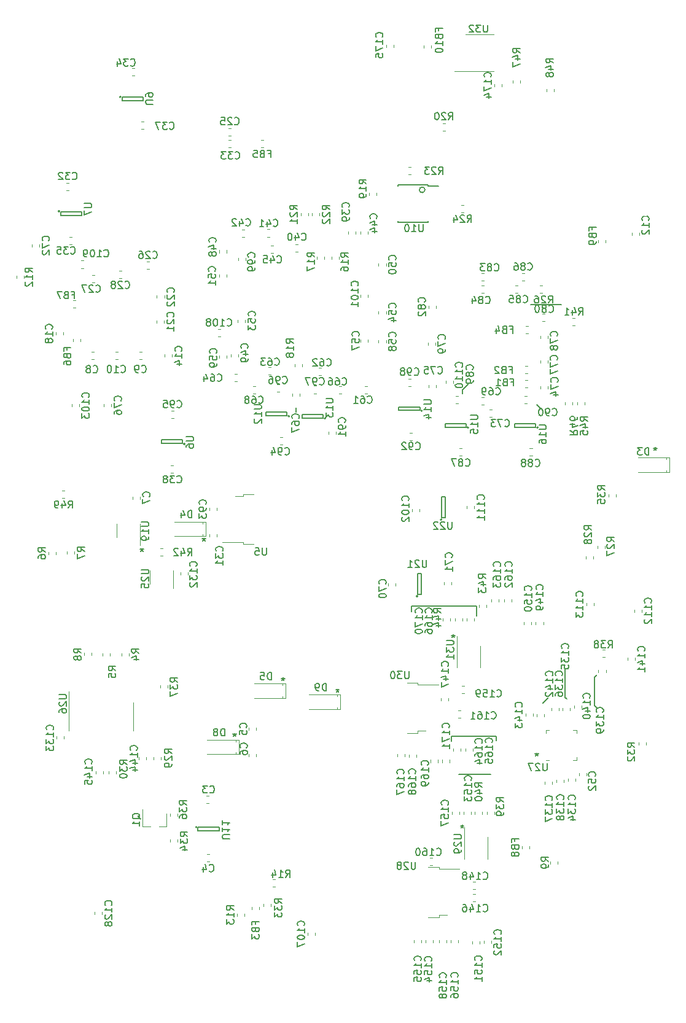
<source format=gbo>
%TF.GenerationSoftware,KiCad,Pcbnew,(5.1.6-0-10_14)*%
%TF.CreationDate,2020-09-13T15:42:19+09:00*%
%TF.ProjectId,ossc_board,6f737363-5f62-46f6-9172-642e6b696361,rev?*%
%TF.SameCoordinates,Original*%
%TF.FileFunction,Legend,Bot*%
%TF.FilePolarity,Positive*%
%FSLAX46Y46*%
G04 Gerber Fmt 4.6, Leading zero omitted, Abs format (unit mm)*
G04 Created by KiCad (PCBNEW (5.1.6-0-10_14)) date 2020-09-13 15:42:19*
%MOMM*%
%LPD*%
G01*
G04 APERTURE LIST*
%ADD10C,0.150000*%
%ADD11C,0.120000*%
%ADD12C,0.100000*%
%ADD13C,0.690000*%
%ADD14C,2.400000*%
%ADD15C,2.600000*%
%ADD16C,1.500000*%
%ADD17C,3.200000*%
%ADD18O,1.700000X1.700000*%
%ADD19R,1.700000X1.700000*%
%ADD20C,1.600000*%
%ADD21O,3.000000X1.500000*%
%ADD22O,1.500000X3.400000*%
%ADD23C,2.000000*%
%ADD24C,1.800000*%
%ADD25O,1.950000X1.700000*%
%ADD26O,1.700000X2.000000*%
%ADD27C,2.700000*%
%ADD28R,6.400000X5.800000*%
%ADD29R,2.200000X1.200000*%
%ADD30R,0.650000X1.560000*%
%ADD31R,0.800000X1.800000*%
%ADD32C,1.506220*%
%ADD33R,1.800000X1.800000*%
%ADD34O,2.400000X2.400000*%
%ADD35R,1.560000X0.650000*%
%ADD36C,1.700000*%
%ADD37C,2.200000*%
%ADD38O,1.700000X1.950000*%
%ADD39O,2.000000X1.905000*%
%ADD40R,2.000000X1.905000*%
%ADD41O,2.000000X1.700000*%
%ADD42R,1.600000X1.600000*%
%ADD43C,3.000000*%
%ADD44R,2.350000X0.600000*%
G04 APERTURE END LIST*
D10*
X112445800Y-126199900D02*
X113195100Y-125450600D01*
X115519200Y-125425200D02*
X115519200Y-121577100D01*
X115709700Y-125615700D02*
X115519200Y-125425200D01*
X100063300Y-116749580D02*
X100063300Y-116987676D01*
X100301395Y-116892438D02*
X100063300Y-116987676D01*
X99825204Y-116892438D01*
X100206157Y-117178152D02*
X100063300Y-116987676D01*
X99920442Y-117178152D01*
X101307900Y-142987780D02*
X101307900Y-143225876D01*
X101545995Y-143130638D02*
X101307900Y-143225876D01*
X101069804Y-143130638D01*
X101450757Y-143416352D02*
X101307900Y-143225876D01*
X101165042Y-143416352D01*
X57137300Y-104836980D02*
X57137300Y-105075076D01*
X56899204Y-104979838D02*
X57137300Y-105075076D01*
X57375395Y-104979838D01*
X56994442Y-105265552D02*
X57137300Y-105075076D01*
X57280157Y-105265552D01*
X101320600Y-83058000D02*
X102184200Y-82194400D01*
X101320600Y-83566000D02*
X101320600Y-83058000D01*
X111607600Y-85064600D02*
X112166400Y-85623400D01*
X110718600Y-71247000D02*
X114985800Y-71247000D01*
X69926200Y-130338580D02*
X69926200Y-130576676D01*
X70164295Y-130481438D02*
X69926200Y-130576676D01*
X69688104Y-130481438D01*
X70069057Y-130767152D02*
X69926200Y-130576676D01*
X69783342Y-130767152D01*
X84124800Y-124217180D02*
X84124800Y-124455276D01*
X84362895Y-124360038D02*
X84124800Y-124455276D01*
X83886704Y-124360038D01*
X84267657Y-124645752D02*
X84124800Y-124455276D01*
X83981942Y-124645752D01*
X76606400Y-122642380D02*
X76606400Y-122880476D01*
X76844495Y-122785238D02*
X76606400Y-122880476D01*
X76368304Y-122785238D01*
X76749257Y-123070952D02*
X76606400Y-122880476D01*
X76463542Y-123070952D01*
X65709800Y-103389180D02*
X65709800Y-103627276D01*
X65947895Y-103532038D02*
X65709800Y-103627276D01*
X65471704Y-103532038D01*
X65852657Y-103817752D02*
X65709800Y-103627276D01*
X65566942Y-103817752D01*
X127914400Y-90917780D02*
X127914400Y-91155876D01*
X128152495Y-91060638D02*
X127914400Y-91155876D01*
X127676304Y-91060638D01*
X128057257Y-91346352D02*
X127914400Y-91155876D01*
X127771542Y-91346352D01*
X100838000Y-136042400D02*
X105283000Y-136042400D01*
X111594900Y-133043680D02*
X111594900Y-133281776D01*
X111832995Y-133186538D02*
X111594900Y-133281776D01*
X111356804Y-133186538D01*
X111737757Y-133472252D02*
X111594900Y-133281776D01*
X111452042Y-133472252D01*
X94310200Y-112867440D02*
X94310200Y-113609120D01*
X103281480Y-112867440D02*
X94310200Y-112867440D01*
X103281480Y-114173000D02*
X103281480Y-112867440D01*
X78399640Y-86045040D02*
X78399640Y-85450680D01*
X106014520Y-130799840D02*
X106014520Y-131338320D01*
X99827080Y-130799840D02*
X106014520Y-130799840D01*
X99827080Y-131470400D02*
X99827080Y-130799840D01*
X119560340Y-122623580D02*
X119900700Y-122283220D01*
X119560340Y-126504700D02*
X119560340Y-122623580D01*
X119900700Y-126845060D02*
X119560340Y-126504700D01*
D11*
%TO.C,D9*%
X84088800Y-126810200D02*
X84088800Y-127060200D01*
X84538800Y-125060200D02*
X80188800Y-125060200D01*
X84538800Y-127060200D02*
X80188800Y-127060200D01*
X84088800Y-125060200D02*
X84088800Y-125310200D01*
X84538800Y-125060200D02*
X84538800Y-127060200D01*
%TO.C,R14*%
X75165133Y-151513000D02*
X75507667Y-151513000D01*
X75165133Y-150493000D02*
X75507667Y-150493000D01*
%TO.C,R13*%
X70279800Y-155225933D02*
X70279800Y-155568467D01*
X71299800Y-155225933D02*
X71299800Y-155568467D01*
%TO.C,R49*%
X46183733Y-97944400D02*
X46526267Y-97944400D01*
X46183733Y-96924400D02*
X46526267Y-96924400D01*
%TO.C,FB10*%
X97004600Y-35858267D02*
X97004600Y-35515733D01*
X95984600Y-35858267D02*
X95984600Y-35515733D01*
%TO.C,C175*%
X91899200Y-35756667D02*
X91899200Y-35414133D01*
X90879200Y-35756667D02*
X90879200Y-35414133D01*
%TO.C,U32*%
X103708200Y-33990600D02*
X105658200Y-33990600D01*
X103708200Y-33990600D02*
X101758200Y-33990600D01*
X103708200Y-39110600D02*
X105658200Y-39110600D01*
X103708200Y-39110600D02*
X100258200Y-39110600D01*
%TO.C,R48*%
X112926400Y-41560933D02*
X112926400Y-41903467D01*
X113946400Y-41560933D02*
X113946400Y-41903467D01*
%TO.C,R47*%
X108303600Y-40316333D02*
X108303600Y-40658867D01*
X109323600Y-40316333D02*
X109323600Y-40658867D01*
%TO.C,C174*%
X105789000Y-40824333D02*
X105789000Y-41166867D01*
X106809000Y-40824333D02*
X106809000Y-41166867D01*
%TO.C,U31*%
X103768800Y-119811800D02*
X103768800Y-121311800D01*
X103768800Y-119811800D02*
X103768800Y-118311800D01*
X100548800Y-119811800D02*
X100548800Y-121311800D01*
X100548800Y-119811800D02*
X100548800Y-116936800D01*
%TO.C,U29*%
X104810200Y-146177000D02*
X104810200Y-147677000D01*
X104810200Y-146177000D02*
X104810200Y-144677000D01*
X101590200Y-146177000D02*
X101590200Y-147677000D01*
X101590200Y-146177000D02*
X101590200Y-143302000D01*
%TO.C,D8*%
X70518000Y-131270500D02*
X70518000Y-133270500D01*
X70068000Y-131270500D02*
X70068000Y-131520500D01*
X70518000Y-133270500D02*
X66168000Y-133270500D01*
X70518000Y-131270500D02*
X66168000Y-131270500D01*
X70068000Y-133020500D02*
X70068000Y-133270500D01*
%TO.C,D5*%
X76956900Y-123523500D02*
X76956900Y-125523500D01*
X76506900Y-123523500D02*
X76506900Y-123773500D01*
X76956900Y-125523500D02*
X72606900Y-125523500D01*
X76956900Y-123523500D02*
X72606900Y-123523500D01*
X76506900Y-125273500D02*
X76506900Y-125523500D01*
%TO.C,D4*%
X65996800Y-101209600D02*
X65996800Y-103209600D01*
X65546800Y-101209600D02*
X65546800Y-101459600D01*
X65996800Y-103209600D02*
X61646800Y-103209600D01*
X65996800Y-101209600D02*
X61646800Y-101209600D01*
X65546800Y-102959600D02*
X65546800Y-103209600D01*
%TO.C,D3*%
X129890500Y-92332300D02*
X129890500Y-94332300D01*
X129440500Y-92332300D02*
X129440500Y-92582300D01*
X129890500Y-94332300D02*
X125540500Y-94332300D01*
X129890500Y-92332300D02*
X125540500Y-92332300D01*
X129440500Y-94082300D02*
X129440500Y-94332300D01*
%TO.C,U30*%
X93705400Y-123423000D02*
X95205400Y-123423000D01*
X95205400Y-123423000D02*
X95205400Y-123693000D01*
X95205400Y-123693000D02*
X98035400Y-123693000D01*
X93705400Y-130323000D02*
X95205400Y-130323000D01*
X95205400Y-130323000D02*
X95205400Y-130053000D01*
X95205400Y-130053000D02*
X96305400Y-130053000D01*
%TO.C,U28*%
X96626400Y-148823000D02*
X98126400Y-148823000D01*
X98126400Y-148823000D02*
X98126400Y-149093000D01*
X98126400Y-149093000D02*
X100956400Y-149093000D01*
X96626400Y-155723000D02*
X98126400Y-155723000D01*
X98126400Y-155723000D02*
X98126400Y-155453000D01*
X98126400Y-155453000D02*
X99226400Y-155453000D01*
%TO.C,U5*%
X72588400Y-104288000D02*
X71088400Y-104288000D01*
X71088400Y-104288000D02*
X71088400Y-104018000D01*
X71088400Y-104018000D02*
X68258400Y-104018000D01*
X72588400Y-97388000D02*
X71088400Y-97388000D01*
X71088400Y-97388000D02*
X71088400Y-97658000D01*
X71088400Y-97658000D02*
X69988400Y-97658000D01*
%TO.C,R44*%
X101979000Y-114509733D02*
X101979000Y-114852267D01*
X102999000Y-114509733D02*
X102999000Y-114852267D01*
%TO.C,R43*%
X103655400Y-112668233D02*
X103655400Y-113010767D01*
X104675400Y-112668233D02*
X104675400Y-113010767D01*
%TO.C,R40*%
X103071200Y-141154333D02*
X103071200Y-141496867D01*
X104091200Y-141154333D02*
X104091200Y-141496867D01*
%TO.C,R39*%
X104696800Y-141154333D02*
X104696800Y-141496867D01*
X105716800Y-141154333D02*
X105716800Y-141496867D01*
%TO.C,C171*%
X98575400Y-134037253D02*
X98575400Y-134379787D01*
X99595400Y-134037253D02*
X99595400Y-134379787D01*
%TO.C,C170*%
X98677000Y-114484333D02*
X98677000Y-114826867D01*
X99697000Y-114484333D02*
X99697000Y-114826867D01*
%TO.C,C169*%
X97949480Y-134379787D02*
X97949480Y-134037253D01*
X96929480Y-134379787D02*
X96929480Y-134037253D01*
%TO.C,C168*%
X93965300Y-133293033D02*
X93965300Y-133635567D01*
X94985300Y-133293033D02*
X94985300Y-133635567D01*
%TO.C,C167*%
X92339700Y-133242233D02*
X92339700Y-133584767D01*
X93359700Y-133242233D02*
X93359700Y-133584767D01*
%TO.C,C166*%
X100302600Y-114509733D02*
X100302600Y-114852267D01*
X101322600Y-114509733D02*
X101322600Y-114852267D01*
%TO.C,C165*%
X102760240Y-132774507D02*
X102760240Y-132431973D01*
X101740240Y-132774507D02*
X101740240Y-132431973D01*
%TO.C,C164*%
X101127020Y-132777047D02*
X101127020Y-132434513D01*
X100107020Y-132777047D02*
X100107020Y-132434513D01*
%TO.C,C163*%
X105293700Y-111878293D02*
X105293700Y-112220827D01*
X106313700Y-111878293D02*
X106313700Y-112220827D01*
%TO.C,C162*%
X107122500Y-111878293D02*
X107122500Y-112220827D01*
X108142500Y-111878293D02*
X108142500Y-112220827D01*
%TO.C,C161*%
X101105787Y-127241840D02*
X100763253Y-127241840D01*
X101105787Y-128261840D02*
X100763253Y-128261840D01*
%TO.C,C160*%
X96844033Y-148541200D02*
X97186567Y-148541200D01*
X96844033Y-147521200D02*
X97186567Y-147521200D01*
%TO.C,C159*%
X101289033Y-124868400D02*
X101631567Y-124868400D01*
X101289033Y-123848400D02*
X101631567Y-123848400D01*
%TO.C,C158*%
X99150900Y-159264167D02*
X99150900Y-158921633D01*
X98130900Y-159264167D02*
X98130900Y-158921633D01*
%TO.C,C157*%
X99891120Y-141174653D02*
X99891120Y-141517187D01*
X100911120Y-141174653D02*
X100911120Y-141517187D01*
%TO.C,C156*%
X99705700Y-158921633D02*
X99705700Y-159264167D01*
X100725700Y-158921633D02*
X100725700Y-159264167D01*
%TO.C,C155*%
X94663800Y-158858133D02*
X94663800Y-159200667D01*
X95683800Y-158858133D02*
X95683800Y-159200667D01*
%TO.C,C154*%
X96238600Y-158896233D02*
X96238600Y-159238767D01*
X97258600Y-158896233D02*
X97258600Y-159238767D01*
%TO.C,C153*%
X101496400Y-141174653D02*
X101496400Y-141517187D01*
X102516400Y-141174653D02*
X102516400Y-141517187D01*
%TO.C,C152*%
X105335800Y-159353067D02*
X105335800Y-159010533D01*
X104315800Y-159353067D02*
X104315800Y-159010533D01*
%TO.C,C151*%
X103735600Y-159403867D02*
X103735600Y-159061333D01*
X102715600Y-159403867D02*
X102715600Y-159061333D01*
%TO.C,C150*%
X110860300Y-115372967D02*
X110860300Y-115030433D01*
X109840300Y-115372967D02*
X109840300Y-115030433D01*
%TO.C,C149*%
X112485900Y-115372967D02*
X112485900Y-115030433D01*
X111465900Y-115372967D02*
X111465900Y-115030433D01*
%TO.C,C148*%
X103117467Y-150848600D02*
X102774933Y-150848600D01*
X103117467Y-151868600D02*
X102774933Y-151868600D01*
%TO.C,C147*%
X99376960Y-125886027D02*
X99376960Y-125543493D01*
X98356960Y-125886027D02*
X98356960Y-125543493D01*
%TO.C,C146*%
X102774933Y-153595800D02*
X103117467Y-153595800D01*
X102774933Y-152575800D02*
X103117467Y-152575800D01*
%TO.C,C144*%
X57761600Y-134029267D02*
X57761600Y-133686733D01*
X56741600Y-134029267D02*
X56741600Y-133686733D01*
%TO.C,C145*%
X51843400Y-135934267D02*
X51843400Y-135591733D01*
X50823400Y-135934267D02*
X50823400Y-135591733D01*
%TO.C,R38*%
X120638753Y-119864600D02*
X120981287Y-119864600D01*
X120638753Y-118844600D02*
X120981287Y-118844600D01*
%TO.C,C143*%
X111050800Y-128009467D02*
X111050800Y-127666933D01*
X110030800Y-128009467D02*
X110030800Y-127666933D01*
%TO.C,C142*%
X112625600Y-128034867D02*
X112625600Y-127692333D01*
X111605600Y-128034867D02*
X111605600Y-127692333D01*
%TO.C,C139*%
X121121900Y-121950267D02*
X121121900Y-121607733D01*
X120101900Y-121950267D02*
X120101900Y-121607733D01*
%TO.C,C141*%
X124153200Y-119975813D02*
X124153200Y-120318347D01*
X125173200Y-119975813D02*
X125173200Y-120318347D01*
%TO.C,C140*%
X117751320Y-126846147D02*
X117751320Y-126503613D01*
X116731320Y-126846147D02*
X116731320Y-126503613D01*
%TO.C,C138*%
X115343400Y-137153467D02*
X115343400Y-136810933D01*
X114323400Y-137153467D02*
X114323400Y-136810933D01*
%TO.C,C137*%
X113743200Y-137356667D02*
X113743200Y-137014133D01*
X112723200Y-137356667D02*
X112723200Y-137014133D01*
%TO.C,C136*%
X113642680Y-126864293D02*
X113642680Y-127206827D01*
X114662680Y-126864293D02*
X114662680Y-127206827D01*
%TO.C,C135*%
X115187000Y-126910013D02*
X115187000Y-127252547D01*
X116207000Y-126910013D02*
X116207000Y-127252547D01*
%TO.C,C134*%
X115898200Y-136658533D02*
X115898200Y-137001067D01*
X116918200Y-136658533D02*
X116918200Y-137001067D01*
%TO.C,C52*%
X117396800Y-135896533D02*
X117396800Y-136239067D01*
X118416800Y-135896533D02*
X118416800Y-136239067D01*
%TO.C,U27*%
X116595400Y-134113800D02*
X117070400Y-134113800D01*
X117070400Y-134113800D02*
X117070400Y-133638800D01*
X113325400Y-129893800D02*
X112850400Y-129893800D01*
X112850400Y-129893800D02*
X112850400Y-130368800D01*
X116595400Y-129893800D02*
X117070400Y-129893800D01*
X117070400Y-129893800D02*
X117070400Y-130368800D01*
X113325400Y-134113800D02*
X112850400Y-134113800D01*
%TO.C,U26*%
X55933500Y-128079500D02*
X55933500Y-130029500D01*
X55933500Y-128079500D02*
X55933500Y-126129500D01*
X47063500Y-128079500D02*
X47063500Y-130029500D01*
X47063500Y-128079500D02*
X47063500Y-124629500D01*
%TO.C,R37*%
X60708000Y-124123267D02*
X60708000Y-123780733D01*
X59688000Y-124123267D02*
X59688000Y-123780733D01*
%TO.C,C133*%
X46433200Y-131133667D02*
X46433200Y-130791133D01*
X45413200Y-131133667D02*
X45413200Y-130791133D01*
%TO.C,U19*%
X53698500Y-103325500D02*
X53698500Y-101525500D01*
X56918500Y-101525500D02*
X56918500Y-104475500D01*
%TO.C,Q1*%
X57252600Y-140840800D02*
X57252600Y-143240800D01*
X57252600Y-143240800D02*
X58302600Y-143240800D01*
X60552600Y-141440800D02*
X60552600Y-143240800D01*
X60552600Y-143240800D02*
X59502600Y-143240800D01*
%TO.C,U25*%
X58270500Y-109739000D02*
X58270500Y-107939000D01*
X61490500Y-107939000D02*
X61490500Y-110389000D01*
%TO.C,R36*%
X62054200Y-141750867D02*
X62054200Y-141408333D01*
X61034200Y-141750867D02*
X61034200Y-141408333D01*
%TO.C,R34*%
X62105000Y-145306867D02*
X62105000Y-144964333D01*
X61085000Y-145306867D02*
X61085000Y-144964333D01*
%TO.C,R33*%
X74906600Y-154209567D02*
X74906600Y-153867033D01*
X73886600Y-154209567D02*
X73886600Y-153867033D01*
%TO.C,C132*%
X62482000Y-108134333D02*
X62482000Y-108476867D01*
X63502000Y-108134333D02*
X63502000Y-108476867D01*
%TO.C,C128*%
X51665600Y-155365267D02*
X51665600Y-155022733D01*
X50645600Y-155365267D02*
X50645600Y-155022733D01*
%TO.C,C107*%
X80046100Y-157829433D02*
X80046100Y-158171967D01*
X81066100Y-157829433D02*
X81066100Y-158171967D01*
%TO.C,C5*%
X72900000Y-129939867D02*
X72900000Y-129597333D01*
X71880000Y-129939867D02*
X71880000Y-129597333D01*
%TO.C,R32*%
X126684500Y-131971867D02*
X126684500Y-131629333D01*
X125664500Y-131971867D02*
X125664500Y-131629333D01*
%TO.C,FB9*%
X121073640Y-62711147D02*
X121073640Y-62368613D01*
X120053640Y-62711147D02*
X120053640Y-62368613D01*
%TO.C,C12*%
X124706920Y-61337373D02*
X124706920Y-61679907D01*
X125726920Y-61337373D02*
X125726920Y-61679907D01*
%TO.C,R30*%
X52601400Y-135591733D02*
X52601400Y-135934267D01*
X53621400Y-135591733D02*
X53621400Y-135934267D01*
%TO.C,R29*%
X58799000Y-133686733D02*
X58799000Y-134029267D01*
X59819000Y-133686733D02*
X59819000Y-134029267D01*
%TO.C,FB8*%
X109573600Y-145929533D02*
X109573600Y-146272067D01*
X110593600Y-145929533D02*
X110593600Y-146272067D01*
%TO.C,FB3*%
X73344500Y-154628667D02*
X73344500Y-154286133D01*
X72324500Y-154628667D02*
X72324500Y-154286133D01*
D10*
%TO.C,U22*%
X98505840Y-100901560D02*
G75*
G03*
X98505840Y-100901560I-100000J0D01*
G01*
X98955840Y-100651560D02*
X98455840Y-100651560D01*
X98955840Y-97751560D02*
X98955840Y-100651560D01*
X98455840Y-97751560D02*
X98955840Y-97751560D01*
X98455840Y-100651560D02*
X98455840Y-97751560D01*
%TO.C,U21*%
X95189700Y-111466100D02*
G75*
G03*
X95189700Y-111466100I-100000J0D01*
G01*
X95639700Y-111216100D02*
X95139700Y-111216100D01*
X95639700Y-108316100D02*
X95639700Y-111216100D01*
X95139700Y-108316100D02*
X95639700Y-108316100D01*
X95139700Y-111216100D02*
X95139700Y-108316100D01*
D11*
%TO.C,R28*%
X119402320Y-106315327D02*
X119402320Y-105972793D01*
X118382320Y-106315327D02*
X118382320Y-105972793D01*
%TO.C,R27*%
X120969500Y-104844667D02*
X120969500Y-104502133D01*
X119949500Y-104844667D02*
X119949500Y-104502133D01*
%TO.C,C113*%
X118450900Y-112401533D02*
X118450900Y-112744067D01*
X119470900Y-112401533D02*
X119470900Y-112744067D01*
%TO.C,C112*%
X126036800Y-113658467D02*
X126036800Y-113315933D01*
X125016800Y-113658467D02*
X125016800Y-113315933D01*
%TO.C,C111*%
X102988840Y-99393827D02*
X102988840Y-99051293D01*
X101968840Y-99393827D02*
X101968840Y-99051293D01*
%TO.C,C102*%
X95394240Y-99825627D02*
X95394240Y-99483093D01*
X94374240Y-99825627D02*
X94374240Y-99483093D01*
%TO.C,C71*%
X99811300Y-109886567D02*
X99811300Y-109544033D01*
X98791300Y-109886567D02*
X98791300Y-109544033D01*
%TO.C,C70*%
X92153200Y-110000867D02*
X92153200Y-109658333D01*
X91133200Y-110000867D02*
X91133200Y-109658333D01*
%TO.C,C7*%
X56898000Y-98062867D02*
X56898000Y-97720333D01*
X55878000Y-98062867D02*
X55878000Y-97720333D01*
%TO.C,C6*%
X71880000Y-133267633D02*
X71880000Y-133610167D01*
X72900000Y-133267633D02*
X72900000Y-133610167D01*
%TO.C,C4*%
X66116133Y-148081400D02*
X66458667Y-148081400D01*
X66116133Y-147061400D02*
X66458667Y-147061400D01*
%TO.C,C3*%
X66046533Y-139981400D02*
X66389067Y-139981400D01*
X66046533Y-138961400D02*
X66389067Y-138961400D01*
%TO.C,C88*%
X110959467Y-91097700D02*
X110616933Y-91097700D01*
X110959467Y-92117700D02*
X110616933Y-92117700D01*
%TO.C,C87*%
X101282067Y-91097700D02*
X100939533Y-91097700D01*
X101282067Y-92117700D02*
X100939533Y-92117700D01*
%TO.C,R8*%
X50230500Y-119614767D02*
X50230500Y-119272233D01*
X49210500Y-119614767D02*
X49210500Y-119272233D01*
%TO.C,R7*%
X46797500Y-105302233D02*
X46797500Y-105644767D01*
X47817500Y-105302233D02*
X47817500Y-105644767D01*
%TO.C,R6*%
X44321000Y-105365733D02*
X44321000Y-105708267D01*
X45341000Y-105365733D02*
X45341000Y-105708267D01*
%TO.C,R46*%
X116474300Y-85029667D02*
X116474300Y-84687133D01*
X115454300Y-85029667D02*
X115454300Y-84687133D01*
%TO.C,R45*%
X118234300Y-85029667D02*
X118234300Y-84687133D01*
X117214300Y-85029667D02*
X117214300Y-84687133D01*
%TO.C,R42*%
X59709233Y-105920000D02*
X60051767Y-105920000D01*
X59709233Y-104900000D02*
X60051767Y-104900000D01*
%TO.C,R41*%
X116884267Y-73150000D02*
X116541733Y-73150000D01*
X116884267Y-74170000D02*
X116541733Y-74170000D01*
%TO.C,R35*%
X122480800Y-97758067D02*
X122480800Y-97415533D01*
X121460800Y-97758067D02*
X121460800Y-97415533D01*
%TO.C,R26*%
X111988533Y-69664100D02*
X112331067Y-69664100D01*
X111988533Y-68644100D02*
X112331067Y-68644100D01*
%TO.C,R24*%
X101174733Y-58549000D02*
X101517267Y-58549000D01*
X101174733Y-57529000D02*
X101517267Y-57529000D01*
%TO.C,R23*%
X93935733Y-53342000D02*
X94278267Y-53342000D01*
X93935733Y-52322000D02*
X94278267Y-52322000D01*
%TO.C,R22*%
X81663000Y-58972267D02*
X81663000Y-58629733D01*
X80643000Y-58972267D02*
X80643000Y-58629733D01*
%TO.C,R21*%
X80077000Y-58972267D02*
X80077000Y-58629733D01*
X79057000Y-58972267D02*
X79057000Y-58629733D01*
%TO.C,R20*%
X98957967Y-46241300D02*
X98615433Y-46241300D01*
X98957967Y-47261300D02*
X98615433Y-47261300D01*
%TO.C,R19*%
X89537000Y-56178267D02*
X89537000Y-55835733D01*
X88517000Y-56178267D02*
X88517000Y-55835733D01*
%TO.C,R18*%
X78230000Y-79457733D02*
X78230000Y-79800267D01*
X79250000Y-79457733D02*
X79250000Y-79800267D01*
%TO.C,R17*%
X81296800Y-64652133D02*
X81296800Y-64994667D01*
X82316800Y-64652133D02*
X82316800Y-64994667D01*
%TO.C,R16*%
X84298000Y-64994667D02*
X84298000Y-64652133D01*
X83278000Y-64994667D02*
X83278000Y-64652133D01*
%TO.C,R12*%
X39907500Y-67293733D02*
X39907500Y-67636267D01*
X40927500Y-67293733D02*
X40927500Y-67636267D01*
%TO.C,R9*%
X113485200Y-148088533D02*
X113485200Y-148431067D01*
X114505200Y-148088533D02*
X114505200Y-148431067D01*
%TO.C,R5*%
X52783200Y-119652867D02*
X52783200Y-119310333D01*
X51763200Y-119652867D02*
X51763200Y-119310333D01*
%TO.C,R4*%
X55374000Y-119652867D02*
X55374000Y-119310333D01*
X54354000Y-119652867D02*
X54354000Y-119310333D01*
%TO.C,FB7*%
X47986767Y-70673500D02*
X47644233Y-70673500D01*
X47986767Y-71693500D02*
X47644233Y-71693500D01*
%TO.C,FB6*%
X47686500Y-76028733D02*
X47686500Y-76371267D01*
X48706500Y-76028733D02*
X48706500Y-76371267D01*
%TO.C,FB5*%
X73552233Y-49595500D02*
X73894767Y-49595500D01*
X73552233Y-48575500D02*
X73894767Y-48575500D01*
%TO.C,FB4*%
X110070833Y-75252100D02*
X110413367Y-75252100D01*
X110070833Y-74232100D02*
X110413367Y-74232100D01*
%TO.C,FB2*%
X109994633Y-80774000D02*
X110337167Y-80774000D01*
X109994633Y-79754000D02*
X110337167Y-79754000D01*
%TO.C,FB1*%
X110007333Y-82689600D02*
X110349867Y-82689600D01*
X110007333Y-81669600D02*
X110349867Y-81669600D01*
%TO.C,C110*%
X99058000Y-81743733D02*
X99058000Y-82086267D01*
X100078000Y-81743733D02*
X100078000Y-82086267D01*
%TO.C,C109*%
X49110467Y-65202400D02*
X48767933Y-65202400D01*
X49110467Y-66222400D02*
X48767933Y-66222400D01*
%TO.C,C108*%
X67962267Y-74682000D02*
X67619733Y-74682000D01*
X67962267Y-75702000D02*
X67619733Y-75702000D01*
%TO.C,C103*%
X48516000Y-85324767D02*
X48516000Y-84982233D01*
X47496000Y-85324767D02*
X47496000Y-84982233D01*
%TO.C,C101*%
X88310000Y-70204267D02*
X88310000Y-69861733D01*
X87290000Y-70204267D02*
X87290000Y-69861733D01*
%TO.C,C99*%
X70425600Y-64855333D02*
X70425600Y-65197867D01*
X71445600Y-64855333D02*
X71445600Y-65197867D01*
%TO.C,C98*%
X94233567Y-81471100D02*
X93891033Y-81471100D01*
X94233567Y-82491100D02*
X93891033Y-82491100D01*
%TO.C,C97*%
X81165267Y-82474400D02*
X80822733Y-82474400D01*
X81165267Y-83494400D02*
X80822733Y-83494400D01*
%TO.C,C96*%
X76136067Y-82245800D02*
X75793533Y-82245800D01*
X76136067Y-83265800D02*
X75793533Y-83265800D01*
%TO.C,C95*%
X61540267Y-85932800D02*
X61197733Y-85932800D01*
X61540267Y-86952800D02*
X61197733Y-86952800D01*
%TO.C,C94*%
X76529767Y-89573700D02*
X76187233Y-89573700D01*
X76529767Y-90593700D02*
X76187233Y-90593700D01*
%TO.C,C93*%
X66496500Y-99269733D02*
X66496500Y-99612267D01*
X67516500Y-99269733D02*
X67516500Y-99612267D01*
%TO.C,C92*%
X94424067Y-88926000D02*
X94081533Y-88926000D01*
X94424067Y-89946000D02*
X94081533Y-89946000D01*
%TO.C,C91*%
X82852800Y-88779533D02*
X82852800Y-89122067D01*
X83872800Y-88779533D02*
X83872800Y-89122067D01*
%TO.C,C90*%
X110235567Y-83871400D02*
X109893033Y-83871400D01*
X110235567Y-84891400D02*
X109893033Y-84891400D01*
%TO.C,C89*%
X100777067Y-83871400D02*
X100434533Y-83871400D01*
X100777067Y-84891400D02*
X100434533Y-84891400D01*
%TO.C,C86*%
X109877067Y-66948600D02*
X109534533Y-66948600D01*
X109877067Y-67968600D02*
X109534533Y-67968600D01*
%TO.C,C85*%
X108661133Y-69664100D02*
X109003667Y-69664100D01*
X108661133Y-68644100D02*
X109003667Y-68644100D01*
%TO.C,C84*%
X104277067Y-68648600D02*
X103934533Y-68648600D01*
X104277067Y-69668600D02*
X103934533Y-69668600D01*
%TO.C,C83*%
X103934533Y-67968600D02*
X104277067Y-67968600D01*
X103934533Y-66948600D02*
X104277067Y-66948600D01*
%TO.C,C82*%
X96695800Y-71387333D02*
X96695800Y-71729867D01*
X97715800Y-71387333D02*
X97715800Y-71729867D01*
%TO.C,C80*%
X112344133Y-73524900D02*
X112686667Y-73524900D01*
X112344133Y-72504900D02*
X112686667Y-72504900D01*
%TO.C,C79*%
X97615800Y-76829867D02*
X97615800Y-76487333D01*
X96595800Y-76829867D02*
X96595800Y-76487333D01*
%TO.C,C78*%
X113127000Y-75942067D02*
X113127000Y-75599533D01*
X112107000Y-75942067D02*
X112107000Y-75599533D01*
%TO.C,C77*%
X113115800Y-79329867D02*
X113115800Y-78987333D01*
X112095800Y-79329867D02*
X112095800Y-78987333D01*
%TO.C,C76*%
X52961000Y-85324767D02*
X52961000Y-84982233D01*
X51941000Y-85324767D02*
X51941000Y-84982233D01*
%TO.C,C75*%
X96695800Y-82387333D02*
X96695800Y-82729867D01*
X97715800Y-82387333D02*
X97715800Y-82729867D01*
%TO.C,C74*%
X112095800Y-82487333D02*
X112095800Y-82829867D01*
X113115800Y-82487333D02*
X113115800Y-82829867D01*
%TO.C,C73*%
X105377067Y-85748600D02*
X105034533Y-85748600D01*
X105377067Y-86768600D02*
X105034533Y-86768600D01*
%TO.C,C72*%
X43023000Y-63267467D02*
X43023000Y-62924933D01*
X42003000Y-63267467D02*
X42003000Y-62924933D01*
%TO.C,C69*%
X104277067Y-84048600D02*
X103934533Y-84048600D01*
X104277067Y-85068600D02*
X103934533Y-85068600D01*
%TO.C,C68*%
X72440733Y-83507100D02*
X72783267Y-83507100D01*
X72440733Y-82487100D02*
X72783267Y-82487100D01*
%TO.C,C67*%
X77867800Y-83524333D02*
X77867800Y-83866867D01*
X78887800Y-83524333D02*
X78887800Y-83866867D01*
%TO.C,C66*%
X84708567Y-82525200D02*
X84366033Y-82525200D01*
X84708567Y-83545200D02*
X84366033Y-83545200D01*
%TO.C,C64*%
X70243267Y-80823400D02*
X69900733Y-80823400D01*
X70243267Y-81843400D02*
X69900733Y-81843400D01*
%TO.C,C63*%
X74628733Y-80943000D02*
X74971267Y-80943000D01*
X74628733Y-79923000D02*
X74971267Y-79923000D01*
%TO.C,C62*%
X81508533Y-80967100D02*
X81851067Y-80967100D01*
X81508533Y-79947100D02*
X81851067Y-79947100D01*
%TO.C,C61*%
X87890533Y-83517200D02*
X88233067Y-83517200D01*
X87890533Y-82497200D02*
X88233067Y-82497200D01*
%TO.C,C59*%
X68810000Y-78604267D02*
X68810000Y-78261733D01*
X67790000Y-78604267D02*
X67790000Y-78261733D01*
%TO.C,C58*%
X90810000Y-76504267D02*
X90810000Y-76161733D01*
X89790000Y-76504267D02*
X89790000Y-76161733D01*
%TO.C,C57*%
X88310000Y-76404267D02*
X88310000Y-76061733D01*
X87290000Y-76404267D02*
X87290000Y-76061733D01*
%TO.C,C54*%
X90810000Y-72504267D02*
X90810000Y-72161733D01*
X89790000Y-72504267D02*
X89790000Y-72161733D01*
%TO.C,C53*%
X70356000Y-73361733D02*
X70356000Y-73704267D01*
X71376000Y-73361733D02*
X71376000Y-73704267D01*
%TO.C,C51*%
X68810000Y-67471167D02*
X68810000Y-67128633D01*
X67790000Y-67471167D02*
X67790000Y-67128633D01*
%TO.C,C50*%
X90810000Y-65904267D02*
X90810000Y-65561733D01*
X89790000Y-65904267D02*
X89790000Y-65561733D01*
%TO.C,C49*%
X70487000Y-78436267D02*
X70487000Y-78093733D01*
X69467000Y-78436267D02*
X69467000Y-78093733D01*
%TO.C,C48*%
X67790000Y-63761733D02*
X67790000Y-64104267D01*
X68810000Y-63761733D02*
X68810000Y-64104267D01*
%TO.C,C45*%
X75234367Y-63119600D02*
X74891833Y-63119600D01*
X75234367Y-64139600D02*
X74891833Y-64139600D01*
%TO.C,C44*%
X88296000Y-61510267D02*
X88296000Y-61167733D01*
X87276000Y-61510267D02*
X87276000Y-61167733D01*
%TO.C,C42*%
X71272267Y-60887000D02*
X70929733Y-60887000D01*
X71272267Y-61907000D02*
X70929733Y-61907000D01*
%TO.C,C41*%
X74428733Y-61904000D02*
X74771267Y-61904000D01*
X74428733Y-60884000D02*
X74771267Y-60884000D01*
%TO.C,C40*%
X78671267Y-62923000D02*
X78328733Y-62923000D01*
X78671267Y-63943000D02*
X78328733Y-63943000D01*
%TO.C,C39*%
X86625000Y-61515267D02*
X86625000Y-61172733D01*
X85605000Y-61515267D02*
X85605000Y-61172733D01*
%TO.C,C38*%
X61461467Y-93470000D02*
X61118933Y-93470000D01*
X61461467Y-94490000D02*
X61118933Y-94490000D01*
%TO.C,C37*%
X57042233Y-47055500D02*
X57384767Y-47055500D01*
X57042233Y-46035500D02*
X57384767Y-46035500D01*
%TO.C,C35*%
X47180433Y-62983900D02*
X47522967Y-62983900D01*
X47180433Y-61963900D02*
X47522967Y-61963900D01*
%TO.C,C34*%
X55835733Y-39708800D02*
X56178267Y-39708800D01*
X55835733Y-38688800D02*
X56178267Y-38688800D01*
%TO.C,C33*%
X69449767Y-48575500D02*
X69107233Y-48575500D01*
X69449767Y-49595500D02*
X69107233Y-49595500D01*
%TO.C,C32*%
X47097767Y-54481000D02*
X46755233Y-54481000D01*
X47097767Y-55501000D02*
X46755233Y-55501000D01*
%TO.C,C31*%
X67502500Y-103231767D02*
X67502500Y-102889233D01*
X66482500Y-103231767D02*
X66482500Y-102889233D01*
%TO.C,C28*%
X54011733Y-67657500D02*
X54354267Y-67657500D01*
X54011733Y-66637500D02*
X54354267Y-66637500D01*
%TO.C,C27*%
X50311233Y-68201000D02*
X50653767Y-68201000D01*
X50311233Y-67181000D02*
X50653767Y-67181000D01*
%TO.C,C26*%
X58178267Y-65354800D02*
X57835733Y-65354800D01*
X58178267Y-66374800D02*
X57835733Y-66374800D01*
%TO.C,C25*%
X69449767Y-46924500D02*
X69107233Y-46924500D01*
X69449767Y-47944500D02*
X69107233Y-47944500D01*
%TO.C,C22*%
X60244200Y-70366767D02*
X60244200Y-70024233D01*
X59224200Y-70366767D02*
X59224200Y-70024233D01*
%TO.C,C21*%
X60218800Y-73770367D02*
X60218800Y-73427833D01*
X59198800Y-73770367D02*
X59198800Y-73427833D01*
%TO.C,C18*%
X45305000Y-75091533D02*
X45305000Y-75434067D01*
X46325000Y-75091533D02*
X46325000Y-75434067D01*
%TO.C,C14*%
X61311000Y-78482067D02*
X61311000Y-78139533D01*
X60291000Y-78482067D02*
X60291000Y-78139533D01*
%TO.C,C10*%
X53517733Y-78820800D02*
X53860267Y-78820800D01*
X53517733Y-77800800D02*
X53860267Y-77800800D01*
%TO.C,C9*%
X56819733Y-78820800D02*
X57162267Y-78820800D01*
X56819733Y-77800800D02*
X57162267Y-77800800D01*
%TO.C,C8*%
X50215733Y-78820800D02*
X50558267Y-78820800D01*
X50215733Y-77800800D02*
X50558267Y-77800800D01*
D10*
%TO.C,U11*%
X64738200Y-143296300D02*
G75*
G03*
X64738200Y-143296300I-100000J0D01*
G01*
X64888200Y-143846300D02*
X64888200Y-143346300D01*
X67788200Y-143846300D02*
X64888200Y-143846300D01*
X67788200Y-143346300D02*
X67788200Y-143846300D01*
X64888200Y-143346300D02*
X67788200Y-143346300D01*
%TO.C,U7*%
X45977900Y-58439300D02*
X48877900Y-58439300D01*
X48877900Y-58439300D02*
X48877900Y-58939300D01*
X48877900Y-58939300D02*
X45977900Y-58939300D01*
X45977900Y-58939300D02*
X45977900Y-58439300D01*
X45827900Y-58389300D02*
G75*
G03*
X45827900Y-58389300I-100000J0D01*
G01*
%TO.C,U9*%
X54407200Y-42657200D02*
X57307200Y-42657200D01*
X57307200Y-42657200D02*
X57307200Y-43157200D01*
X57307200Y-43157200D02*
X54407200Y-43157200D01*
X54407200Y-43157200D02*
X54407200Y-42657200D01*
X54257200Y-42607200D02*
G75*
G03*
X54257200Y-42607200I-100000J0D01*
G01*
%TO.C,U15*%
X101849600Y-88162000D02*
X98949600Y-88162000D01*
X98949600Y-88162000D02*
X98949600Y-87662000D01*
X98949600Y-87662000D02*
X101849600Y-87662000D01*
X101849600Y-87662000D02*
X101849600Y-88162000D01*
X102199600Y-88212000D02*
G75*
G03*
X102199600Y-88212000I-100000J0D01*
G01*
%TO.C,U16*%
X111445800Y-88162000D02*
X108545800Y-88162000D01*
X108545800Y-88162000D02*
X108545800Y-87662000D01*
X108545800Y-87662000D02*
X111445800Y-87662000D01*
X111445800Y-87662000D02*
X111445800Y-88162000D01*
X111795800Y-88212000D02*
G75*
G03*
X111795800Y-88212000I-100000J0D01*
G01*
%TO.C,U6*%
X62730100Y-90426600D02*
X59830100Y-90426600D01*
X59830100Y-90426600D02*
X59830100Y-89926600D01*
X59830100Y-89926600D02*
X62730100Y-89926600D01*
X62730100Y-89926600D02*
X62730100Y-90426600D01*
X63080100Y-90476600D02*
G75*
G03*
X63080100Y-90476600I-100000J0D01*
G01*
%TO.C,U12*%
X77150000Y-86607600D02*
X74250000Y-86607600D01*
X74250000Y-86607600D02*
X74250000Y-86107600D01*
X74250000Y-86107600D02*
X77150000Y-86107600D01*
X77150000Y-86107600D02*
X77150000Y-86607600D01*
X77500000Y-86657600D02*
G75*
G03*
X77500000Y-86657600I-100000J0D01*
G01*
%TO.C,U13*%
X82151900Y-86892000D02*
X79251900Y-86892000D01*
X79251900Y-86892000D02*
X79251900Y-86392000D01*
X79251900Y-86392000D02*
X82151900Y-86392000D01*
X82151900Y-86392000D02*
X82151900Y-86892000D01*
X82501900Y-86942000D02*
G75*
G03*
X82501900Y-86942000I-100000J0D01*
G01*
%TO.C,U14*%
X95484000Y-85861000D02*
X92584000Y-85861000D01*
X92584000Y-85861000D02*
X92584000Y-85361000D01*
X92584000Y-85361000D02*
X95484000Y-85361000D01*
X95484000Y-85361000D02*
X95484000Y-85861000D01*
X95834000Y-85911000D02*
G75*
G03*
X95834000Y-85911000I-100000J0D01*
G01*
%TO.C,U10*%
X96632600Y-54875000D02*
X98032600Y-54875000D01*
X96632600Y-59880000D02*
X92482600Y-59880000D01*
X96632600Y-54730000D02*
X92482600Y-54730000D01*
X96632600Y-59880000D02*
X96632600Y-59735000D01*
X92482600Y-59880000D02*
X92482600Y-59735000D01*
X92482600Y-54730000D02*
X92482600Y-54875000D01*
X96632600Y-54730000D02*
X96632600Y-54875000D01*
X96168054Y-55435560D02*
G75*
G03*
X96168054Y-55435560I-378554J0D01*
G01*
%TO.C,D9*%
X82576895Y-124512580D02*
X82576895Y-123512580D01*
X82338800Y-123512580D01*
X82195942Y-123560200D01*
X82100704Y-123655438D01*
X82053085Y-123750676D01*
X82005466Y-123941152D01*
X82005466Y-124084009D01*
X82053085Y-124274485D01*
X82100704Y-124369723D01*
X82195942Y-124464961D01*
X82338800Y-124512580D01*
X82576895Y-124512580D01*
X81529276Y-124512580D02*
X81338800Y-124512580D01*
X81243561Y-124464961D01*
X81195942Y-124417342D01*
X81100704Y-124274485D01*
X81053085Y-124084009D01*
X81053085Y-123703057D01*
X81100704Y-123607819D01*
X81148323Y-123560200D01*
X81243561Y-123512580D01*
X81434038Y-123512580D01*
X81529276Y-123560200D01*
X81576895Y-123607819D01*
X81624514Y-123703057D01*
X81624514Y-123941152D01*
X81576895Y-124036390D01*
X81529276Y-124084009D01*
X81434038Y-124131628D01*
X81243561Y-124131628D01*
X81148323Y-124084009D01*
X81100704Y-124036390D01*
X81053085Y-123941152D01*
%TO.C,R14*%
X76969857Y-150210780D02*
X77303190Y-149734590D01*
X77541285Y-150210780D02*
X77541285Y-149210780D01*
X77160333Y-149210780D01*
X77065095Y-149258400D01*
X77017476Y-149306019D01*
X76969857Y-149401257D01*
X76969857Y-149544114D01*
X77017476Y-149639352D01*
X77065095Y-149686971D01*
X77160333Y-149734590D01*
X77541285Y-149734590D01*
X76017476Y-150210780D02*
X76588904Y-150210780D01*
X76303190Y-150210780D02*
X76303190Y-149210780D01*
X76398428Y-149353638D01*
X76493666Y-149448876D01*
X76588904Y-149496495D01*
X75160333Y-149544114D02*
X75160333Y-150210780D01*
X75398428Y-149163161D02*
X75636523Y-149877447D01*
X75017476Y-149877447D01*
%TO.C,R13*%
X69812180Y-154754342D02*
X69335990Y-154421009D01*
X69812180Y-154182914D02*
X68812180Y-154182914D01*
X68812180Y-154563866D01*
X68859800Y-154659104D01*
X68907419Y-154706723D01*
X69002657Y-154754342D01*
X69145514Y-154754342D01*
X69240752Y-154706723D01*
X69288371Y-154659104D01*
X69335990Y-154563866D01*
X69335990Y-154182914D01*
X69812180Y-155706723D02*
X69812180Y-155135295D01*
X69812180Y-155421009D02*
X68812180Y-155421009D01*
X68955038Y-155325771D01*
X69050276Y-155230533D01*
X69097895Y-155135295D01*
X68812180Y-156040057D02*
X68812180Y-156659104D01*
X69193133Y-156325771D01*
X69193133Y-156468628D01*
X69240752Y-156563866D01*
X69288371Y-156611485D01*
X69383609Y-156659104D01*
X69621704Y-156659104D01*
X69716942Y-156611485D01*
X69764561Y-156563866D01*
X69812180Y-156468628D01*
X69812180Y-156182914D01*
X69764561Y-156087676D01*
X69716942Y-156040057D01*
%TO.C,R49*%
X46997857Y-99316780D02*
X47331190Y-98840590D01*
X47569285Y-99316780D02*
X47569285Y-98316780D01*
X47188333Y-98316780D01*
X47093095Y-98364400D01*
X47045476Y-98412019D01*
X46997857Y-98507257D01*
X46997857Y-98650114D01*
X47045476Y-98745352D01*
X47093095Y-98792971D01*
X47188333Y-98840590D01*
X47569285Y-98840590D01*
X46140714Y-98650114D02*
X46140714Y-99316780D01*
X46378809Y-98269161D02*
X46616904Y-98983447D01*
X45997857Y-98983447D01*
X45569285Y-99316780D02*
X45378809Y-99316780D01*
X45283571Y-99269161D01*
X45235952Y-99221542D01*
X45140714Y-99078685D01*
X45093095Y-98888209D01*
X45093095Y-98507257D01*
X45140714Y-98412019D01*
X45188333Y-98364400D01*
X45283571Y-98316780D01*
X45474047Y-98316780D01*
X45569285Y-98364400D01*
X45616904Y-98412019D01*
X45664523Y-98507257D01*
X45664523Y-98745352D01*
X45616904Y-98840590D01*
X45569285Y-98888209D01*
X45474047Y-98935828D01*
X45283571Y-98935828D01*
X45188333Y-98888209D01*
X45140714Y-98840590D01*
X45093095Y-98745352D01*
%TO.C,FB10*%
X98074171Y-33488476D02*
X98074171Y-33155142D01*
X98597980Y-33155142D02*
X97597980Y-33155142D01*
X97597980Y-33631333D01*
X98074171Y-34345619D02*
X98121790Y-34488476D01*
X98169409Y-34536095D01*
X98264647Y-34583714D01*
X98407504Y-34583714D01*
X98502742Y-34536095D01*
X98550361Y-34488476D01*
X98597980Y-34393238D01*
X98597980Y-34012285D01*
X97597980Y-34012285D01*
X97597980Y-34345619D01*
X97645600Y-34440857D01*
X97693219Y-34488476D01*
X97788457Y-34536095D01*
X97883695Y-34536095D01*
X97978933Y-34488476D01*
X98026552Y-34440857D01*
X98074171Y-34345619D01*
X98074171Y-34012285D01*
X98597980Y-35536095D02*
X98597980Y-34964666D01*
X98597980Y-35250380D02*
X97597980Y-35250380D01*
X97740838Y-35155142D01*
X97836076Y-35059904D01*
X97883695Y-34964666D01*
X97597980Y-36155142D02*
X97597980Y-36250380D01*
X97645600Y-36345619D01*
X97693219Y-36393238D01*
X97788457Y-36440857D01*
X97978933Y-36488476D01*
X98217028Y-36488476D01*
X98407504Y-36440857D01*
X98502742Y-36393238D01*
X98550361Y-36345619D01*
X98597980Y-36250380D01*
X98597980Y-36155142D01*
X98550361Y-36059904D01*
X98502742Y-36012285D01*
X98407504Y-35964666D01*
X98217028Y-35917047D01*
X97978933Y-35917047D01*
X97788457Y-35964666D01*
X97693219Y-36012285D01*
X97645600Y-36059904D01*
X97597980Y-36155142D01*
%TO.C,C175*%
X90273142Y-34364752D02*
X90320761Y-34317133D01*
X90368380Y-34174276D01*
X90368380Y-34079038D01*
X90320761Y-33936180D01*
X90225523Y-33840942D01*
X90130285Y-33793323D01*
X89939809Y-33745704D01*
X89796952Y-33745704D01*
X89606476Y-33793323D01*
X89511238Y-33840942D01*
X89416000Y-33936180D01*
X89368380Y-34079038D01*
X89368380Y-34174276D01*
X89416000Y-34317133D01*
X89463619Y-34364752D01*
X90368380Y-35317133D02*
X90368380Y-34745704D01*
X90368380Y-35031419D02*
X89368380Y-35031419D01*
X89511238Y-34936180D01*
X89606476Y-34840942D01*
X89654095Y-34745704D01*
X89368380Y-35650466D02*
X89368380Y-36317133D01*
X90368380Y-35888561D01*
X89368380Y-37174276D02*
X89368380Y-36698085D01*
X89844571Y-36650466D01*
X89796952Y-36698085D01*
X89749333Y-36793323D01*
X89749333Y-37031419D01*
X89796952Y-37126657D01*
X89844571Y-37174276D01*
X89939809Y-37221895D01*
X90177904Y-37221895D01*
X90273142Y-37174276D01*
X90320761Y-37126657D01*
X90368380Y-37031419D01*
X90368380Y-36793323D01*
X90320761Y-36698085D01*
X90273142Y-36650466D01*
%TO.C,U32*%
X104819295Y-32700980D02*
X104819295Y-33510504D01*
X104771676Y-33605742D01*
X104724057Y-33653361D01*
X104628819Y-33700980D01*
X104438342Y-33700980D01*
X104343104Y-33653361D01*
X104295485Y-33605742D01*
X104247866Y-33510504D01*
X104247866Y-32700980D01*
X103866914Y-32700980D02*
X103247866Y-32700980D01*
X103581200Y-33081933D01*
X103438342Y-33081933D01*
X103343104Y-33129552D01*
X103295485Y-33177171D01*
X103247866Y-33272409D01*
X103247866Y-33510504D01*
X103295485Y-33605742D01*
X103343104Y-33653361D01*
X103438342Y-33700980D01*
X103724057Y-33700980D01*
X103819295Y-33653361D01*
X103866914Y-33605742D01*
X102866914Y-32796219D02*
X102819295Y-32748600D01*
X102724057Y-32700980D01*
X102485961Y-32700980D01*
X102390723Y-32748600D01*
X102343104Y-32796219D01*
X102295485Y-32891457D01*
X102295485Y-32986695D01*
X102343104Y-33129552D01*
X102914533Y-33700980D01*
X102295485Y-33700980D01*
%TO.C,R48*%
X113863380Y-37939742D02*
X113387190Y-37606409D01*
X113863380Y-37368314D02*
X112863380Y-37368314D01*
X112863380Y-37749266D01*
X112911000Y-37844504D01*
X112958619Y-37892123D01*
X113053857Y-37939742D01*
X113196714Y-37939742D01*
X113291952Y-37892123D01*
X113339571Y-37844504D01*
X113387190Y-37749266D01*
X113387190Y-37368314D01*
X113196714Y-38796885D02*
X113863380Y-38796885D01*
X112815761Y-38558790D02*
X113530047Y-38320695D01*
X113530047Y-38939742D01*
X113291952Y-39463552D02*
X113244333Y-39368314D01*
X113196714Y-39320695D01*
X113101476Y-39273076D01*
X113053857Y-39273076D01*
X112958619Y-39320695D01*
X112911000Y-39368314D01*
X112863380Y-39463552D01*
X112863380Y-39654028D01*
X112911000Y-39749266D01*
X112958619Y-39796885D01*
X113053857Y-39844504D01*
X113101476Y-39844504D01*
X113196714Y-39796885D01*
X113244333Y-39749266D01*
X113291952Y-39654028D01*
X113291952Y-39463552D01*
X113339571Y-39368314D01*
X113387190Y-39320695D01*
X113482428Y-39273076D01*
X113672904Y-39273076D01*
X113768142Y-39320695D01*
X113815761Y-39368314D01*
X113863380Y-39463552D01*
X113863380Y-39654028D01*
X113815761Y-39749266D01*
X113768142Y-39796885D01*
X113672904Y-39844504D01*
X113482428Y-39844504D01*
X113387190Y-39796885D01*
X113339571Y-39749266D01*
X113291952Y-39654028D01*
%TO.C,R47*%
X109291380Y-36542742D02*
X108815190Y-36209409D01*
X109291380Y-35971314D02*
X108291380Y-35971314D01*
X108291380Y-36352266D01*
X108339000Y-36447504D01*
X108386619Y-36495123D01*
X108481857Y-36542742D01*
X108624714Y-36542742D01*
X108719952Y-36495123D01*
X108767571Y-36447504D01*
X108815190Y-36352266D01*
X108815190Y-35971314D01*
X108624714Y-37399885D02*
X109291380Y-37399885D01*
X108243761Y-37161790D02*
X108958047Y-36923695D01*
X108958047Y-37542742D01*
X108291380Y-37828457D02*
X108291380Y-38495123D01*
X109291380Y-38066552D01*
%TO.C,C174*%
X105226142Y-39876552D02*
X105273761Y-39828933D01*
X105321380Y-39686076D01*
X105321380Y-39590838D01*
X105273761Y-39447980D01*
X105178523Y-39352742D01*
X105083285Y-39305123D01*
X104892809Y-39257504D01*
X104749952Y-39257504D01*
X104559476Y-39305123D01*
X104464238Y-39352742D01*
X104369000Y-39447980D01*
X104321380Y-39590838D01*
X104321380Y-39686076D01*
X104369000Y-39828933D01*
X104416619Y-39876552D01*
X105321380Y-40828933D02*
X105321380Y-40257504D01*
X105321380Y-40543219D02*
X104321380Y-40543219D01*
X104464238Y-40447980D01*
X104559476Y-40352742D01*
X104607095Y-40257504D01*
X104321380Y-41162266D02*
X104321380Y-41828933D01*
X105321380Y-41400361D01*
X104654714Y-42638457D02*
X105321380Y-42638457D01*
X104273761Y-42400361D02*
X104988047Y-42162266D01*
X104988047Y-42781314D01*
%TO.C,U31*%
X99121980Y-117583104D02*
X99931504Y-117583104D01*
X100026742Y-117630723D01*
X100074361Y-117678342D01*
X100121980Y-117773580D01*
X100121980Y-117964057D01*
X100074361Y-118059295D01*
X100026742Y-118106914D01*
X99931504Y-118154533D01*
X99121980Y-118154533D01*
X99121980Y-118535485D02*
X99121980Y-119154533D01*
X99502933Y-118821200D01*
X99502933Y-118964057D01*
X99550552Y-119059295D01*
X99598171Y-119106914D01*
X99693409Y-119154533D01*
X99931504Y-119154533D01*
X100026742Y-119106914D01*
X100074361Y-119059295D01*
X100121980Y-118964057D01*
X100121980Y-118678342D01*
X100074361Y-118583104D01*
X100026742Y-118535485D01*
X100121980Y-120106914D02*
X100121980Y-119535485D01*
X100121980Y-119821200D02*
X99121980Y-119821200D01*
X99264838Y-119725961D01*
X99360076Y-119630723D01*
X99407695Y-119535485D01*
%TO.C,U29*%
X100188780Y-144354704D02*
X100998304Y-144354704D01*
X101093542Y-144402323D01*
X101141161Y-144449942D01*
X101188780Y-144545180D01*
X101188780Y-144735657D01*
X101141161Y-144830895D01*
X101093542Y-144878514D01*
X100998304Y-144926133D01*
X100188780Y-144926133D01*
X100284019Y-145354704D02*
X100236400Y-145402323D01*
X100188780Y-145497561D01*
X100188780Y-145735657D01*
X100236400Y-145830895D01*
X100284019Y-145878514D01*
X100379257Y-145926133D01*
X100474495Y-145926133D01*
X100617352Y-145878514D01*
X101188780Y-145307085D01*
X101188780Y-145926133D01*
X101188780Y-146402323D02*
X101188780Y-146592800D01*
X101141161Y-146688038D01*
X101093542Y-146735657D01*
X100950685Y-146830895D01*
X100760209Y-146878514D01*
X100379257Y-146878514D01*
X100284019Y-146830895D01*
X100236400Y-146783276D01*
X100188780Y-146688038D01*
X100188780Y-146497561D01*
X100236400Y-146402323D01*
X100284019Y-146354704D01*
X100379257Y-146307085D01*
X100617352Y-146307085D01*
X100712590Y-146354704D01*
X100760209Y-146402323D01*
X100807828Y-146497561D01*
X100807828Y-146688038D01*
X100760209Y-146783276D01*
X100712590Y-146830895D01*
X100617352Y-146878514D01*
%TO.C,D8*%
X68556095Y-130722880D02*
X68556095Y-129722880D01*
X68318000Y-129722880D01*
X68175142Y-129770500D01*
X68079904Y-129865738D01*
X68032285Y-129960976D01*
X67984666Y-130151452D01*
X67984666Y-130294309D01*
X68032285Y-130484785D01*
X68079904Y-130580023D01*
X68175142Y-130675261D01*
X68318000Y-130722880D01*
X68556095Y-130722880D01*
X67413238Y-130151452D02*
X67508476Y-130103833D01*
X67556095Y-130056214D01*
X67603714Y-129960976D01*
X67603714Y-129913357D01*
X67556095Y-129818119D01*
X67508476Y-129770500D01*
X67413238Y-129722880D01*
X67222761Y-129722880D01*
X67127523Y-129770500D01*
X67079904Y-129818119D01*
X67032285Y-129913357D01*
X67032285Y-129960976D01*
X67079904Y-130056214D01*
X67127523Y-130103833D01*
X67222761Y-130151452D01*
X67413238Y-130151452D01*
X67508476Y-130199071D01*
X67556095Y-130246690D01*
X67603714Y-130341928D01*
X67603714Y-130532404D01*
X67556095Y-130627642D01*
X67508476Y-130675261D01*
X67413238Y-130722880D01*
X67222761Y-130722880D01*
X67127523Y-130675261D01*
X67079904Y-130627642D01*
X67032285Y-130532404D01*
X67032285Y-130341928D01*
X67079904Y-130246690D01*
X67127523Y-130199071D01*
X67222761Y-130151452D01*
%TO.C,D5*%
X74994995Y-122975880D02*
X74994995Y-121975880D01*
X74756900Y-121975880D01*
X74614042Y-122023500D01*
X74518804Y-122118738D01*
X74471185Y-122213976D01*
X74423566Y-122404452D01*
X74423566Y-122547309D01*
X74471185Y-122737785D01*
X74518804Y-122833023D01*
X74614042Y-122928261D01*
X74756900Y-122975880D01*
X74994995Y-122975880D01*
X73518804Y-121975880D02*
X73994995Y-121975880D01*
X74042614Y-122452071D01*
X73994995Y-122404452D01*
X73899757Y-122356833D01*
X73661661Y-122356833D01*
X73566423Y-122404452D01*
X73518804Y-122452071D01*
X73471185Y-122547309D01*
X73471185Y-122785404D01*
X73518804Y-122880642D01*
X73566423Y-122928261D01*
X73661661Y-122975880D01*
X73899757Y-122975880D01*
X73994995Y-122928261D01*
X74042614Y-122880642D01*
%TO.C,D4*%
X64034895Y-100661980D02*
X64034895Y-99661980D01*
X63796800Y-99661980D01*
X63653942Y-99709600D01*
X63558704Y-99804838D01*
X63511085Y-99900076D01*
X63463466Y-100090552D01*
X63463466Y-100233409D01*
X63511085Y-100423885D01*
X63558704Y-100519123D01*
X63653942Y-100614361D01*
X63796800Y-100661980D01*
X64034895Y-100661980D01*
X62606323Y-99995314D02*
X62606323Y-100661980D01*
X62844419Y-99614361D02*
X63082514Y-100328647D01*
X62463466Y-100328647D01*
%TO.C,D3*%
X127026895Y-91981280D02*
X127026895Y-90981280D01*
X126788800Y-90981280D01*
X126645942Y-91028900D01*
X126550704Y-91124138D01*
X126503085Y-91219376D01*
X126455466Y-91409852D01*
X126455466Y-91552709D01*
X126503085Y-91743185D01*
X126550704Y-91838423D01*
X126645942Y-91933661D01*
X126788800Y-91981280D01*
X127026895Y-91981280D01*
X126122133Y-90981280D02*
X125503085Y-90981280D01*
X125836419Y-91362233D01*
X125693561Y-91362233D01*
X125598323Y-91409852D01*
X125550704Y-91457471D01*
X125503085Y-91552709D01*
X125503085Y-91790804D01*
X125550704Y-91886042D01*
X125598323Y-91933661D01*
X125693561Y-91981280D01*
X125979276Y-91981280D01*
X126074514Y-91933661D01*
X126122133Y-91886042D01*
%TO.C,U30*%
X93973495Y-121825380D02*
X93973495Y-122634904D01*
X93925876Y-122730142D01*
X93878257Y-122777761D01*
X93783019Y-122825380D01*
X93592542Y-122825380D01*
X93497304Y-122777761D01*
X93449685Y-122730142D01*
X93402066Y-122634904D01*
X93402066Y-121825380D01*
X93021114Y-121825380D02*
X92402066Y-121825380D01*
X92735400Y-122206333D01*
X92592542Y-122206333D01*
X92497304Y-122253952D01*
X92449685Y-122301571D01*
X92402066Y-122396809D01*
X92402066Y-122634904D01*
X92449685Y-122730142D01*
X92497304Y-122777761D01*
X92592542Y-122825380D01*
X92878257Y-122825380D01*
X92973495Y-122777761D01*
X93021114Y-122730142D01*
X91783019Y-121825380D02*
X91687780Y-121825380D01*
X91592542Y-121873000D01*
X91544923Y-121920619D01*
X91497304Y-122015857D01*
X91449685Y-122206333D01*
X91449685Y-122444428D01*
X91497304Y-122634904D01*
X91544923Y-122730142D01*
X91592542Y-122777761D01*
X91687780Y-122825380D01*
X91783019Y-122825380D01*
X91878257Y-122777761D01*
X91925876Y-122730142D01*
X91973495Y-122634904D01*
X92021114Y-122444428D01*
X92021114Y-122206333D01*
X91973495Y-122015857D01*
X91925876Y-121920619D01*
X91878257Y-121873000D01*
X91783019Y-121825380D01*
%TO.C,U28*%
X94857415Y-148113500D02*
X94857415Y-148923024D01*
X94809796Y-149018262D01*
X94762177Y-149065881D01*
X94666939Y-149113500D01*
X94476462Y-149113500D01*
X94381224Y-149065881D01*
X94333605Y-149018262D01*
X94285986Y-148923024D01*
X94285986Y-148113500D01*
X93857415Y-148208739D02*
X93809796Y-148161120D01*
X93714558Y-148113500D01*
X93476462Y-148113500D01*
X93381224Y-148161120D01*
X93333605Y-148208739D01*
X93285986Y-148303977D01*
X93285986Y-148399215D01*
X93333605Y-148542072D01*
X93905034Y-149113500D01*
X93285986Y-149113500D01*
X92714558Y-148542072D02*
X92809796Y-148494453D01*
X92857415Y-148446834D01*
X92905034Y-148351596D01*
X92905034Y-148303977D01*
X92857415Y-148208739D01*
X92809796Y-148161120D01*
X92714558Y-148113500D01*
X92524081Y-148113500D01*
X92428843Y-148161120D01*
X92381224Y-148208739D01*
X92333605Y-148303977D01*
X92333605Y-148351596D01*
X92381224Y-148446834D01*
X92428843Y-148494453D01*
X92524081Y-148542072D01*
X92714558Y-148542072D01*
X92809796Y-148589691D01*
X92857415Y-148637310D01*
X92905034Y-148732548D01*
X92905034Y-148923024D01*
X92857415Y-149018262D01*
X92809796Y-149065881D01*
X92714558Y-149113500D01*
X92524081Y-149113500D01*
X92428843Y-149065881D01*
X92381224Y-149018262D01*
X92333605Y-148923024D01*
X92333605Y-148732548D01*
X92381224Y-148637310D01*
X92428843Y-148589691D01*
X92524081Y-148542072D01*
%TO.C,U5*%
X74320304Y-104790380D02*
X74320304Y-105599904D01*
X74272685Y-105695142D01*
X74225066Y-105742761D01*
X74129828Y-105790380D01*
X73939352Y-105790380D01*
X73844114Y-105742761D01*
X73796495Y-105695142D01*
X73748876Y-105599904D01*
X73748876Y-104790380D01*
X72796495Y-104790380D02*
X73272685Y-104790380D01*
X73320304Y-105266571D01*
X73272685Y-105218952D01*
X73177447Y-105171333D01*
X72939352Y-105171333D01*
X72844114Y-105218952D01*
X72796495Y-105266571D01*
X72748876Y-105361809D01*
X72748876Y-105599904D01*
X72796495Y-105695142D01*
X72844114Y-105742761D01*
X72939352Y-105790380D01*
X73177447Y-105790380D01*
X73272685Y-105742761D01*
X73320304Y-105695142D01*
%TO.C,R44*%
X98364300Y-113768902D02*
X97888110Y-113435569D01*
X98364300Y-113197474D02*
X97364300Y-113197474D01*
X97364300Y-113578426D01*
X97411920Y-113673664D01*
X97459539Y-113721283D01*
X97554777Y-113768902D01*
X97697634Y-113768902D01*
X97792872Y-113721283D01*
X97840491Y-113673664D01*
X97888110Y-113578426D01*
X97888110Y-113197474D01*
X97697634Y-114626045D02*
X98364300Y-114626045D01*
X97316681Y-114387950D02*
X98030967Y-114149855D01*
X98030967Y-114768902D01*
X97697634Y-115578426D02*
X98364300Y-115578426D01*
X97316681Y-115340331D02*
X98030967Y-115102236D01*
X98030967Y-115721283D01*
%TO.C,R43*%
X104577140Y-109039422D02*
X104100950Y-108706089D01*
X104577140Y-108467994D02*
X103577140Y-108467994D01*
X103577140Y-108848946D01*
X103624760Y-108944184D01*
X103672379Y-108991803D01*
X103767617Y-109039422D01*
X103910474Y-109039422D01*
X104005712Y-108991803D01*
X104053331Y-108944184D01*
X104100950Y-108848946D01*
X104100950Y-108467994D01*
X103910474Y-109896565D02*
X104577140Y-109896565D01*
X103529521Y-109658470D02*
X104243807Y-109420375D01*
X104243807Y-110039422D01*
X103577140Y-110325137D02*
X103577140Y-110944184D01*
X103958093Y-110610851D01*
X103958093Y-110753708D01*
X104005712Y-110848946D01*
X104053331Y-110896565D01*
X104148569Y-110944184D01*
X104386664Y-110944184D01*
X104481902Y-110896565D01*
X104529521Y-110848946D01*
X104577140Y-110753708D01*
X104577140Y-110467994D01*
X104529521Y-110372756D01*
X104481902Y-110325137D01*
%TO.C,R40*%
X104058980Y-137776982D02*
X103582790Y-137443649D01*
X104058980Y-137205554D02*
X103058980Y-137205554D01*
X103058980Y-137586506D01*
X103106600Y-137681744D01*
X103154219Y-137729363D01*
X103249457Y-137776982D01*
X103392314Y-137776982D01*
X103487552Y-137729363D01*
X103535171Y-137681744D01*
X103582790Y-137586506D01*
X103582790Y-137205554D01*
X103392314Y-138634125D02*
X104058980Y-138634125D01*
X103011361Y-138396030D02*
X103725647Y-138157935D01*
X103725647Y-138776982D01*
X103058980Y-139348411D02*
X103058980Y-139443649D01*
X103106600Y-139538887D01*
X103154219Y-139586506D01*
X103249457Y-139634125D01*
X103439933Y-139681744D01*
X103678028Y-139681744D01*
X103868504Y-139634125D01*
X103963742Y-139586506D01*
X104011361Y-139538887D01*
X104058980Y-139443649D01*
X104058980Y-139348411D01*
X104011361Y-139253173D01*
X103963742Y-139205554D01*
X103868504Y-139157935D01*
X103678028Y-139110316D01*
X103439933Y-139110316D01*
X103249457Y-139157935D01*
X103154219Y-139205554D01*
X103106600Y-139253173D01*
X103058980Y-139348411D01*
%TO.C,R39*%
X107030780Y-139814062D02*
X106554590Y-139480729D01*
X107030780Y-139242634D02*
X106030780Y-139242634D01*
X106030780Y-139623586D01*
X106078400Y-139718824D01*
X106126019Y-139766443D01*
X106221257Y-139814062D01*
X106364114Y-139814062D01*
X106459352Y-139766443D01*
X106506971Y-139718824D01*
X106554590Y-139623586D01*
X106554590Y-139242634D01*
X106030780Y-140147396D02*
X106030780Y-140766443D01*
X106411733Y-140433110D01*
X106411733Y-140575967D01*
X106459352Y-140671205D01*
X106506971Y-140718824D01*
X106602209Y-140766443D01*
X106840304Y-140766443D01*
X106935542Y-140718824D01*
X106983161Y-140671205D01*
X107030780Y-140575967D01*
X107030780Y-140290253D01*
X106983161Y-140195015D01*
X106935542Y-140147396D01*
X107030780Y-141242634D02*
X107030780Y-141433110D01*
X106983161Y-141528348D01*
X106935542Y-141575967D01*
X106792685Y-141671205D01*
X106602209Y-141718824D01*
X106221257Y-141718824D01*
X106126019Y-141671205D01*
X106078400Y-141623586D01*
X106030780Y-141528348D01*
X106030780Y-141337872D01*
X106078400Y-141242634D01*
X106126019Y-141195015D01*
X106221257Y-141147396D01*
X106459352Y-141147396D01*
X106554590Y-141195015D01*
X106602209Y-141242634D01*
X106649828Y-141337872D01*
X106649828Y-141528348D01*
X106602209Y-141623586D01*
X106554590Y-141671205D01*
X106459352Y-141718824D01*
%TO.C,C171*%
X99447622Y-129594432D02*
X99495241Y-129546813D01*
X99542860Y-129403956D01*
X99542860Y-129308718D01*
X99495241Y-129165860D01*
X99400003Y-129070622D01*
X99304765Y-129023003D01*
X99114289Y-128975384D01*
X98971432Y-128975384D01*
X98780956Y-129023003D01*
X98685718Y-129070622D01*
X98590480Y-129165860D01*
X98542860Y-129308718D01*
X98542860Y-129403956D01*
X98590480Y-129546813D01*
X98638099Y-129594432D01*
X99542860Y-130546813D02*
X99542860Y-129975384D01*
X99542860Y-130261099D02*
X98542860Y-130261099D01*
X98685718Y-130165860D01*
X98780956Y-130070622D01*
X98828575Y-129975384D01*
X98542860Y-130880146D02*
X98542860Y-131546813D01*
X99542860Y-131118241D01*
X99542860Y-132451575D02*
X99542860Y-131880146D01*
X99542860Y-132165860D02*
X98542860Y-132165860D01*
X98685718Y-132070622D01*
X98780956Y-131975384D01*
X98828575Y-131880146D01*
%TO.C,C170*%
X95718902Y-113739752D02*
X95766521Y-113692133D01*
X95814140Y-113549276D01*
X95814140Y-113454038D01*
X95766521Y-113311180D01*
X95671283Y-113215942D01*
X95576045Y-113168323D01*
X95385569Y-113120704D01*
X95242712Y-113120704D01*
X95052236Y-113168323D01*
X94956998Y-113215942D01*
X94861760Y-113311180D01*
X94814140Y-113454038D01*
X94814140Y-113549276D01*
X94861760Y-113692133D01*
X94909379Y-113739752D01*
X95814140Y-114692133D02*
X95814140Y-114120704D01*
X95814140Y-114406419D02*
X94814140Y-114406419D01*
X94956998Y-114311180D01*
X95052236Y-114215942D01*
X95099855Y-114120704D01*
X94814140Y-115025466D02*
X94814140Y-115692133D01*
X95814140Y-115263561D01*
X94814140Y-116263561D02*
X94814140Y-116358800D01*
X94861760Y-116454038D01*
X94909379Y-116501657D01*
X95004617Y-116549276D01*
X95195093Y-116596895D01*
X95433188Y-116596895D01*
X95623664Y-116549276D01*
X95718902Y-116501657D01*
X95766521Y-116454038D01*
X95814140Y-116358800D01*
X95814140Y-116263561D01*
X95766521Y-116168323D01*
X95718902Y-116120704D01*
X95623664Y-116073085D01*
X95433188Y-116025466D01*
X95195093Y-116025466D01*
X95004617Y-116073085D01*
X94909379Y-116120704D01*
X94861760Y-116168323D01*
X94814140Y-116263561D01*
%TO.C,C169*%
X96557102Y-134745552D02*
X96604721Y-134697933D01*
X96652340Y-134555076D01*
X96652340Y-134459838D01*
X96604721Y-134316980D01*
X96509483Y-134221742D01*
X96414245Y-134174123D01*
X96223769Y-134126504D01*
X96080912Y-134126504D01*
X95890436Y-134174123D01*
X95795198Y-134221742D01*
X95699960Y-134316980D01*
X95652340Y-134459838D01*
X95652340Y-134555076D01*
X95699960Y-134697933D01*
X95747579Y-134745552D01*
X96652340Y-135697933D02*
X96652340Y-135126504D01*
X96652340Y-135412219D02*
X95652340Y-135412219D01*
X95795198Y-135316980D01*
X95890436Y-135221742D01*
X95938055Y-135126504D01*
X95652340Y-136555076D02*
X95652340Y-136364600D01*
X95699960Y-136269361D01*
X95747579Y-136221742D01*
X95890436Y-136126504D01*
X96080912Y-136078885D01*
X96461864Y-136078885D01*
X96557102Y-136126504D01*
X96604721Y-136174123D01*
X96652340Y-136269361D01*
X96652340Y-136459838D01*
X96604721Y-136555076D01*
X96557102Y-136602695D01*
X96461864Y-136650314D01*
X96223769Y-136650314D01*
X96128531Y-136602695D01*
X96080912Y-136555076D01*
X96033293Y-136459838D01*
X96033293Y-136269361D01*
X96080912Y-136174123D01*
X96128531Y-136126504D01*
X96223769Y-136078885D01*
X96652340Y-137126504D02*
X96652340Y-137316980D01*
X96604721Y-137412219D01*
X96557102Y-137459838D01*
X96414245Y-137555076D01*
X96223769Y-137602695D01*
X95842817Y-137602695D01*
X95747579Y-137555076D01*
X95699960Y-137507457D01*
X95652340Y-137412219D01*
X95652340Y-137221742D01*
X95699960Y-137126504D01*
X95747579Y-137078885D01*
X95842817Y-137031266D01*
X96080912Y-137031266D01*
X96176150Y-137078885D01*
X96223769Y-137126504D01*
X96271388Y-137221742D01*
X96271388Y-137412219D01*
X96223769Y-137507457D01*
X96176150Y-137555076D01*
X96080912Y-137602695D01*
%TO.C,C168*%
X94809582Y-135913952D02*
X94857201Y-135866333D01*
X94904820Y-135723476D01*
X94904820Y-135628238D01*
X94857201Y-135485380D01*
X94761963Y-135390142D01*
X94666725Y-135342523D01*
X94476249Y-135294904D01*
X94333392Y-135294904D01*
X94142916Y-135342523D01*
X94047678Y-135390142D01*
X93952440Y-135485380D01*
X93904820Y-135628238D01*
X93904820Y-135723476D01*
X93952440Y-135866333D01*
X94000059Y-135913952D01*
X94904820Y-136866333D02*
X94904820Y-136294904D01*
X94904820Y-136580619D02*
X93904820Y-136580619D01*
X94047678Y-136485380D01*
X94142916Y-136390142D01*
X94190535Y-136294904D01*
X93904820Y-137723476D02*
X93904820Y-137533000D01*
X93952440Y-137437761D01*
X94000059Y-137390142D01*
X94142916Y-137294904D01*
X94333392Y-137247285D01*
X94714344Y-137247285D01*
X94809582Y-137294904D01*
X94857201Y-137342523D01*
X94904820Y-137437761D01*
X94904820Y-137628238D01*
X94857201Y-137723476D01*
X94809582Y-137771095D01*
X94714344Y-137818714D01*
X94476249Y-137818714D01*
X94381011Y-137771095D01*
X94333392Y-137723476D01*
X94285773Y-137628238D01*
X94285773Y-137437761D01*
X94333392Y-137342523D01*
X94381011Y-137294904D01*
X94476249Y-137247285D01*
X94333392Y-138390142D02*
X94285773Y-138294904D01*
X94238154Y-138247285D01*
X94142916Y-138199666D01*
X94095297Y-138199666D01*
X94000059Y-138247285D01*
X93952440Y-138294904D01*
X93904820Y-138390142D01*
X93904820Y-138580619D01*
X93952440Y-138675857D01*
X94000059Y-138723476D01*
X94095297Y-138771095D01*
X94142916Y-138771095D01*
X94238154Y-138723476D01*
X94285773Y-138675857D01*
X94333392Y-138580619D01*
X94333392Y-138390142D01*
X94381011Y-138294904D01*
X94428630Y-138247285D01*
X94523868Y-138199666D01*
X94714344Y-138199666D01*
X94809582Y-138247285D01*
X94857201Y-138294904D01*
X94904820Y-138390142D01*
X94904820Y-138580619D01*
X94857201Y-138675857D01*
X94809582Y-138723476D01*
X94714344Y-138771095D01*
X94523868Y-138771095D01*
X94428630Y-138723476D01*
X94381011Y-138675857D01*
X94333392Y-138580619D01*
%TO.C,C167*%
X93194142Y-135944432D02*
X93241761Y-135896813D01*
X93289380Y-135753956D01*
X93289380Y-135658718D01*
X93241761Y-135515860D01*
X93146523Y-135420622D01*
X93051285Y-135373003D01*
X92860809Y-135325384D01*
X92717952Y-135325384D01*
X92527476Y-135373003D01*
X92432238Y-135420622D01*
X92337000Y-135515860D01*
X92289380Y-135658718D01*
X92289380Y-135753956D01*
X92337000Y-135896813D01*
X92384619Y-135944432D01*
X93289380Y-136896813D02*
X93289380Y-136325384D01*
X93289380Y-136611099D02*
X92289380Y-136611099D01*
X92432238Y-136515860D01*
X92527476Y-136420622D01*
X92575095Y-136325384D01*
X92289380Y-137753956D02*
X92289380Y-137563480D01*
X92337000Y-137468241D01*
X92384619Y-137420622D01*
X92527476Y-137325384D01*
X92717952Y-137277765D01*
X93098904Y-137277765D01*
X93194142Y-137325384D01*
X93241761Y-137373003D01*
X93289380Y-137468241D01*
X93289380Y-137658718D01*
X93241761Y-137753956D01*
X93194142Y-137801575D01*
X93098904Y-137849194D01*
X92860809Y-137849194D01*
X92765571Y-137801575D01*
X92717952Y-137753956D01*
X92670333Y-137658718D01*
X92670333Y-137468241D01*
X92717952Y-137373003D01*
X92765571Y-137325384D01*
X92860809Y-137277765D01*
X92289380Y-138182527D02*
X92289380Y-138849194D01*
X93289380Y-138420622D01*
%TO.C,C166*%
X97085422Y-113739752D02*
X97133041Y-113692133D01*
X97180660Y-113549276D01*
X97180660Y-113454038D01*
X97133041Y-113311180D01*
X97037803Y-113215942D01*
X96942565Y-113168323D01*
X96752089Y-113120704D01*
X96609232Y-113120704D01*
X96418756Y-113168323D01*
X96323518Y-113215942D01*
X96228280Y-113311180D01*
X96180660Y-113454038D01*
X96180660Y-113549276D01*
X96228280Y-113692133D01*
X96275899Y-113739752D01*
X97180660Y-114692133D02*
X97180660Y-114120704D01*
X97180660Y-114406419D02*
X96180660Y-114406419D01*
X96323518Y-114311180D01*
X96418756Y-114215942D01*
X96466375Y-114120704D01*
X96180660Y-115549276D02*
X96180660Y-115358800D01*
X96228280Y-115263561D01*
X96275899Y-115215942D01*
X96418756Y-115120704D01*
X96609232Y-115073085D01*
X96990184Y-115073085D01*
X97085422Y-115120704D01*
X97133041Y-115168323D01*
X97180660Y-115263561D01*
X97180660Y-115454038D01*
X97133041Y-115549276D01*
X97085422Y-115596895D01*
X96990184Y-115644514D01*
X96752089Y-115644514D01*
X96656851Y-115596895D01*
X96609232Y-115549276D01*
X96561613Y-115454038D01*
X96561613Y-115263561D01*
X96609232Y-115168323D01*
X96656851Y-115120704D01*
X96752089Y-115073085D01*
X96180660Y-116501657D02*
X96180660Y-116311180D01*
X96228280Y-116215942D01*
X96275899Y-116168323D01*
X96418756Y-116073085D01*
X96609232Y-116025466D01*
X96990184Y-116025466D01*
X97085422Y-116073085D01*
X97133041Y-116120704D01*
X97180660Y-116215942D01*
X97180660Y-116406419D01*
X97133041Y-116501657D01*
X97085422Y-116549276D01*
X96990184Y-116596895D01*
X96752089Y-116596895D01*
X96656851Y-116549276D01*
X96609232Y-116501657D01*
X96561613Y-116406419D01*
X96561613Y-116215942D01*
X96609232Y-116120704D01*
X96656851Y-116073085D01*
X96752089Y-116025466D01*
%TO.C,C165*%
X105396302Y-131651832D02*
X105443921Y-131604213D01*
X105491540Y-131461356D01*
X105491540Y-131366118D01*
X105443921Y-131223260D01*
X105348683Y-131128022D01*
X105253445Y-131080403D01*
X105062969Y-131032784D01*
X104920112Y-131032784D01*
X104729636Y-131080403D01*
X104634398Y-131128022D01*
X104539160Y-131223260D01*
X104491540Y-131366118D01*
X104491540Y-131461356D01*
X104539160Y-131604213D01*
X104586779Y-131651832D01*
X105491540Y-132604213D02*
X105491540Y-132032784D01*
X105491540Y-132318499D02*
X104491540Y-132318499D01*
X104634398Y-132223260D01*
X104729636Y-132128022D01*
X104777255Y-132032784D01*
X104491540Y-133461356D02*
X104491540Y-133270880D01*
X104539160Y-133175641D01*
X104586779Y-133128022D01*
X104729636Y-133032784D01*
X104920112Y-132985165D01*
X105301064Y-132985165D01*
X105396302Y-133032784D01*
X105443921Y-133080403D01*
X105491540Y-133175641D01*
X105491540Y-133366118D01*
X105443921Y-133461356D01*
X105396302Y-133508975D01*
X105301064Y-133556594D01*
X105062969Y-133556594D01*
X104967731Y-133508975D01*
X104920112Y-133461356D01*
X104872493Y-133366118D01*
X104872493Y-133175641D01*
X104920112Y-133080403D01*
X104967731Y-133032784D01*
X105062969Y-132985165D01*
X104491540Y-134461356D02*
X104491540Y-133985165D01*
X104967731Y-133937546D01*
X104920112Y-133985165D01*
X104872493Y-134080403D01*
X104872493Y-134318499D01*
X104920112Y-134413737D01*
X104967731Y-134461356D01*
X105062969Y-134508975D01*
X105301064Y-134508975D01*
X105396302Y-134461356D01*
X105443921Y-134413737D01*
X105491540Y-134318499D01*
X105491540Y-134080403D01*
X105443921Y-133985165D01*
X105396302Y-133937546D01*
%TO.C,C164*%
X103984062Y-131717872D02*
X104031681Y-131670253D01*
X104079300Y-131527396D01*
X104079300Y-131432158D01*
X104031681Y-131289300D01*
X103936443Y-131194062D01*
X103841205Y-131146443D01*
X103650729Y-131098824D01*
X103507872Y-131098824D01*
X103317396Y-131146443D01*
X103222158Y-131194062D01*
X103126920Y-131289300D01*
X103079300Y-131432158D01*
X103079300Y-131527396D01*
X103126920Y-131670253D01*
X103174539Y-131717872D01*
X104079300Y-132670253D02*
X104079300Y-132098824D01*
X104079300Y-132384539D02*
X103079300Y-132384539D01*
X103222158Y-132289300D01*
X103317396Y-132194062D01*
X103365015Y-132098824D01*
X103079300Y-133527396D02*
X103079300Y-133336920D01*
X103126920Y-133241681D01*
X103174539Y-133194062D01*
X103317396Y-133098824D01*
X103507872Y-133051205D01*
X103888824Y-133051205D01*
X103984062Y-133098824D01*
X104031681Y-133146443D01*
X104079300Y-133241681D01*
X104079300Y-133432158D01*
X104031681Y-133527396D01*
X103984062Y-133575015D01*
X103888824Y-133622634D01*
X103650729Y-133622634D01*
X103555491Y-133575015D01*
X103507872Y-133527396D01*
X103460253Y-133432158D01*
X103460253Y-133241681D01*
X103507872Y-133146443D01*
X103555491Y-133098824D01*
X103650729Y-133051205D01*
X103412634Y-134479777D02*
X104079300Y-134479777D01*
X103031681Y-134241681D02*
X103745967Y-134003586D01*
X103745967Y-134622634D01*
%TO.C,C163*%
X106513902Y-107338952D02*
X106561521Y-107291333D01*
X106609140Y-107148476D01*
X106609140Y-107053238D01*
X106561521Y-106910380D01*
X106466283Y-106815142D01*
X106371045Y-106767523D01*
X106180569Y-106719904D01*
X106037712Y-106719904D01*
X105847236Y-106767523D01*
X105751998Y-106815142D01*
X105656760Y-106910380D01*
X105609140Y-107053238D01*
X105609140Y-107148476D01*
X105656760Y-107291333D01*
X105704379Y-107338952D01*
X106609140Y-108291333D02*
X106609140Y-107719904D01*
X106609140Y-108005619D02*
X105609140Y-108005619D01*
X105751998Y-107910380D01*
X105847236Y-107815142D01*
X105894855Y-107719904D01*
X105609140Y-109148476D02*
X105609140Y-108958000D01*
X105656760Y-108862761D01*
X105704379Y-108815142D01*
X105847236Y-108719904D01*
X106037712Y-108672285D01*
X106418664Y-108672285D01*
X106513902Y-108719904D01*
X106561521Y-108767523D01*
X106609140Y-108862761D01*
X106609140Y-109053238D01*
X106561521Y-109148476D01*
X106513902Y-109196095D01*
X106418664Y-109243714D01*
X106180569Y-109243714D01*
X106085331Y-109196095D01*
X106037712Y-109148476D01*
X105990093Y-109053238D01*
X105990093Y-108862761D01*
X106037712Y-108767523D01*
X106085331Y-108719904D01*
X106180569Y-108672285D01*
X105609140Y-109577047D02*
X105609140Y-110196095D01*
X105990093Y-109862761D01*
X105990093Y-110005619D01*
X106037712Y-110100857D01*
X106085331Y-110148476D01*
X106180569Y-110196095D01*
X106418664Y-110196095D01*
X106513902Y-110148476D01*
X106561521Y-110100857D01*
X106609140Y-110005619D01*
X106609140Y-109719904D01*
X106561521Y-109624666D01*
X106513902Y-109577047D01*
%TO.C,C162*%
X108103942Y-107338952D02*
X108151561Y-107291333D01*
X108199180Y-107148476D01*
X108199180Y-107053238D01*
X108151561Y-106910380D01*
X108056323Y-106815142D01*
X107961085Y-106767523D01*
X107770609Y-106719904D01*
X107627752Y-106719904D01*
X107437276Y-106767523D01*
X107342038Y-106815142D01*
X107246800Y-106910380D01*
X107199180Y-107053238D01*
X107199180Y-107148476D01*
X107246800Y-107291333D01*
X107294419Y-107338952D01*
X108199180Y-108291333D02*
X108199180Y-107719904D01*
X108199180Y-108005619D02*
X107199180Y-108005619D01*
X107342038Y-107910380D01*
X107437276Y-107815142D01*
X107484895Y-107719904D01*
X107199180Y-109148476D02*
X107199180Y-108958000D01*
X107246800Y-108862761D01*
X107294419Y-108815142D01*
X107437276Y-108719904D01*
X107627752Y-108672285D01*
X108008704Y-108672285D01*
X108103942Y-108719904D01*
X108151561Y-108767523D01*
X108199180Y-108862761D01*
X108199180Y-109053238D01*
X108151561Y-109148476D01*
X108103942Y-109196095D01*
X108008704Y-109243714D01*
X107770609Y-109243714D01*
X107675371Y-109196095D01*
X107627752Y-109148476D01*
X107580133Y-109053238D01*
X107580133Y-108862761D01*
X107627752Y-108767523D01*
X107675371Y-108719904D01*
X107770609Y-108672285D01*
X107294419Y-109624666D02*
X107246800Y-109672285D01*
X107199180Y-109767523D01*
X107199180Y-110005619D01*
X107246800Y-110100857D01*
X107294419Y-110148476D01*
X107389657Y-110196095D01*
X107484895Y-110196095D01*
X107627752Y-110148476D01*
X108199180Y-109577047D01*
X108199180Y-110196095D01*
%TO.C,C161*%
X105350487Y-128281702D02*
X105398106Y-128329321D01*
X105540963Y-128376940D01*
X105636201Y-128376940D01*
X105779059Y-128329321D01*
X105874297Y-128234083D01*
X105921916Y-128138845D01*
X105969535Y-127948369D01*
X105969535Y-127805512D01*
X105921916Y-127615036D01*
X105874297Y-127519798D01*
X105779059Y-127424560D01*
X105636201Y-127376940D01*
X105540963Y-127376940D01*
X105398106Y-127424560D01*
X105350487Y-127472179D01*
X104398106Y-128376940D02*
X104969535Y-128376940D01*
X104683820Y-128376940D02*
X104683820Y-127376940D01*
X104779059Y-127519798D01*
X104874297Y-127615036D01*
X104969535Y-127662655D01*
X103540963Y-127376940D02*
X103731440Y-127376940D01*
X103826678Y-127424560D01*
X103874297Y-127472179D01*
X103969535Y-127615036D01*
X104017154Y-127805512D01*
X104017154Y-128186464D01*
X103969535Y-128281702D01*
X103921916Y-128329321D01*
X103826678Y-128376940D01*
X103636201Y-128376940D01*
X103540963Y-128329321D01*
X103493344Y-128281702D01*
X103445725Y-128186464D01*
X103445725Y-127948369D01*
X103493344Y-127853131D01*
X103540963Y-127805512D01*
X103636201Y-127757893D01*
X103826678Y-127757893D01*
X103921916Y-127805512D01*
X103969535Y-127853131D01*
X104017154Y-127948369D01*
X102493344Y-128376940D02*
X103064773Y-128376940D01*
X102779059Y-128376940D02*
X102779059Y-127376940D01*
X102874297Y-127519798D01*
X102969535Y-127615036D01*
X103064773Y-127662655D01*
%TO.C,C160*%
X97791447Y-147118342D02*
X97839066Y-147165961D01*
X97981923Y-147213580D01*
X98077161Y-147213580D01*
X98220019Y-147165961D01*
X98315257Y-147070723D01*
X98362876Y-146975485D01*
X98410495Y-146785009D01*
X98410495Y-146642152D01*
X98362876Y-146451676D01*
X98315257Y-146356438D01*
X98220019Y-146261200D01*
X98077161Y-146213580D01*
X97981923Y-146213580D01*
X97839066Y-146261200D01*
X97791447Y-146308819D01*
X96839066Y-147213580D02*
X97410495Y-147213580D01*
X97124780Y-147213580D02*
X97124780Y-146213580D01*
X97220019Y-146356438D01*
X97315257Y-146451676D01*
X97410495Y-146499295D01*
X95981923Y-146213580D02*
X96172400Y-146213580D01*
X96267638Y-146261200D01*
X96315257Y-146308819D01*
X96410495Y-146451676D01*
X96458114Y-146642152D01*
X96458114Y-147023104D01*
X96410495Y-147118342D01*
X96362876Y-147165961D01*
X96267638Y-147213580D01*
X96077161Y-147213580D01*
X95981923Y-147165961D01*
X95934304Y-147118342D01*
X95886685Y-147023104D01*
X95886685Y-146785009D01*
X95934304Y-146689771D01*
X95981923Y-146642152D01*
X96077161Y-146594533D01*
X96267638Y-146594533D01*
X96362876Y-146642152D01*
X96410495Y-146689771D01*
X96458114Y-146785009D01*
X95267638Y-146213580D02*
X95172400Y-146213580D01*
X95077161Y-146261200D01*
X95029542Y-146308819D01*
X94981923Y-146404057D01*
X94934304Y-146594533D01*
X94934304Y-146832628D01*
X94981923Y-147023104D01*
X95029542Y-147118342D01*
X95077161Y-147165961D01*
X95172400Y-147213580D01*
X95267638Y-147213580D01*
X95362876Y-147165961D01*
X95410495Y-147118342D01*
X95458114Y-147023104D01*
X95505733Y-146832628D01*
X95505733Y-146594533D01*
X95458114Y-146404057D01*
X95410495Y-146308819D01*
X95362876Y-146261200D01*
X95267638Y-146213580D01*
%TO.C,C159*%
X106097247Y-125264182D02*
X106144866Y-125311801D01*
X106287723Y-125359420D01*
X106382961Y-125359420D01*
X106525819Y-125311801D01*
X106621057Y-125216563D01*
X106668676Y-125121325D01*
X106716295Y-124930849D01*
X106716295Y-124787992D01*
X106668676Y-124597516D01*
X106621057Y-124502278D01*
X106525819Y-124407040D01*
X106382961Y-124359420D01*
X106287723Y-124359420D01*
X106144866Y-124407040D01*
X106097247Y-124454659D01*
X105144866Y-125359420D02*
X105716295Y-125359420D01*
X105430580Y-125359420D02*
X105430580Y-124359420D01*
X105525819Y-124502278D01*
X105621057Y-124597516D01*
X105716295Y-124645135D01*
X104240104Y-124359420D02*
X104716295Y-124359420D01*
X104763914Y-124835611D01*
X104716295Y-124787992D01*
X104621057Y-124740373D01*
X104382961Y-124740373D01*
X104287723Y-124787992D01*
X104240104Y-124835611D01*
X104192485Y-124930849D01*
X104192485Y-125168944D01*
X104240104Y-125264182D01*
X104287723Y-125311801D01*
X104382961Y-125359420D01*
X104621057Y-125359420D01*
X104716295Y-125311801D01*
X104763914Y-125264182D01*
X103716295Y-125359420D02*
X103525819Y-125359420D01*
X103430580Y-125311801D01*
X103382961Y-125264182D01*
X103287723Y-125121325D01*
X103240104Y-124930849D01*
X103240104Y-124549897D01*
X103287723Y-124454659D01*
X103335342Y-124407040D01*
X103430580Y-124359420D01*
X103621057Y-124359420D01*
X103716295Y-124407040D01*
X103763914Y-124454659D01*
X103811533Y-124549897D01*
X103811533Y-124787992D01*
X103763914Y-124883230D01*
X103716295Y-124930849D01*
X103621057Y-124978468D01*
X103430580Y-124978468D01*
X103335342Y-124930849D01*
X103287723Y-124883230D01*
X103240104Y-124787992D01*
%TO.C,C158*%
X99051382Y-164026672D02*
X99099001Y-163979053D01*
X99146620Y-163836196D01*
X99146620Y-163740958D01*
X99099001Y-163598100D01*
X99003763Y-163502862D01*
X98908525Y-163455243D01*
X98718049Y-163407624D01*
X98575192Y-163407624D01*
X98384716Y-163455243D01*
X98289478Y-163502862D01*
X98194240Y-163598100D01*
X98146620Y-163740958D01*
X98146620Y-163836196D01*
X98194240Y-163979053D01*
X98241859Y-164026672D01*
X99146620Y-164979053D02*
X99146620Y-164407624D01*
X99146620Y-164693339D02*
X98146620Y-164693339D01*
X98289478Y-164598100D01*
X98384716Y-164502862D01*
X98432335Y-164407624D01*
X98146620Y-165883815D02*
X98146620Y-165407624D01*
X98622811Y-165360005D01*
X98575192Y-165407624D01*
X98527573Y-165502862D01*
X98527573Y-165740958D01*
X98575192Y-165836196D01*
X98622811Y-165883815D01*
X98718049Y-165931434D01*
X98956144Y-165931434D01*
X99051382Y-165883815D01*
X99099001Y-165836196D01*
X99146620Y-165740958D01*
X99146620Y-165502862D01*
X99099001Y-165407624D01*
X99051382Y-165360005D01*
X98575192Y-166502862D02*
X98527573Y-166407624D01*
X98479954Y-166360005D01*
X98384716Y-166312386D01*
X98337097Y-166312386D01*
X98241859Y-166360005D01*
X98194240Y-166407624D01*
X98146620Y-166502862D01*
X98146620Y-166693339D01*
X98194240Y-166788577D01*
X98241859Y-166836196D01*
X98337097Y-166883815D01*
X98384716Y-166883815D01*
X98479954Y-166836196D01*
X98527573Y-166788577D01*
X98575192Y-166693339D01*
X98575192Y-166502862D01*
X98622811Y-166407624D01*
X98670430Y-166360005D01*
X98765668Y-166312386D01*
X98956144Y-166312386D01*
X99051382Y-166360005D01*
X99099001Y-166407624D01*
X99146620Y-166502862D01*
X99146620Y-166693339D01*
X99099001Y-166788577D01*
X99051382Y-166836196D01*
X98956144Y-166883815D01*
X98765668Y-166883815D01*
X98670430Y-166836196D01*
X98622811Y-166788577D01*
X98575192Y-166693339D01*
%TO.C,C157*%
X99328262Y-140226872D02*
X99375881Y-140179253D01*
X99423500Y-140036396D01*
X99423500Y-139941158D01*
X99375881Y-139798300D01*
X99280643Y-139703062D01*
X99185405Y-139655443D01*
X98994929Y-139607824D01*
X98852072Y-139607824D01*
X98661596Y-139655443D01*
X98566358Y-139703062D01*
X98471120Y-139798300D01*
X98423500Y-139941158D01*
X98423500Y-140036396D01*
X98471120Y-140179253D01*
X98518739Y-140226872D01*
X99423500Y-141179253D02*
X99423500Y-140607824D01*
X99423500Y-140893539D02*
X98423500Y-140893539D01*
X98566358Y-140798300D01*
X98661596Y-140703062D01*
X98709215Y-140607824D01*
X98423500Y-142084015D02*
X98423500Y-141607824D01*
X98899691Y-141560205D01*
X98852072Y-141607824D01*
X98804453Y-141703062D01*
X98804453Y-141941158D01*
X98852072Y-142036396D01*
X98899691Y-142084015D01*
X98994929Y-142131634D01*
X99233024Y-142131634D01*
X99328262Y-142084015D01*
X99375881Y-142036396D01*
X99423500Y-141941158D01*
X99423500Y-141703062D01*
X99375881Y-141607824D01*
X99328262Y-141560205D01*
X98423500Y-142464967D02*
X98423500Y-143131634D01*
X99423500Y-142703062D01*
%TO.C,C156*%
X100661742Y-163980952D02*
X100709361Y-163933333D01*
X100756980Y-163790476D01*
X100756980Y-163695238D01*
X100709361Y-163552380D01*
X100614123Y-163457142D01*
X100518885Y-163409523D01*
X100328409Y-163361904D01*
X100185552Y-163361904D01*
X99995076Y-163409523D01*
X99899838Y-163457142D01*
X99804600Y-163552380D01*
X99756980Y-163695238D01*
X99756980Y-163790476D01*
X99804600Y-163933333D01*
X99852219Y-163980952D01*
X100756980Y-164933333D02*
X100756980Y-164361904D01*
X100756980Y-164647619D02*
X99756980Y-164647619D01*
X99899838Y-164552380D01*
X99995076Y-164457142D01*
X100042695Y-164361904D01*
X99756980Y-165838095D02*
X99756980Y-165361904D01*
X100233171Y-165314285D01*
X100185552Y-165361904D01*
X100137933Y-165457142D01*
X100137933Y-165695238D01*
X100185552Y-165790476D01*
X100233171Y-165838095D01*
X100328409Y-165885714D01*
X100566504Y-165885714D01*
X100661742Y-165838095D01*
X100709361Y-165790476D01*
X100756980Y-165695238D01*
X100756980Y-165457142D01*
X100709361Y-165361904D01*
X100661742Y-165314285D01*
X99756980Y-166742857D02*
X99756980Y-166552380D01*
X99804600Y-166457142D01*
X99852219Y-166409523D01*
X99995076Y-166314285D01*
X100185552Y-166266666D01*
X100566504Y-166266666D01*
X100661742Y-166314285D01*
X100709361Y-166361904D01*
X100756980Y-166457142D01*
X100756980Y-166647619D01*
X100709361Y-166742857D01*
X100661742Y-166790476D01*
X100566504Y-166838095D01*
X100328409Y-166838095D01*
X100233171Y-166790476D01*
X100185552Y-166742857D01*
X100137933Y-166647619D01*
X100137933Y-166457142D01*
X100185552Y-166361904D01*
X100233171Y-166314285D01*
X100328409Y-166266666D01*
%TO.C,C155*%
X95581742Y-161710192D02*
X95629361Y-161662573D01*
X95676980Y-161519716D01*
X95676980Y-161424478D01*
X95629361Y-161281620D01*
X95534123Y-161186382D01*
X95438885Y-161138763D01*
X95248409Y-161091144D01*
X95105552Y-161091144D01*
X94915076Y-161138763D01*
X94819838Y-161186382D01*
X94724600Y-161281620D01*
X94676980Y-161424478D01*
X94676980Y-161519716D01*
X94724600Y-161662573D01*
X94772219Y-161710192D01*
X95676980Y-162662573D02*
X95676980Y-162091144D01*
X95676980Y-162376859D02*
X94676980Y-162376859D01*
X94819838Y-162281620D01*
X94915076Y-162186382D01*
X94962695Y-162091144D01*
X94676980Y-163567335D02*
X94676980Y-163091144D01*
X95153171Y-163043525D01*
X95105552Y-163091144D01*
X95057933Y-163186382D01*
X95057933Y-163424478D01*
X95105552Y-163519716D01*
X95153171Y-163567335D01*
X95248409Y-163614954D01*
X95486504Y-163614954D01*
X95581742Y-163567335D01*
X95629361Y-163519716D01*
X95676980Y-163424478D01*
X95676980Y-163186382D01*
X95629361Y-163091144D01*
X95581742Y-163043525D01*
X94676980Y-164519716D02*
X94676980Y-164043525D01*
X95153171Y-163995906D01*
X95105552Y-164043525D01*
X95057933Y-164138763D01*
X95057933Y-164376859D01*
X95105552Y-164472097D01*
X95153171Y-164519716D01*
X95248409Y-164567335D01*
X95486504Y-164567335D01*
X95581742Y-164519716D01*
X95629361Y-164472097D01*
X95676980Y-164376859D01*
X95676980Y-164138763D01*
X95629361Y-164043525D01*
X95581742Y-163995906D01*
%TO.C,C154*%
X97029542Y-161755912D02*
X97077161Y-161708293D01*
X97124780Y-161565436D01*
X97124780Y-161470198D01*
X97077161Y-161327340D01*
X96981923Y-161232102D01*
X96886685Y-161184483D01*
X96696209Y-161136864D01*
X96553352Y-161136864D01*
X96362876Y-161184483D01*
X96267638Y-161232102D01*
X96172400Y-161327340D01*
X96124780Y-161470198D01*
X96124780Y-161565436D01*
X96172400Y-161708293D01*
X96220019Y-161755912D01*
X97124780Y-162708293D02*
X97124780Y-162136864D01*
X97124780Y-162422579D02*
X96124780Y-162422579D01*
X96267638Y-162327340D01*
X96362876Y-162232102D01*
X96410495Y-162136864D01*
X96124780Y-163613055D02*
X96124780Y-163136864D01*
X96600971Y-163089245D01*
X96553352Y-163136864D01*
X96505733Y-163232102D01*
X96505733Y-163470198D01*
X96553352Y-163565436D01*
X96600971Y-163613055D01*
X96696209Y-163660674D01*
X96934304Y-163660674D01*
X97029542Y-163613055D01*
X97077161Y-163565436D01*
X97124780Y-163470198D01*
X97124780Y-163232102D01*
X97077161Y-163136864D01*
X97029542Y-163089245D01*
X96458114Y-164517817D02*
X97124780Y-164517817D01*
X96077161Y-164279721D02*
X96791447Y-164041626D01*
X96791447Y-164660674D01*
%TO.C,C153*%
X102521022Y-136843592D02*
X102568641Y-136795973D01*
X102616260Y-136653116D01*
X102616260Y-136557878D01*
X102568641Y-136415020D01*
X102473403Y-136319782D01*
X102378165Y-136272163D01*
X102187689Y-136224544D01*
X102044832Y-136224544D01*
X101854356Y-136272163D01*
X101759118Y-136319782D01*
X101663880Y-136415020D01*
X101616260Y-136557878D01*
X101616260Y-136653116D01*
X101663880Y-136795973D01*
X101711499Y-136843592D01*
X102616260Y-137795973D02*
X102616260Y-137224544D01*
X102616260Y-137510259D02*
X101616260Y-137510259D01*
X101759118Y-137415020D01*
X101854356Y-137319782D01*
X101901975Y-137224544D01*
X101616260Y-138700735D02*
X101616260Y-138224544D01*
X102092451Y-138176925D01*
X102044832Y-138224544D01*
X101997213Y-138319782D01*
X101997213Y-138557878D01*
X102044832Y-138653116D01*
X102092451Y-138700735D01*
X102187689Y-138748354D01*
X102425784Y-138748354D01*
X102521022Y-138700735D01*
X102568641Y-138653116D01*
X102616260Y-138557878D01*
X102616260Y-138319782D01*
X102568641Y-138224544D01*
X102521022Y-138176925D01*
X101616260Y-139081687D02*
X101616260Y-139700735D01*
X101997213Y-139367401D01*
X101997213Y-139510259D01*
X102044832Y-139605497D01*
X102092451Y-139653116D01*
X102187689Y-139700735D01*
X102425784Y-139700735D01*
X102521022Y-139653116D01*
X102568641Y-139605497D01*
X102616260Y-139510259D01*
X102616260Y-139224544D01*
X102568641Y-139129306D01*
X102521022Y-139081687D01*
%TO.C,C152*%
X106612942Y-158062752D02*
X106660561Y-158015133D01*
X106708180Y-157872276D01*
X106708180Y-157777038D01*
X106660561Y-157634180D01*
X106565323Y-157538942D01*
X106470085Y-157491323D01*
X106279609Y-157443704D01*
X106136752Y-157443704D01*
X105946276Y-157491323D01*
X105851038Y-157538942D01*
X105755800Y-157634180D01*
X105708180Y-157777038D01*
X105708180Y-157872276D01*
X105755800Y-158015133D01*
X105803419Y-158062752D01*
X106708180Y-159015133D02*
X106708180Y-158443704D01*
X106708180Y-158729419D02*
X105708180Y-158729419D01*
X105851038Y-158634180D01*
X105946276Y-158538942D01*
X105993895Y-158443704D01*
X105708180Y-159919895D02*
X105708180Y-159443704D01*
X106184371Y-159396085D01*
X106136752Y-159443704D01*
X106089133Y-159538942D01*
X106089133Y-159777038D01*
X106136752Y-159872276D01*
X106184371Y-159919895D01*
X106279609Y-159967514D01*
X106517704Y-159967514D01*
X106612942Y-159919895D01*
X106660561Y-159872276D01*
X106708180Y-159777038D01*
X106708180Y-159538942D01*
X106660561Y-159443704D01*
X106612942Y-159396085D01*
X105803419Y-160348466D02*
X105755800Y-160396085D01*
X105708180Y-160491323D01*
X105708180Y-160729419D01*
X105755800Y-160824657D01*
X105803419Y-160872276D01*
X105898657Y-160919895D01*
X105993895Y-160919895D01*
X106136752Y-160872276D01*
X106708180Y-160300847D01*
X106708180Y-160919895D01*
%TO.C,C151*%
X103923102Y-161669552D02*
X103970721Y-161621933D01*
X104018340Y-161479076D01*
X104018340Y-161383838D01*
X103970721Y-161240980D01*
X103875483Y-161145742D01*
X103780245Y-161098123D01*
X103589769Y-161050504D01*
X103446912Y-161050504D01*
X103256436Y-161098123D01*
X103161198Y-161145742D01*
X103065960Y-161240980D01*
X103018340Y-161383838D01*
X103018340Y-161479076D01*
X103065960Y-161621933D01*
X103113579Y-161669552D01*
X104018340Y-162621933D02*
X104018340Y-162050504D01*
X104018340Y-162336219D02*
X103018340Y-162336219D01*
X103161198Y-162240980D01*
X103256436Y-162145742D01*
X103304055Y-162050504D01*
X103018340Y-163526695D02*
X103018340Y-163050504D01*
X103494531Y-163002885D01*
X103446912Y-163050504D01*
X103399293Y-163145742D01*
X103399293Y-163383838D01*
X103446912Y-163479076D01*
X103494531Y-163526695D01*
X103589769Y-163574314D01*
X103827864Y-163574314D01*
X103923102Y-163526695D01*
X103970721Y-163479076D01*
X104018340Y-163383838D01*
X104018340Y-163145742D01*
X103970721Y-163050504D01*
X103923102Y-163002885D01*
X104018340Y-164526695D02*
X104018340Y-163955266D01*
X104018340Y-164240980D02*
X103018340Y-164240980D01*
X103161198Y-164145742D01*
X103256436Y-164050504D01*
X103304055Y-163955266D01*
%TO.C,C150*%
X110781102Y-110656192D02*
X110828721Y-110608573D01*
X110876340Y-110465716D01*
X110876340Y-110370478D01*
X110828721Y-110227620D01*
X110733483Y-110132382D01*
X110638245Y-110084763D01*
X110447769Y-110037144D01*
X110304912Y-110037144D01*
X110114436Y-110084763D01*
X110019198Y-110132382D01*
X109923960Y-110227620D01*
X109876340Y-110370478D01*
X109876340Y-110465716D01*
X109923960Y-110608573D01*
X109971579Y-110656192D01*
X110876340Y-111608573D02*
X110876340Y-111037144D01*
X110876340Y-111322859D02*
X109876340Y-111322859D01*
X110019198Y-111227620D01*
X110114436Y-111132382D01*
X110162055Y-111037144D01*
X109876340Y-112513335D02*
X109876340Y-112037144D01*
X110352531Y-111989525D01*
X110304912Y-112037144D01*
X110257293Y-112132382D01*
X110257293Y-112370478D01*
X110304912Y-112465716D01*
X110352531Y-112513335D01*
X110447769Y-112560954D01*
X110685864Y-112560954D01*
X110781102Y-112513335D01*
X110828721Y-112465716D01*
X110876340Y-112370478D01*
X110876340Y-112132382D01*
X110828721Y-112037144D01*
X110781102Y-111989525D01*
X109876340Y-113180001D02*
X109876340Y-113275240D01*
X109923960Y-113370478D01*
X109971579Y-113418097D01*
X110066817Y-113465716D01*
X110257293Y-113513335D01*
X110495388Y-113513335D01*
X110685864Y-113465716D01*
X110781102Y-113418097D01*
X110828721Y-113370478D01*
X110876340Y-113275240D01*
X110876340Y-113180001D01*
X110828721Y-113084763D01*
X110781102Y-113037144D01*
X110685864Y-112989525D01*
X110495388Y-112941906D01*
X110257293Y-112941906D01*
X110066817Y-112989525D01*
X109971579Y-113037144D01*
X109923960Y-113084763D01*
X109876340Y-113180001D01*
%TO.C,C149*%
X112376222Y-110513952D02*
X112423841Y-110466333D01*
X112471460Y-110323476D01*
X112471460Y-110228238D01*
X112423841Y-110085380D01*
X112328603Y-109990142D01*
X112233365Y-109942523D01*
X112042889Y-109894904D01*
X111900032Y-109894904D01*
X111709556Y-109942523D01*
X111614318Y-109990142D01*
X111519080Y-110085380D01*
X111471460Y-110228238D01*
X111471460Y-110323476D01*
X111519080Y-110466333D01*
X111566699Y-110513952D01*
X112471460Y-111466333D02*
X112471460Y-110894904D01*
X112471460Y-111180619D02*
X111471460Y-111180619D01*
X111614318Y-111085380D01*
X111709556Y-110990142D01*
X111757175Y-110894904D01*
X111804794Y-112323476D02*
X112471460Y-112323476D01*
X111423841Y-112085380D02*
X112138127Y-111847285D01*
X112138127Y-112466333D01*
X112471460Y-112894904D02*
X112471460Y-113085380D01*
X112423841Y-113180619D01*
X112376222Y-113228238D01*
X112233365Y-113323476D01*
X112042889Y-113371095D01*
X111661937Y-113371095D01*
X111566699Y-113323476D01*
X111519080Y-113275857D01*
X111471460Y-113180619D01*
X111471460Y-112990142D01*
X111519080Y-112894904D01*
X111566699Y-112847285D01*
X111661937Y-112799666D01*
X111900032Y-112799666D01*
X111995270Y-112847285D01*
X112042889Y-112894904D01*
X112090508Y-112990142D01*
X112090508Y-113180619D01*
X112042889Y-113275857D01*
X111995270Y-113323476D01*
X111900032Y-113371095D01*
%TO.C,C148*%
X104217647Y-150420342D02*
X104265266Y-150467961D01*
X104408123Y-150515580D01*
X104503361Y-150515580D01*
X104646219Y-150467961D01*
X104741457Y-150372723D01*
X104789076Y-150277485D01*
X104836695Y-150087009D01*
X104836695Y-149944152D01*
X104789076Y-149753676D01*
X104741457Y-149658438D01*
X104646219Y-149563200D01*
X104503361Y-149515580D01*
X104408123Y-149515580D01*
X104265266Y-149563200D01*
X104217647Y-149610819D01*
X103265266Y-150515580D02*
X103836695Y-150515580D01*
X103550980Y-150515580D02*
X103550980Y-149515580D01*
X103646219Y-149658438D01*
X103741457Y-149753676D01*
X103836695Y-149801295D01*
X102408123Y-149848914D02*
X102408123Y-150515580D01*
X102646219Y-149467961D02*
X102884314Y-150182247D01*
X102265266Y-150182247D01*
X101741457Y-149944152D02*
X101836695Y-149896533D01*
X101884314Y-149848914D01*
X101931933Y-149753676D01*
X101931933Y-149706057D01*
X101884314Y-149610819D01*
X101836695Y-149563200D01*
X101741457Y-149515580D01*
X101550980Y-149515580D01*
X101455742Y-149563200D01*
X101408123Y-149610819D01*
X101360504Y-149706057D01*
X101360504Y-149753676D01*
X101408123Y-149848914D01*
X101455742Y-149896533D01*
X101550980Y-149944152D01*
X101741457Y-149944152D01*
X101836695Y-149991771D01*
X101884314Y-150039390D01*
X101931933Y-150134628D01*
X101931933Y-150325104D01*
X101884314Y-150420342D01*
X101836695Y-150467961D01*
X101741457Y-150515580D01*
X101550980Y-150515580D01*
X101455742Y-150467961D01*
X101408123Y-150420342D01*
X101360504Y-150325104D01*
X101360504Y-150134628D01*
X101408123Y-150039390D01*
X101455742Y-149991771D01*
X101550980Y-149944152D01*
%TO.C,C147*%
X99335862Y-121105752D02*
X99383481Y-121058133D01*
X99431100Y-120915276D01*
X99431100Y-120820038D01*
X99383481Y-120677180D01*
X99288243Y-120581942D01*
X99193005Y-120534323D01*
X99002529Y-120486704D01*
X98859672Y-120486704D01*
X98669196Y-120534323D01*
X98573958Y-120581942D01*
X98478720Y-120677180D01*
X98431100Y-120820038D01*
X98431100Y-120915276D01*
X98478720Y-121058133D01*
X98526339Y-121105752D01*
X99431100Y-122058133D02*
X99431100Y-121486704D01*
X99431100Y-121772419D02*
X98431100Y-121772419D01*
X98573958Y-121677180D01*
X98669196Y-121581942D01*
X98716815Y-121486704D01*
X98764434Y-122915276D02*
X99431100Y-122915276D01*
X98383481Y-122677180D02*
X99097767Y-122439085D01*
X99097767Y-123058133D01*
X98431100Y-123343847D02*
X98431100Y-124010514D01*
X99431100Y-123581942D01*
%TO.C,C146*%
X104217647Y-154865342D02*
X104265266Y-154912961D01*
X104408123Y-154960580D01*
X104503361Y-154960580D01*
X104646219Y-154912961D01*
X104741457Y-154817723D01*
X104789076Y-154722485D01*
X104836695Y-154532009D01*
X104836695Y-154389152D01*
X104789076Y-154198676D01*
X104741457Y-154103438D01*
X104646219Y-154008200D01*
X104503361Y-153960580D01*
X104408123Y-153960580D01*
X104265266Y-154008200D01*
X104217647Y-154055819D01*
X103265266Y-154960580D02*
X103836695Y-154960580D01*
X103550980Y-154960580D02*
X103550980Y-153960580D01*
X103646219Y-154103438D01*
X103741457Y-154198676D01*
X103836695Y-154246295D01*
X102408123Y-154293914D02*
X102408123Y-154960580D01*
X102646219Y-153912961D02*
X102884314Y-154627247D01*
X102265266Y-154627247D01*
X101455742Y-153960580D02*
X101646219Y-153960580D01*
X101741457Y-154008200D01*
X101789076Y-154055819D01*
X101884314Y-154198676D01*
X101931933Y-154389152D01*
X101931933Y-154770104D01*
X101884314Y-154865342D01*
X101836695Y-154912961D01*
X101741457Y-154960580D01*
X101550980Y-154960580D01*
X101455742Y-154912961D01*
X101408123Y-154865342D01*
X101360504Y-154770104D01*
X101360504Y-154532009D01*
X101408123Y-154436771D01*
X101455742Y-154389152D01*
X101550980Y-154341533D01*
X101741457Y-154341533D01*
X101836695Y-154389152D01*
X101884314Y-154436771D01*
X101931933Y-154532009D01*
%TO.C,C144*%
X56430182Y-132693232D02*
X56477801Y-132645613D01*
X56525420Y-132502756D01*
X56525420Y-132407518D01*
X56477801Y-132264660D01*
X56382563Y-132169422D01*
X56287325Y-132121803D01*
X56096849Y-132074184D01*
X55953992Y-132074184D01*
X55763516Y-132121803D01*
X55668278Y-132169422D01*
X55573040Y-132264660D01*
X55525420Y-132407518D01*
X55525420Y-132502756D01*
X55573040Y-132645613D01*
X55620659Y-132693232D01*
X56525420Y-133645613D02*
X56525420Y-133074184D01*
X56525420Y-133359899D02*
X55525420Y-133359899D01*
X55668278Y-133264660D01*
X55763516Y-133169422D01*
X55811135Y-133074184D01*
X55858754Y-134502756D02*
X56525420Y-134502756D01*
X55477801Y-134264660D02*
X56192087Y-134026565D01*
X56192087Y-134645613D01*
X55858754Y-135455137D02*
X56525420Y-135455137D01*
X55477801Y-135217041D02*
X56192087Y-134978946D01*
X56192087Y-135597994D01*
%TO.C,C145*%
X50181782Y-134547432D02*
X50229401Y-134499813D01*
X50277020Y-134356956D01*
X50277020Y-134261718D01*
X50229401Y-134118860D01*
X50134163Y-134023622D01*
X50038925Y-133976003D01*
X49848449Y-133928384D01*
X49705592Y-133928384D01*
X49515116Y-133976003D01*
X49419878Y-134023622D01*
X49324640Y-134118860D01*
X49277020Y-134261718D01*
X49277020Y-134356956D01*
X49324640Y-134499813D01*
X49372259Y-134547432D01*
X50277020Y-135499813D02*
X50277020Y-134928384D01*
X50277020Y-135214099D02*
X49277020Y-135214099D01*
X49419878Y-135118860D01*
X49515116Y-135023622D01*
X49562735Y-134928384D01*
X49610354Y-136356956D02*
X50277020Y-136356956D01*
X49229401Y-136118860D02*
X49943687Y-135880765D01*
X49943687Y-136499813D01*
X49277020Y-137356956D02*
X49277020Y-136880765D01*
X49753211Y-136833146D01*
X49705592Y-136880765D01*
X49657973Y-136976003D01*
X49657973Y-137214099D01*
X49705592Y-137309337D01*
X49753211Y-137356956D01*
X49848449Y-137404575D01*
X50086544Y-137404575D01*
X50181782Y-137356956D01*
X50229401Y-137309337D01*
X50277020Y-137214099D01*
X50277020Y-136976003D01*
X50229401Y-136880765D01*
X50181782Y-136833146D01*
%TO.C,R38*%
X121422397Y-118597940D02*
X121755730Y-118121750D01*
X121993825Y-118597940D02*
X121993825Y-117597940D01*
X121612873Y-117597940D01*
X121517635Y-117645560D01*
X121470016Y-117693179D01*
X121422397Y-117788417D01*
X121422397Y-117931274D01*
X121470016Y-118026512D01*
X121517635Y-118074131D01*
X121612873Y-118121750D01*
X121993825Y-118121750D01*
X121089063Y-117597940D02*
X120470016Y-117597940D01*
X120803349Y-117978893D01*
X120660492Y-117978893D01*
X120565254Y-118026512D01*
X120517635Y-118074131D01*
X120470016Y-118169369D01*
X120470016Y-118407464D01*
X120517635Y-118502702D01*
X120565254Y-118550321D01*
X120660492Y-118597940D01*
X120946206Y-118597940D01*
X121041444Y-118550321D01*
X121089063Y-118502702D01*
X119898587Y-118026512D02*
X119993825Y-117978893D01*
X120041444Y-117931274D01*
X120089063Y-117836036D01*
X120089063Y-117788417D01*
X120041444Y-117693179D01*
X119993825Y-117645560D01*
X119898587Y-117597940D01*
X119708111Y-117597940D01*
X119612873Y-117645560D01*
X119565254Y-117693179D01*
X119517635Y-117788417D01*
X119517635Y-117836036D01*
X119565254Y-117931274D01*
X119612873Y-117978893D01*
X119708111Y-118026512D01*
X119898587Y-118026512D01*
X119993825Y-118074131D01*
X120041444Y-118121750D01*
X120089063Y-118216988D01*
X120089063Y-118407464D01*
X120041444Y-118502702D01*
X119993825Y-118550321D01*
X119898587Y-118597940D01*
X119708111Y-118597940D01*
X119612873Y-118550321D01*
X119565254Y-118502702D01*
X119517635Y-118407464D01*
X119517635Y-118216988D01*
X119565254Y-118121750D01*
X119612873Y-118074131D01*
X119708111Y-118026512D01*
%TO.C,C143*%
X109500942Y-126734392D02*
X109548561Y-126686773D01*
X109596180Y-126543916D01*
X109596180Y-126448678D01*
X109548561Y-126305820D01*
X109453323Y-126210582D01*
X109358085Y-126162963D01*
X109167609Y-126115344D01*
X109024752Y-126115344D01*
X108834276Y-126162963D01*
X108739038Y-126210582D01*
X108643800Y-126305820D01*
X108596180Y-126448678D01*
X108596180Y-126543916D01*
X108643800Y-126686773D01*
X108691419Y-126734392D01*
X109596180Y-127686773D02*
X109596180Y-127115344D01*
X109596180Y-127401059D02*
X108596180Y-127401059D01*
X108739038Y-127305820D01*
X108834276Y-127210582D01*
X108881895Y-127115344D01*
X108929514Y-128543916D02*
X109596180Y-128543916D01*
X108548561Y-128305820D02*
X109262847Y-128067725D01*
X109262847Y-128686773D01*
X108596180Y-128972487D02*
X108596180Y-129591535D01*
X108977133Y-129258201D01*
X108977133Y-129401059D01*
X109024752Y-129496297D01*
X109072371Y-129543916D01*
X109167609Y-129591535D01*
X109405704Y-129591535D01*
X109500942Y-129543916D01*
X109548561Y-129496297D01*
X109596180Y-129401059D01*
X109596180Y-129115344D01*
X109548561Y-129020106D01*
X109500942Y-128972487D01*
%TO.C,C142*%
X113717342Y-122426552D02*
X113764961Y-122378933D01*
X113812580Y-122236076D01*
X113812580Y-122140838D01*
X113764961Y-121997980D01*
X113669723Y-121902742D01*
X113574485Y-121855123D01*
X113384009Y-121807504D01*
X113241152Y-121807504D01*
X113050676Y-121855123D01*
X112955438Y-121902742D01*
X112860200Y-121997980D01*
X112812580Y-122140838D01*
X112812580Y-122236076D01*
X112860200Y-122378933D01*
X112907819Y-122426552D01*
X113812580Y-123378933D02*
X113812580Y-122807504D01*
X113812580Y-123093219D02*
X112812580Y-123093219D01*
X112955438Y-122997980D01*
X113050676Y-122902742D01*
X113098295Y-122807504D01*
X113145914Y-124236076D02*
X113812580Y-124236076D01*
X112764961Y-123997980D02*
X113479247Y-123759885D01*
X113479247Y-124378933D01*
X112907819Y-124712266D02*
X112860200Y-124759885D01*
X112812580Y-124855123D01*
X112812580Y-125093219D01*
X112860200Y-125188457D01*
X112907819Y-125236076D01*
X113003057Y-125283695D01*
X113098295Y-125283695D01*
X113241152Y-125236076D01*
X113812580Y-124664647D01*
X113812580Y-125283695D01*
%TO.C,C139*%
X120689642Y-127455752D02*
X120737261Y-127408133D01*
X120784880Y-127265276D01*
X120784880Y-127170038D01*
X120737261Y-127027180D01*
X120642023Y-126931942D01*
X120546785Y-126884323D01*
X120356309Y-126836704D01*
X120213452Y-126836704D01*
X120022976Y-126884323D01*
X119927738Y-126931942D01*
X119832500Y-127027180D01*
X119784880Y-127170038D01*
X119784880Y-127265276D01*
X119832500Y-127408133D01*
X119880119Y-127455752D01*
X120784880Y-128408133D02*
X120784880Y-127836704D01*
X120784880Y-128122419D02*
X119784880Y-128122419D01*
X119927738Y-128027180D01*
X120022976Y-127931942D01*
X120070595Y-127836704D01*
X119784880Y-128741466D02*
X119784880Y-129360514D01*
X120165833Y-129027180D01*
X120165833Y-129170038D01*
X120213452Y-129265276D01*
X120261071Y-129312895D01*
X120356309Y-129360514D01*
X120594404Y-129360514D01*
X120689642Y-129312895D01*
X120737261Y-129265276D01*
X120784880Y-129170038D01*
X120784880Y-128884323D01*
X120737261Y-128789085D01*
X120689642Y-128741466D01*
X120784880Y-129836704D02*
X120784880Y-130027180D01*
X120737261Y-130122419D01*
X120689642Y-130170038D01*
X120546785Y-130265276D01*
X120356309Y-130312895D01*
X119975357Y-130312895D01*
X119880119Y-130265276D01*
X119832500Y-130217657D01*
X119784880Y-130122419D01*
X119784880Y-129931942D01*
X119832500Y-129836704D01*
X119880119Y-129789085D01*
X119975357Y-129741466D01*
X120213452Y-129741466D01*
X120308690Y-129789085D01*
X120356309Y-129836704D01*
X120403928Y-129931942D01*
X120403928Y-130122419D01*
X120356309Y-130217657D01*
X120308690Y-130265276D01*
X120213452Y-130312895D01*
%TO.C,C141*%
X126404642Y-119010252D02*
X126452261Y-118962633D01*
X126499880Y-118819776D01*
X126499880Y-118724538D01*
X126452261Y-118581680D01*
X126357023Y-118486442D01*
X126261785Y-118438823D01*
X126071309Y-118391204D01*
X125928452Y-118391204D01*
X125737976Y-118438823D01*
X125642738Y-118486442D01*
X125547500Y-118581680D01*
X125499880Y-118724538D01*
X125499880Y-118819776D01*
X125547500Y-118962633D01*
X125595119Y-119010252D01*
X126499880Y-119962633D02*
X126499880Y-119391204D01*
X126499880Y-119676919D02*
X125499880Y-119676919D01*
X125642738Y-119581680D01*
X125737976Y-119486442D01*
X125785595Y-119391204D01*
X125833214Y-120819776D02*
X126499880Y-120819776D01*
X125452261Y-120581680D02*
X126166547Y-120343585D01*
X126166547Y-120962633D01*
X126499880Y-121867395D02*
X126499880Y-121295966D01*
X126499880Y-121581680D02*
X125499880Y-121581680D01*
X125642738Y-121486442D01*
X125737976Y-121391204D01*
X125785595Y-121295966D01*
%TO.C,C140*%
X118848142Y-125487252D02*
X118895761Y-125439633D01*
X118943380Y-125296776D01*
X118943380Y-125201538D01*
X118895761Y-125058680D01*
X118800523Y-124963442D01*
X118705285Y-124915823D01*
X118514809Y-124868204D01*
X118371952Y-124868204D01*
X118181476Y-124915823D01*
X118086238Y-124963442D01*
X117991000Y-125058680D01*
X117943380Y-125201538D01*
X117943380Y-125296776D01*
X117991000Y-125439633D01*
X118038619Y-125487252D01*
X118943380Y-126439633D02*
X118943380Y-125868204D01*
X118943380Y-126153919D02*
X117943380Y-126153919D01*
X118086238Y-126058680D01*
X118181476Y-125963442D01*
X118229095Y-125868204D01*
X118276714Y-127296776D02*
X118943380Y-127296776D01*
X117895761Y-127058680D02*
X118610047Y-126820585D01*
X118610047Y-127439633D01*
X117943380Y-128011061D02*
X117943380Y-128106300D01*
X117991000Y-128201538D01*
X118038619Y-128249157D01*
X118133857Y-128296776D01*
X118324333Y-128344395D01*
X118562428Y-128344395D01*
X118752904Y-128296776D01*
X118848142Y-128249157D01*
X118895761Y-128201538D01*
X118943380Y-128106300D01*
X118943380Y-128011061D01*
X118895761Y-127915823D01*
X118848142Y-127868204D01*
X118752904Y-127820585D01*
X118562428Y-127772966D01*
X118324333Y-127772966D01*
X118133857Y-127820585D01*
X118038619Y-127868204D01*
X117991000Y-127915823D01*
X117943380Y-128011061D01*
%TO.C,C138*%
X115246422Y-139475032D02*
X115294041Y-139427413D01*
X115341660Y-139284556D01*
X115341660Y-139189318D01*
X115294041Y-139046460D01*
X115198803Y-138951222D01*
X115103565Y-138903603D01*
X114913089Y-138855984D01*
X114770232Y-138855984D01*
X114579756Y-138903603D01*
X114484518Y-138951222D01*
X114389280Y-139046460D01*
X114341660Y-139189318D01*
X114341660Y-139284556D01*
X114389280Y-139427413D01*
X114436899Y-139475032D01*
X115341660Y-140427413D02*
X115341660Y-139855984D01*
X115341660Y-140141699D02*
X114341660Y-140141699D01*
X114484518Y-140046460D01*
X114579756Y-139951222D01*
X114627375Y-139855984D01*
X114341660Y-140760746D02*
X114341660Y-141379794D01*
X114722613Y-141046460D01*
X114722613Y-141189318D01*
X114770232Y-141284556D01*
X114817851Y-141332175D01*
X114913089Y-141379794D01*
X115151184Y-141379794D01*
X115246422Y-141332175D01*
X115294041Y-141284556D01*
X115341660Y-141189318D01*
X115341660Y-140903603D01*
X115294041Y-140808365D01*
X115246422Y-140760746D01*
X114770232Y-141951222D02*
X114722613Y-141855984D01*
X114674994Y-141808365D01*
X114579756Y-141760746D01*
X114532137Y-141760746D01*
X114436899Y-141808365D01*
X114389280Y-141855984D01*
X114341660Y-141951222D01*
X114341660Y-142141699D01*
X114389280Y-142236937D01*
X114436899Y-142284556D01*
X114532137Y-142332175D01*
X114579756Y-142332175D01*
X114674994Y-142284556D01*
X114722613Y-142236937D01*
X114770232Y-142141699D01*
X114770232Y-141951222D01*
X114817851Y-141855984D01*
X114865470Y-141808365D01*
X114960708Y-141760746D01*
X115151184Y-141760746D01*
X115246422Y-141808365D01*
X115294041Y-141855984D01*
X115341660Y-141951222D01*
X115341660Y-142141699D01*
X115294041Y-142236937D01*
X115246422Y-142284556D01*
X115151184Y-142332175D01*
X114960708Y-142332175D01*
X114865470Y-142284556D01*
X114817851Y-142236937D01*
X114770232Y-142141699D01*
%TO.C,C137*%
X113656382Y-139607112D02*
X113704001Y-139559493D01*
X113751620Y-139416636D01*
X113751620Y-139321398D01*
X113704001Y-139178540D01*
X113608763Y-139083302D01*
X113513525Y-139035683D01*
X113323049Y-138988064D01*
X113180192Y-138988064D01*
X112989716Y-139035683D01*
X112894478Y-139083302D01*
X112799240Y-139178540D01*
X112751620Y-139321398D01*
X112751620Y-139416636D01*
X112799240Y-139559493D01*
X112846859Y-139607112D01*
X113751620Y-140559493D02*
X113751620Y-139988064D01*
X113751620Y-140273779D02*
X112751620Y-140273779D01*
X112894478Y-140178540D01*
X112989716Y-140083302D01*
X113037335Y-139988064D01*
X112751620Y-140892826D02*
X112751620Y-141511874D01*
X113132573Y-141178540D01*
X113132573Y-141321398D01*
X113180192Y-141416636D01*
X113227811Y-141464255D01*
X113323049Y-141511874D01*
X113561144Y-141511874D01*
X113656382Y-141464255D01*
X113704001Y-141416636D01*
X113751620Y-141321398D01*
X113751620Y-141035683D01*
X113704001Y-140940445D01*
X113656382Y-140892826D01*
X112751620Y-141845207D02*
X112751620Y-142511874D01*
X113751620Y-142083302D01*
%TO.C,C136*%
X115050842Y-122413852D02*
X115098461Y-122366233D01*
X115146080Y-122223376D01*
X115146080Y-122128138D01*
X115098461Y-121985280D01*
X115003223Y-121890042D01*
X114907985Y-121842423D01*
X114717509Y-121794804D01*
X114574652Y-121794804D01*
X114384176Y-121842423D01*
X114288938Y-121890042D01*
X114193700Y-121985280D01*
X114146080Y-122128138D01*
X114146080Y-122223376D01*
X114193700Y-122366233D01*
X114241319Y-122413852D01*
X115146080Y-123366233D02*
X115146080Y-122794804D01*
X115146080Y-123080519D02*
X114146080Y-123080519D01*
X114288938Y-122985280D01*
X114384176Y-122890042D01*
X114431795Y-122794804D01*
X114146080Y-123699566D02*
X114146080Y-124318614D01*
X114527033Y-123985280D01*
X114527033Y-124128138D01*
X114574652Y-124223376D01*
X114622271Y-124270995D01*
X114717509Y-124318614D01*
X114955604Y-124318614D01*
X115050842Y-124270995D01*
X115098461Y-124223376D01*
X115146080Y-124128138D01*
X115146080Y-123842423D01*
X115098461Y-123747185D01*
X115050842Y-123699566D01*
X114146080Y-125175757D02*
X114146080Y-124985280D01*
X114193700Y-124890042D01*
X114241319Y-124842423D01*
X114384176Y-124747185D01*
X114574652Y-124699566D01*
X114955604Y-124699566D01*
X115050842Y-124747185D01*
X115098461Y-124794804D01*
X115146080Y-124890042D01*
X115146080Y-125080519D01*
X115098461Y-125175757D01*
X115050842Y-125223376D01*
X114955604Y-125270995D01*
X114717509Y-125270995D01*
X114622271Y-125223376D01*
X114574652Y-125175757D01*
X114527033Y-125080519D01*
X114527033Y-124890042D01*
X114574652Y-124794804D01*
X114622271Y-124747185D01*
X114717509Y-124699566D01*
%TO.C,C135*%
X115889042Y-118629252D02*
X115936661Y-118581633D01*
X115984280Y-118438776D01*
X115984280Y-118343538D01*
X115936661Y-118200680D01*
X115841423Y-118105442D01*
X115746185Y-118057823D01*
X115555709Y-118010204D01*
X115412852Y-118010204D01*
X115222376Y-118057823D01*
X115127138Y-118105442D01*
X115031900Y-118200680D01*
X114984280Y-118343538D01*
X114984280Y-118438776D01*
X115031900Y-118581633D01*
X115079519Y-118629252D01*
X115984280Y-119581633D02*
X115984280Y-119010204D01*
X115984280Y-119295919D02*
X114984280Y-119295919D01*
X115127138Y-119200680D01*
X115222376Y-119105442D01*
X115269995Y-119010204D01*
X114984280Y-119914966D02*
X114984280Y-120534014D01*
X115365233Y-120200680D01*
X115365233Y-120343538D01*
X115412852Y-120438776D01*
X115460471Y-120486395D01*
X115555709Y-120534014D01*
X115793804Y-120534014D01*
X115889042Y-120486395D01*
X115936661Y-120438776D01*
X115984280Y-120343538D01*
X115984280Y-120057823D01*
X115936661Y-119962585D01*
X115889042Y-119914966D01*
X114984280Y-121438776D02*
X114984280Y-120962585D01*
X115460471Y-120914966D01*
X115412852Y-120962585D01*
X115365233Y-121057823D01*
X115365233Y-121295919D01*
X115412852Y-121391157D01*
X115460471Y-121438776D01*
X115555709Y-121486395D01*
X115793804Y-121486395D01*
X115889042Y-121438776D01*
X115936661Y-121391157D01*
X115984280Y-121295919D01*
X115984280Y-121057823D01*
X115936661Y-120962585D01*
X115889042Y-120914966D01*
%TO.C,C134*%
X116831382Y-139510592D02*
X116879001Y-139462973D01*
X116926620Y-139320116D01*
X116926620Y-139224878D01*
X116879001Y-139082020D01*
X116783763Y-138986782D01*
X116688525Y-138939163D01*
X116498049Y-138891544D01*
X116355192Y-138891544D01*
X116164716Y-138939163D01*
X116069478Y-138986782D01*
X115974240Y-139082020D01*
X115926620Y-139224878D01*
X115926620Y-139320116D01*
X115974240Y-139462973D01*
X116021859Y-139510592D01*
X116926620Y-140462973D02*
X116926620Y-139891544D01*
X116926620Y-140177259D02*
X115926620Y-140177259D01*
X116069478Y-140082020D01*
X116164716Y-139986782D01*
X116212335Y-139891544D01*
X115926620Y-140796306D02*
X115926620Y-141415354D01*
X116307573Y-141082020D01*
X116307573Y-141224878D01*
X116355192Y-141320116D01*
X116402811Y-141367735D01*
X116498049Y-141415354D01*
X116736144Y-141415354D01*
X116831382Y-141367735D01*
X116879001Y-141320116D01*
X116926620Y-141224878D01*
X116926620Y-140939163D01*
X116879001Y-140843925D01*
X116831382Y-140796306D01*
X116259954Y-142272497D02*
X116926620Y-142272497D01*
X115879001Y-142034401D02*
X116593287Y-141796306D01*
X116593287Y-142415354D01*
%TO.C,C52*%
X119625382Y-136298702D02*
X119673001Y-136251083D01*
X119720620Y-136108226D01*
X119720620Y-136012988D01*
X119673001Y-135870131D01*
X119577763Y-135774893D01*
X119482525Y-135727274D01*
X119292049Y-135679655D01*
X119149192Y-135679655D01*
X118958716Y-135727274D01*
X118863478Y-135774893D01*
X118768240Y-135870131D01*
X118720620Y-136012988D01*
X118720620Y-136108226D01*
X118768240Y-136251083D01*
X118815859Y-136298702D01*
X118720620Y-137203464D02*
X118720620Y-136727274D01*
X119196811Y-136679655D01*
X119149192Y-136727274D01*
X119101573Y-136822512D01*
X119101573Y-137060607D01*
X119149192Y-137155845D01*
X119196811Y-137203464D01*
X119292049Y-137251083D01*
X119530144Y-137251083D01*
X119625382Y-137203464D01*
X119673001Y-137155845D01*
X119720620Y-137060607D01*
X119720620Y-136822512D01*
X119673001Y-136727274D01*
X119625382Y-136679655D01*
X118815859Y-137632036D02*
X118768240Y-137679655D01*
X118720620Y-137774893D01*
X118720620Y-138012988D01*
X118768240Y-138108226D01*
X118815859Y-138155845D01*
X118911097Y-138203464D01*
X119006335Y-138203464D01*
X119149192Y-138155845D01*
X119720620Y-137584417D01*
X119720620Y-138203464D01*
%TO.C,U27*%
X112998095Y-134504180D02*
X112998095Y-135313704D01*
X112950476Y-135408942D01*
X112902857Y-135456561D01*
X112807619Y-135504180D01*
X112617142Y-135504180D01*
X112521904Y-135456561D01*
X112474285Y-135408942D01*
X112426666Y-135313704D01*
X112426666Y-134504180D01*
X111998095Y-134599419D02*
X111950476Y-134551800D01*
X111855238Y-134504180D01*
X111617142Y-134504180D01*
X111521904Y-134551800D01*
X111474285Y-134599419D01*
X111426666Y-134694657D01*
X111426666Y-134789895D01*
X111474285Y-134932752D01*
X112045714Y-135504180D01*
X111426666Y-135504180D01*
X111093333Y-134504180D02*
X110426666Y-134504180D01*
X110855238Y-135504180D01*
%TO.C,U26*%
X45761660Y-125035464D02*
X46571184Y-125035464D01*
X46666422Y-125083083D01*
X46714041Y-125130702D01*
X46761660Y-125225940D01*
X46761660Y-125416417D01*
X46714041Y-125511655D01*
X46666422Y-125559274D01*
X46571184Y-125606893D01*
X45761660Y-125606893D01*
X45856899Y-126035464D02*
X45809280Y-126083083D01*
X45761660Y-126178321D01*
X45761660Y-126416417D01*
X45809280Y-126511655D01*
X45856899Y-126559274D01*
X45952137Y-126606893D01*
X46047375Y-126606893D01*
X46190232Y-126559274D01*
X46761660Y-125987845D01*
X46761660Y-126606893D01*
X45761660Y-127464036D02*
X45761660Y-127273560D01*
X45809280Y-127178321D01*
X45856899Y-127130702D01*
X45999756Y-127035464D01*
X46190232Y-126987845D01*
X46571184Y-126987845D01*
X46666422Y-127035464D01*
X46714041Y-127083083D01*
X46761660Y-127178321D01*
X46761660Y-127368798D01*
X46714041Y-127464036D01*
X46666422Y-127511655D01*
X46571184Y-127559274D01*
X46333089Y-127559274D01*
X46237851Y-127511655D01*
X46190232Y-127464036D01*
X46142613Y-127368798D01*
X46142613Y-127178321D01*
X46190232Y-127083083D01*
X46237851Y-127035464D01*
X46333089Y-126987845D01*
%TO.C,R37*%
X62080380Y-123309142D02*
X61604190Y-122975809D01*
X62080380Y-122737714D02*
X61080380Y-122737714D01*
X61080380Y-123118666D01*
X61128000Y-123213904D01*
X61175619Y-123261523D01*
X61270857Y-123309142D01*
X61413714Y-123309142D01*
X61508952Y-123261523D01*
X61556571Y-123213904D01*
X61604190Y-123118666D01*
X61604190Y-122737714D01*
X61080380Y-123642476D02*
X61080380Y-124261523D01*
X61461333Y-123928190D01*
X61461333Y-124071047D01*
X61508952Y-124166285D01*
X61556571Y-124213904D01*
X61651809Y-124261523D01*
X61889904Y-124261523D01*
X61985142Y-124213904D01*
X62032761Y-124166285D01*
X62080380Y-124071047D01*
X62080380Y-123785333D01*
X62032761Y-123690095D01*
X61985142Y-123642476D01*
X61080380Y-124594857D02*
X61080380Y-125261523D01*
X62080380Y-124832952D01*
%TO.C,C133*%
X44873182Y-129889072D02*
X44920801Y-129841453D01*
X44968420Y-129698596D01*
X44968420Y-129603358D01*
X44920801Y-129460500D01*
X44825563Y-129365262D01*
X44730325Y-129317643D01*
X44539849Y-129270024D01*
X44396992Y-129270024D01*
X44206516Y-129317643D01*
X44111278Y-129365262D01*
X44016040Y-129460500D01*
X43968420Y-129603358D01*
X43968420Y-129698596D01*
X44016040Y-129841453D01*
X44063659Y-129889072D01*
X44968420Y-130841453D02*
X44968420Y-130270024D01*
X44968420Y-130555739D02*
X43968420Y-130555739D01*
X44111278Y-130460500D01*
X44206516Y-130365262D01*
X44254135Y-130270024D01*
X43968420Y-131174786D02*
X43968420Y-131793834D01*
X44349373Y-131460500D01*
X44349373Y-131603358D01*
X44396992Y-131698596D01*
X44444611Y-131746215D01*
X44539849Y-131793834D01*
X44777944Y-131793834D01*
X44873182Y-131746215D01*
X44920801Y-131698596D01*
X44968420Y-131603358D01*
X44968420Y-131317643D01*
X44920801Y-131222405D01*
X44873182Y-131174786D01*
X43968420Y-132127167D02*
X43968420Y-132746215D01*
X44349373Y-132412881D01*
X44349373Y-132555739D01*
X44396992Y-132650977D01*
X44444611Y-132698596D01*
X44539849Y-132746215D01*
X44777944Y-132746215D01*
X44873182Y-132698596D01*
X44920801Y-132650977D01*
X44968420Y-132555739D01*
X44968420Y-132270024D01*
X44920801Y-132174786D01*
X44873182Y-132127167D01*
%TO.C,U19*%
X57100220Y-101250904D02*
X57909744Y-101250904D01*
X58004982Y-101298523D01*
X58052601Y-101346142D01*
X58100220Y-101441380D01*
X58100220Y-101631857D01*
X58052601Y-101727095D01*
X58004982Y-101774714D01*
X57909744Y-101822333D01*
X57100220Y-101822333D01*
X58100220Y-102822333D02*
X58100220Y-102250904D01*
X58100220Y-102536619D02*
X57100220Y-102536619D01*
X57243078Y-102441380D01*
X57338316Y-102346142D01*
X57385935Y-102250904D01*
X58100220Y-103298523D02*
X58100220Y-103489000D01*
X58052601Y-103584238D01*
X58004982Y-103631857D01*
X57862125Y-103727095D01*
X57671649Y-103774714D01*
X57290697Y-103774714D01*
X57195459Y-103727095D01*
X57147840Y-103679476D01*
X57100220Y-103584238D01*
X57100220Y-103393761D01*
X57147840Y-103298523D01*
X57195459Y-103250904D01*
X57290697Y-103203285D01*
X57528792Y-103203285D01*
X57624030Y-103250904D01*
X57671649Y-103298523D01*
X57719268Y-103393761D01*
X57719268Y-103584238D01*
X57671649Y-103679476D01*
X57624030Y-103727095D01*
X57528792Y-103774714D01*
%TO.C,Q1*%
X56950219Y-142195561D02*
X56902600Y-142100323D01*
X56807361Y-142005085D01*
X56664504Y-141862228D01*
X56616885Y-141766990D01*
X56616885Y-141671752D01*
X56854980Y-141719371D02*
X56807361Y-141624133D01*
X56712123Y-141528895D01*
X56521647Y-141481276D01*
X56188314Y-141481276D01*
X55997838Y-141528895D01*
X55902600Y-141624133D01*
X55854980Y-141719371D01*
X55854980Y-141909847D01*
X55902600Y-142005085D01*
X55997838Y-142100323D01*
X56188314Y-142147942D01*
X56521647Y-142147942D01*
X56712123Y-142100323D01*
X56807361Y-142005085D01*
X56854980Y-141909847D01*
X56854980Y-141719371D01*
X56854980Y-143100323D02*
X56854980Y-142528895D01*
X56854980Y-142814609D02*
X55854980Y-142814609D01*
X55997838Y-142719371D01*
X56093076Y-142624133D01*
X56140695Y-142528895D01*
%TO.C,U25*%
X57100220Y-107793944D02*
X57909744Y-107793944D01*
X58004982Y-107841563D01*
X58052601Y-107889182D01*
X58100220Y-107984420D01*
X58100220Y-108174897D01*
X58052601Y-108270135D01*
X58004982Y-108317754D01*
X57909744Y-108365373D01*
X57100220Y-108365373D01*
X57195459Y-108793944D02*
X57147840Y-108841563D01*
X57100220Y-108936801D01*
X57100220Y-109174897D01*
X57147840Y-109270135D01*
X57195459Y-109317754D01*
X57290697Y-109365373D01*
X57385935Y-109365373D01*
X57528792Y-109317754D01*
X58100220Y-108746325D01*
X58100220Y-109365373D01*
X57100220Y-110270135D02*
X57100220Y-109793944D01*
X57576411Y-109746325D01*
X57528792Y-109793944D01*
X57481173Y-109889182D01*
X57481173Y-110127278D01*
X57528792Y-110222516D01*
X57576411Y-110270135D01*
X57671649Y-110317754D01*
X57909744Y-110317754D01*
X58004982Y-110270135D01*
X58052601Y-110222516D01*
X58100220Y-110127278D01*
X58100220Y-109889182D01*
X58052601Y-109793944D01*
X58004982Y-109746325D01*
%TO.C,R36*%
X63332620Y-140235702D02*
X62856430Y-139902369D01*
X63332620Y-139664274D02*
X62332620Y-139664274D01*
X62332620Y-140045226D01*
X62380240Y-140140464D01*
X62427859Y-140188083D01*
X62523097Y-140235702D01*
X62665954Y-140235702D01*
X62761192Y-140188083D01*
X62808811Y-140140464D01*
X62856430Y-140045226D01*
X62856430Y-139664274D01*
X62332620Y-140569036D02*
X62332620Y-141188083D01*
X62713573Y-140854750D01*
X62713573Y-140997607D01*
X62761192Y-141092845D01*
X62808811Y-141140464D01*
X62904049Y-141188083D01*
X63142144Y-141188083D01*
X63237382Y-141140464D01*
X63285001Y-141092845D01*
X63332620Y-140997607D01*
X63332620Y-140711893D01*
X63285001Y-140616655D01*
X63237382Y-140569036D01*
X62332620Y-142045226D02*
X62332620Y-141854750D01*
X62380240Y-141759512D01*
X62427859Y-141711893D01*
X62570716Y-141616655D01*
X62761192Y-141569036D01*
X63142144Y-141569036D01*
X63237382Y-141616655D01*
X63285001Y-141664274D01*
X63332620Y-141759512D01*
X63332620Y-141949988D01*
X63285001Y-142045226D01*
X63237382Y-142092845D01*
X63142144Y-142140464D01*
X62904049Y-142140464D01*
X62808811Y-142092845D01*
X62761192Y-142045226D01*
X62713573Y-141949988D01*
X62713573Y-141759512D01*
X62761192Y-141664274D01*
X62808811Y-141616655D01*
X62904049Y-141569036D01*
%TO.C,R34*%
X63444380Y-144594342D02*
X62968190Y-144261009D01*
X63444380Y-144022914D02*
X62444380Y-144022914D01*
X62444380Y-144403866D01*
X62492000Y-144499104D01*
X62539619Y-144546723D01*
X62634857Y-144594342D01*
X62777714Y-144594342D01*
X62872952Y-144546723D01*
X62920571Y-144499104D01*
X62968190Y-144403866D01*
X62968190Y-144022914D01*
X62444380Y-144927676D02*
X62444380Y-145546723D01*
X62825333Y-145213390D01*
X62825333Y-145356247D01*
X62872952Y-145451485D01*
X62920571Y-145499104D01*
X63015809Y-145546723D01*
X63253904Y-145546723D01*
X63349142Y-145499104D01*
X63396761Y-145451485D01*
X63444380Y-145356247D01*
X63444380Y-145070533D01*
X63396761Y-144975295D01*
X63349142Y-144927676D01*
X62777714Y-146403866D02*
X63444380Y-146403866D01*
X62396761Y-146165771D02*
X63111047Y-145927676D01*
X63111047Y-146546723D01*
%TO.C,R33*%
X76449180Y-153789142D02*
X75972990Y-153455809D01*
X76449180Y-153217714D02*
X75449180Y-153217714D01*
X75449180Y-153598666D01*
X75496800Y-153693904D01*
X75544419Y-153741523D01*
X75639657Y-153789142D01*
X75782514Y-153789142D01*
X75877752Y-153741523D01*
X75925371Y-153693904D01*
X75972990Y-153598666D01*
X75972990Y-153217714D01*
X75449180Y-154122476D02*
X75449180Y-154741523D01*
X75830133Y-154408190D01*
X75830133Y-154551047D01*
X75877752Y-154646285D01*
X75925371Y-154693904D01*
X76020609Y-154741523D01*
X76258704Y-154741523D01*
X76353942Y-154693904D01*
X76401561Y-154646285D01*
X76449180Y-154551047D01*
X76449180Y-154265333D01*
X76401561Y-154170095D01*
X76353942Y-154122476D01*
X75449180Y-155074857D02*
X75449180Y-155693904D01*
X75830133Y-155360571D01*
X75830133Y-155503428D01*
X75877752Y-155598666D01*
X75925371Y-155646285D01*
X76020609Y-155693904D01*
X76258704Y-155693904D01*
X76353942Y-155646285D01*
X76401561Y-155598666D01*
X76449180Y-155503428D01*
X76449180Y-155217714D01*
X76401561Y-155122476D01*
X76353942Y-155074857D01*
%TO.C,C132*%
X64644542Y-107313552D02*
X64692161Y-107265933D01*
X64739780Y-107123076D01*
X64739780Y-107027838D01*
X64692161Y-106884980D01*
X64596923Y-106789742D01*
X64501685Y-106742123D01*
X64311209Y-106694504D01*
X64168352Y-106694504D01*
X63977876Y-106742123D01*
X63882638Y-106789742D01*
X63787400Y-106884980D01*
X63739780Y-107027838D01*
X63739780Y-107123076D01*
X63787400Y-107265933D01*
X63835019Y-107313552D01*
X64739780Y-108265933D02*
X64739780Y-107694504D01*
X64739780Y-107980219D02*
X63739780Y-107980219D01*
X63882638Y-107884980D01*
X63977876Y-107789742D01*
X64025495Y-107694504D01*
X63739780Y-108599266D02*
X63739780Y-109218314D01*
X64120733Y-108884980D01*
X64120733Y-109027838D01*
X64168352Y-109123076D01*
X64215971Y-109170695D01*
X64311209Y-109218314D01*
X64549304Y-109218314D01*
X64644542Y-109170695D01*
X64692161Y-109123076D01*
X64739780Y-109027838D01*
X64739780Y-108742123D01*
X64692161Y-108646885D01*
X64644542Y-108599266D01*
X63835019Y-109599266D02*
X63787400Y-109646885D01*
X63739780Y-109742123D01*
X63739780Y-109980219D01*
X63787400Y-110075457D01*
X63835019Y-110123076D01*
X63930257Y-110170695D01*
X64025495Y-110170695D01*
X64168352Y-110123076D01*
X64739780Y-109551647D01*
X64739780Y-110170695D01*
%TO.C,C128*%
X52942742Y-154074952D02*
X52990361Y-154027333D01*
X53037980Y-153884476D01*
X53037980Y-153789238D01*
X52990361Y-153646380D01*
X52895123Y-153551142D01*
X52799885Y-153503523D01*
X52609409Y-153455904D01*
X52466552Y-153455904D01*
X52276076Y-153503523D01*
X52180838Y-153551142D01*
X52085600Y-153646380D01*
X52037980Y-153789238D01*
X52037980Y-153884476D01*
X52085600Y-154027333D01*
X52133219Y-154074952D01*
X53037980Y-155027333D02*
X53037980Y-154455904D01*
X53037980Y-154741619D02*
X52037980Y-154741619D01*
X52180838Y-154646380D01*
X52276076Y-154551142D01*
X52323695Y-154455904D01*
X52133219Y-155408285D02*
X52085600Y-155455904D01*
X52037980Y-155551142D01*
X52037980Y-155789238D01*
X52085600Y-155884476D01*
X52133219Y-155932095D01*
X52228457Y-155979714D01*
X52323695Y-155979714D01*
X52466552Y-155932095D01*
X53037980Y-155360666D01*
X53037980Y-155979714D01*
X52466552Y-156551142D02*
X52418933Y-156455904D01*
X52371314Y-156408285D01*
X52276076Y-156360666D01*
X52228457Y-156360666D01*
X52133219Y-156408285D01*
X52085600Y-156455904D01*
X52037980Y-156551142D01*
X52037980Y-156741619D01*
X52085600Y-156836857D01*
X52133219Y-156884476D01*
X52228457Y-156932095D01*
X52276076Y-156932095D01*
X52371314Y-156884476D01*
X52418933Y-156836857D01*
X52466552Y-156741619D01*
X52466552Y-156551142D01*
X52514171Y-156455904D01*
X52561790Y-156408285D01*
X52657028Y-156360666D01*
X52847504Y-156360666D01*
X52942742Y-156408285D01*
X52990361Y-156455904D01*
X53037980Y-156551142D01*
X53037980Y-156741619D01*
X52990361Y-156836857D01*
X52942742Y-156884476D01*
X52847504Y-156932095D01*
X52657028Y-156932095D01*
X52561790Y-156884476D01*
X52514171Y-156836857D01*
X52466552Y-156741619D01*
%TO.C,C107*%
X79483242Y-156881652D02*
X79530861Y-156834033D01*
X79578480Y-156691176D01*
X79578480Y-156595938D01*
X79530861Y-156453080D01*
X79435623Y-156357842D01*
X79340385Y-156310223D01*
X79149909Y-156262604D01*
X79007052Y-156262604D01*
X78816576Y-156310223D01*
X78721338Y-156357842D01*
X78626100Y-156453080D01*
X78578480Y-156595938D01*
X78578480Y-156691176D01*
X78626100Y-156834033D01*
X78673719Y-156881652D01*
X79578480Y-157834033D02*
X79578480Y-157262604D01*
X79578480Y-157548319D02*
X78578480Y-157548319D01*
X78721338Y-157453080D01*
X78816576Y-157357842D01*
X78864195Y-157262604D01*
X78578480Y-158453080D02*
X78578480Y-158548319D01*
X78626100Y-158643557D01*
X78673719Y-158691176D01*
X78768957Y-158738795D01*
X78959433Y-158786414D01*
X79197528Y-158786414D01*
X79388004Y-158738795D01*
X79483242Y-158691176D01*
X79530861Y-158643557D01*
X79578480Y-158548319D01*
X79578480Y-158453080D01*
X79530861Y-158357842D01*
X79483242Y-158310223D01*
X79388004Y-158262604D01*
X79197528Y-158214985D01*
X78959433Y-158214985D01*
X78768957Y-158262604D01*
X78673719Y-158310223D01*
X78626100Y-158357842D01*
X78578480Y-158453080D01*
X78578480Y-159119747D02*
X78578480Y-159786414D01*
X79578480Y-159357842D01*
%TO.C,C5*%
X71517782Y-129596853D02*
X71565401Y-129549234D01*
X71613020Y-129406377D01*
X71613020Y-129311139D01*
X71565401Y-129168281D01*
X71470163Y-129073043D01*
X71374925Y-129025424D01*
X71184449Y-128977805D01*
X71041592Y-128977805D01*
X70851116Y-129025424D01*
X70755878Y-129073043D01*
X70660640Y-129168281D01*
X70613020Y-129311139D01*
X70613020Y-129406377D01*
X70660640Y-129549234D01*
X70708259Y-129596853D01*
X70613020Y-130501615D02*
X70613020Y-130025424D01*
X71089211Y-129977805D01*
X71041592Y-130025424D01*
X70993973Y-130120662D01*
X70993973Y-130358758D01*
X71041592Y-130453996D01*
X71089211Y-130501615D01*
X71184449Y-130549234D01*
X71422544Y-130549234D01*
X71517782Y-130501615D01*
X71565401Y-130453996D01*
X71613020Y-130358758D01*
X71613020Y-130120662D01*
X71565401Y-130025424D01*
X71517782Y-129977805D01*
%TO.C,R32*%
X125090180Y-132275342D02*
X124613990Y-131942009D01*
X125090180Y-131703914D02*
X124090180Y-131703914D01*
X124090180Y-132084866D01*
X124137800Y-132180104D01*
X124185419Y-132227723D01*
X124280657Y-132275342D01*
X124423514Y-132275342D01*
X124518752Y-132227723D01*
X124566371Y-132180104D01*
X124613990Y-132084866D01*
X124613990Y-131703914D01*
X124090180Y-132608676D02*
X124090180Y-133227723D01*
X124471133Y-132894390D01*
X124471133Y-133037247D01*
X124518752Y-133132485D01*
X124566371Y-133180104D01*
X124661609Y-133227723D01*
X124899704Y-133227723D01*
X124994942Y-133180104D01*
X125042561Y-133132485D01*
X125090180Y-133037247D01*
X125090180Y-132751533D01*
X125042561Y-132656295D01*
X124994942Y-132608676D01*
X124185419Y-133608676D02*
X124137800Y-133656295D01*
X124090180Y-133751533D01*
X124090180Y-133989628D01*
X124137800Y-134084866D01*
X124185419Y-134132485D01*
X124280657Y-134180104D01*
X124375895Y-134180104D01*
X124518752Y-134132485D01*
X125090180Y-133561057D01*
X125090180Y-134180104D01*
%TO.C,FB9*%
X119247611Y-60934386D02*
X119247611Y-60601053D01*
X119771420Y-60601053D02*
X118771420Y-60601053D01*
X118771420Y-61077243D01*
X119247611Y-61791529D02*
X119295230Y-61934386D01*
X119342849Y-61982005D01*
X119438087Y-62029624D01*
X119580944Y-62029624D01*
X119676182Y-61982005D01*
X119723801Y-61934386D01*
X119771420Y-61839148D01*
X119771420Y-61458196D01*
X118771420Y-61458196D01*
X118771420Y-61791529D01*
X118819040Y-61886767D01*
X118866659Y-61934386D01*
X118961897Y-61982005D01*
X119057135Y-61982005D01*
X119152373Y-61934386D01*
X119199992Y-61886767D01*
X119247611Y-61791529D01*
X119247611Y-61458196D01*
X119771420Y-62505815D02*
X119771420Y-62696291D01*
X119723801Y-62791529D01*
X119676182Y-62839148D01*
X119533325Y-62934386D01*
X119342849Y-62982005D01*
X118961897Y-62982005D01*
X118866659Y-62934386D01*
X118819040Y-62886767D01*
X118771420Y-62791529D01*
X118771420Y-62601053D01*
X118819040Y-62505815D01*
X118866659Y-62458196D01*
X118961897Y-62410577D01*
X119199992Y-62410577D01*
X119295230Y-62458196D01*
X119342849Y-62505815D01*
X119390468Y-62601053D01*
X119390468Y-62791529D01*
X119342849Y-62886767D01*
X119295230Y-62934386D01*
X119199992Y-62982005D01*
%TO.C,C12*%
X126976142Y-59651662D02*
X127023761Y-59604043D01*
X127071380Y-59461186D01*
X127071380Y-59365948D01*
X127023761Y-59223091D01*
X126928523Y-59127853D01*
X126833285Y-59080234D01*
X126642809Y-59032615D01*
X126499952Y-59032615D01*
X126309476Y-59080234D01*
X126214238Y-59127853D01*
X126119000Y-59223091D01*
X126071380Y-59365948D01*
X126071380Y-59461186D01*
X126119000Y-59604043D01*
X126166619Y-59651662D01*
X127071380Y-60604043D02*
X127071380Y-60032615D01*
X127071380Y-60318329D02*
X126071380Y-60318329D01*
X126214238Y-60223091D01*
X126309476Y-60127853D01*
X126357095Y-60032615D01*
X126166619Y-60984996D02*
X126119000Y-61032615D01*
X126071380Y-61127853D01*
X126071380Y-61365948D01*
X126119000Y-61461186D01*
X126166619Y-61508805D01*
X126261857Y-61556424D01*
X126357095Y-61556424D01*
X126499952Y-61508805D01*
X127071380Y-60937377D01*
X127071380Y-61556424D01*
%TO.C,R30*%
X55097940Y-134632462D02*
X54621750Y-134299129D01*
X55097940Y-134061034D02*
X54097940Y-134061034D01*
X54097940Y-134441986D01*
X54145560Y-134537224D01*
X54193179Y-134584843D01*
X54288417Y-134632462D01*
X54431274Y-134632462D01*
X54526512Y-134584843D01*
X54574131Y-134537224D01*
X54621750Y-134441986D01*
X54621750Y-134061034D01*
X54097940Y-134965796D02*
X54097940Y-135584843D01*
X54478893Y-135251510D01*
X54478893Y-135394367D01*
X54526512Y-135489605D01*
X54574131Y-135537224D01*
X54669369Y-135584843D01*
X54907464Y-135584843D01*
X55002702Y-135537224D01*
X55050321Y-135489605D01*
X55097940Y-135394367D01*
X55097940Y-135108653D01*
X55050321Y-135013415D01*
X55002702Y-134965796D01*
X54097940Y-136203891D02*
X54097940Y-136299129D01*
X54145560Y-136394367D01*
X54193179Y-136441986D01*
X54288417Y-136489605D01*
X54478893Y-136537224D01*
X54716988Y-136537224D01*
X54907464Y-136489605D01*
X55002702Y-136441986D01*
X55050321Y-136394367D01*
X55097940Y-136299129D01*
X55097940Y-136203891D01*
X55050321Y-136108653D01*
X55002702Y-136061034D01*
X54907464Y-136013415D01*
X54716988Y-135965796D01*
X54478893Y-135965796D01*
X54288417Y-136013415D01*
X54193179Y-136061034D01*
X54145560Y-136108653D01*
X54097940Y-136203891D01*
%TO.C,R29*%
X61275220Y-133128782D02*
X60799030Y-132795449D01*
X61275220Y-132557354D02*
X60275220Y-132557354D01*
X60275220Y-132938306D01*
X60322840Y-133033544D01*
X60370459Y-133081163D01*
X60465697Y-133128782D01*
X60608554Y-133128782D01*
X60703792Y-133081163D01*
X60751411Y-133033544D01*
X60799030Y-132938306D01*
X60799030Y-132557354D01*
X60370459Y-133509735D02*
X60322840Y-133557354D01*
X60275220Y-133652592D01*
X60275220Y-133890687D01*
X60322840Y-133985925D01*
X60370459Y-134033544D01*
X60465697Y-134081163D01*
X60560935Y-134081163D01*
X60703792Y-134033544D01*
X61275220Y-133462116D01*
X61275220Y-134081163D01*
X61275220Y-134557354D02*
X61275220Y-134747830D01*
X61227601Y-134843068D01*
X61179982Y-134890687D01*
X61037125Y-134985925D01*
X60846649Y-135033544D01*
X60465697Y-135033544D01*
X60370459Y-134985925D01*
X60322840Y-134938306D01*
X60275220Y-134843068D01*
X60275220Y-134652592D01*
X60322840Y-134557354D01*
X60370459Y-134509735D01*
X60465697Y-134462116D01*
X60703792Y-134462116D01*
X60799030Y-134509735D01*
X60846649Y-134557354D01*
X60894268Y-134652592D01*
X60894268Y-134843068D01*
X60846649Y-134938306D01*
X60799030Y-134985925D01*
X60703792Y-135033544D01*
%TO.C,FB8*%
X108582171Y-145267466D02*
X108582171Y-144934133D01*
X109105980Y-144934133D02*
X108105980Y-144934133D01*
X108105980Y-145410323D01*
X108582171Y-146124609D02*
X108629790Y-146267466D01*
X108677409Y-146315085D01*
X108772647Y-146362704D01*
X108915504Y-146362704D01*
X109010742Y-146315085D01*
X109058361Y-146267466D01*
X109105980Y-146172228D01*
X109105980Y-145791276D01*
X108105980Y-145791276D01*
X108105980Y-146124609D01*
X108153600Y-146219847D01*
X108201219Y-146267466D01*
X108296457Y-146315085D01*
X108391695Y-146315085D01*
X108486933Y-146267466D01*
X108534552Y-146219847D01*
X108582171Y-146124609D01*
X108582171Y-145791276D01*
X108534552Y-146934133D02*
X108486933Y-146838895D01*
X108439314Y-146791276D01*
X108344076Y-146743657D01*
X108296457Y-146743657D01*
X108201219Y-146791276D01*
X108153600Y-146838895D01*
X108105980Y-146934133D01*
X108105980Y-147124609D01*
X108153600Y-147219847D01*
X108201219Y-147267466D01*
X108296457Y-147315085D01*
X108344076Y-147315085D01*
X108439314Y-147267466D01*
X108486933Y-147219847D01*
X108534552Y-147124609D01*
X108534552Y-146934133D01*
X108582171Y-146838895D01*
X108629790Y-146791276D01*
X108725028Y-146743657D01*
X108915504Y-146743657D01*
X109010742Y-146791276D01*
X109058361Y-146838895D01*
X109105980Y-146934133D01*
X109105980Y-147124609D01*
X109058361Y-147219847D01*
X109010742Y-147267466D01*
X108915504Y-147315085D01*
X108725028Y-147315085D01*
X108629790Y-147267466D01*
X108582171Y-147219847D01*
X108534552Y-147124609D01*
%TO.C,FB3*%
X72801171Y-156646666D02*
X72801171Y-156313333D01*
X73324980Y-156313333D02*
X72324980Y-156313333D01*
X72324980Y-156789523D01*
X72801171Y-157503809D02*
X72848790Y-157646666D01*
X72896409Y-157694285D01*
X72991647Y-157741904D01*
X73134504Y-157741904D01*
X73229742Y-157694285D01*
X73277361Y-157646666D01*
X73324980Y-157551428D01*
X73324980Y-157170476D01*
X72324980Y-157170476D01*
X72324980Y-157503809D01*
X72372600Y-157599047D01*
X72420219Y-157646666D01*
X72515457Y-157694285D01*
X72610695Y-157694285D01*
X72705933Y-157646666D01*
X72753552Y-157599047D01*
X72801171Y-157503809D01*
X72801171Y-157170476D01*
X72324980Y-158075238D02*
X72324980Y-158694285D01*
X72705933Y-158360952D01*
X72705933Y-158503809D01*
X72753552Y-158599047D01*
X72801171Y-158646666D01*
X72896409Y-158694285D01*
X73134504Y-158694285D01*
X73229742Y-158646666D01*
X73277361Y-158599047D01*
X73324980Y-158503809D01*
X73324980Y-158218095D01*
X73277361Y-158122857D01*
X73229742Y-158075238D01*
%TO.C,U22*%
X99893935Y-101203940D02*
X99893935Y-102013464D01*
X99846316Y-102108702D01*
X99798697Y-102156321D01*
X99703459Y-102203940D01*
X99512982Y-102203940D01*
X99417744Y-102156321D01*
X99370125Y-102108702D01*
X99322506Y-102013464D01*
X99322506Y-101203940D01*
X98893935Y-101299179D02*
X98846316Y-101251560D01*
X98751078Y-101203940D01*
X98512982Y-101203940D01*
X98417744Y-101251560D01*
X98370125Y-101299179D01*
X98322506Y-101394417D01*
X98322506Y-101489655D01*
X98370125Y-101632512D01*
X98941554Y-102203940D01*
X98322506Y-102203940D01*
X97941554Y-101299179D02*
X97893935Y-101251560D01*
X97798697Y-101203940D01*
X97560601Y-101203940D01*
X97465363Y-101251560D01*
X97417744Y-101299179D01*
X97370125Y-101394417D01*
X97370125Y-101489655D01*
X97417744Y-101632512D01*
X97989173Y-102203940D01*
X97370125Y-102203940D01*
%TO.C,U21*%
X96376335Y-106467660D02*
X96376335Y-107277184D01*
X96328716Y-107372422D01*
X96281097Y-107420041D01*
X96185859Y-107467660D01*
X95995382Y-107467660D01*
X95900144Y-107420041D01*
X95852525Y-107372422D01*
X95804906Y-107277184D01*
X95804906Y-106467660D01*
X95376335Y-106562899D02*
X95328716Y-106515280D01*
X95233478Y-106467660D01*
X94995382Y-106467660D01*
X94900144Y-106515280D01*
X94852525Y-106562899D01*
X94804906Y-106658137D01*
X94804906Y-106753375D01*
X94852525Y-106896232D01*
X95423954Y-107467660D01*
X94804906Y-107467660D01*
X93852525Y-107467660D02*
X94423954Y-107467660D01*
X94138240Y-107467660D02*
X94138240Y-106467660D01*
X94233478Y-106610518D01*
X94328716Y-106705756D01*
X94423954Y-106753375D01*
%TO.C,R28*%
X119141500Y-102316042D02*
X118665310Y-101982709D01*
X119141500Y-101744614D02*
X118141500Y-101744614D01*
X118141500Y-102125566D01*
X118189120Y-102220804D01*
X118236739Y-102268423D01*
X118331977Y-102316042D01*
X118474834Y-102316042D01*
X118570072Y-102268423D01*
X118617691Y-102220804D01*
X118665310Y-102125566D01*
X118665310Y-101744614D01*
X118236739Y-102696995D02*
X118189120Y-102744614D01*
X118141500Y-102839852D01*
X118141500Y-103077947D01*
X118189120Y-103173185D01*
X118236739Y-103220804D01*
X118331977Y-103268423D01*
X118427215Y-103268423D01*
X118570072Y-103220804D01*
X119141500Y-102649376D01*
X119141500Y-103268423D01*
X118570072Y-103839852D02*
X118522453Y-103744614D01*
X118474834Y-103696995D01*
X118379596Y-103649376D01*
X118331977Y-103649376D01*
X118236739Y-103696995D01*
X118189120Y-103744614D01*
X118141500Y-103839852D01*
X118141500Y-104030328D01*
X118189120Y-104125566D01*
X118236739Y-104173185D01*
X118331977Y-104220804D01*
X118379596Y-104220804D01*
X118474834Y-104173185D01*
X118522453Y-104125566D01*
X118570072Y-104030328D01*
X118570072Y-103839852D01*
X118617691Y-103744614D01*
X118665310Y-103696995D01*
X118760548Y-103649376D01*
X118951024Y-103649376D01*
X119046262Y-103696995D01*
X119093881Y-103744614D01*
X119141500Y-103839852D01*
X119141500Y-104030328D01*
X119093881Y-104125566D01*
X119046262Y-104173185D01*
X118951024Y-104220804D01*
X118760548Y-104220804D01*
X118665310Y-104173185D01*
X118617691Y-104125566D01*
X118570072Y-104030328D01*
%TO.C,R27*%
X122273320Y-103934022D02*
X121797130Y-103600689D01*
X122273320Y-103362594D02*
X121273320Y-103362594D01*
X121273320Y-103743546D01*
X121320940Y-103838784D01*
X121368559Y-103886403D01*
X121463797Y-103934022D01*
X121606654Y-103934022D01*
X121701892Y-103886403D01*
X121749511Y-103838784D01*
X121797130Y-103743546D01*
X121797130Y-103362594D01*
X121368559Y-104314975D02*
X121320940Y-104362594D01*
X121273320Y-104457832D01*
X121273320Y-104695927D01*
X121320940Y-104791165D01*
X121368559Y-104838784D01*
X121463797Y-104886403D01*
X121559035Y-104886403D01*
X121701892Y-104838784D01*
X122273320Y-104267356D01*
X122273320Y-104886403D01*
X121273320Y-105219737D02*
X121273320Y-105886403D01*
X122273320Y-105457832D01*
%TO.C,C113*%
X117888042Y-111453752D02*
X117935661Y-111406133D01*
X117983280Y-111263276D01*
X117983280Y-111168038D01*
X117935661Y-111025180D01*
X117840423Y-110929942D01*
X117745185Y-110882323D01*
X117554709Y-110834704D01*
X117411852Y-110834704D01*
X117221376Y-110882323D01*
X117126138Y-110929942D01*
X117030900Y-111025180D01*
X116983280Y-111168038D01*
X116983280Y-111263276D01*
X117030900Y-111406133D01*
X117078519Y-111453752D01*
X117983280Y-112406133D02*
X117983280Y-111834704D01*
X117983280Y-112120419D02*
X116983280Y-112120419D01*
X117126138Y-112025180D01*
X117221376Y-111929942D01*
X117268995Y-111834704D01*
X117983280Y-113358514D02*
X117983280Y-112787085D01*
X117983280Y-113072800D02*
X116983280Y-113072800D01*
X117126138Y-112977561D01*
X117221376Y-112882323D01*
X117268995Y-112787085D01*
X116983280Y-113691847D02*
X116983280Y-114310895D01*
X117364233Y-113977561D01*
X117364233Y-114120419D01*
X117411852Y-114215657D01*
X117459471Y-114263276D01*
X117554709Y-114310895D01*
X117792804Y-114310895D01*
X117888042Y-114263276D01*
X117935661Y-114215657D01*
X117983280Y-114120419D01*
X117983280Y-113834704D01*
X117935661Y-113739466D01*
X117888042Y-113691847D01*
%TO.C,C112*%
X127313942Y-112368152D02*
X127361561Y-112320533D01*
X127409180Y-112177676D01*
X127409180Y-112082438D01*
X127361561Y-111939580D01*
X127266323Y-111844342D01*
X127171085Y-111796723D01*
X126980609Y-111749104D01*
X126837752Y-111749104D01*
X126647276Y-111796723D01*
X126552038Y-111844342D01*
X126456800Y-111939580D01*
X126409180Y-112082438D01*
X126409180Y-112177676D01*
X126456800Y-112320533D01*
X126504419Y-112368152D01*
X127409180Y-113320533D02*
X127409180Y-112749104D01*
X127409180Y-113034819D02*
X126409180Y-113034819D01*
X126552038Y-112939580D01*
X126647276Y-112844342D01*
X126694895Y-112749104D01*
X127409180Y-114272914D02*
X127409180Y-113701485D01*
X127409180Y-113987200D02*
X126409180Y-113987200D01*
X126552038Y-113891961D01*
X126647276Y-113796723D01*
X126694895Y-113701485D01*
X126504419Y-114653866D02*
X126456800Y-114701485D01*
X126409180Y-114796723D01*
X126409180Y-115034819D01*
X126456800Y-115130057D01*
X126504419Y-115177676D01*
X126599657Y-115225295D01*
X126694895Y-115225295D01*
X126837752Y-115177676D01*
X127409180Y-114606247D01*
X127409180Y-115225295D01*
%TO.C,C111*%
X104265982Y-98103512D02*
X104313601Y-98055893D01*
X104361220Y-97913036D01*
X104361220Y-97817798D01*
X104313601Y-97674940D01*
X104218363Y-97579702D01*
X104123125Y-97532083D01*
X103932649Y-97484464D01*
X103789792Y-97484464D01*
X103599316Y-97532083D01*
X103504078Y-97579702D01*
X103408840Y-97674940D01*
X103361220Y-97817798D01*
X103361220Y-97913036D01*
X103408840Y-98055893D01*
X103456459Y-98103512D01*
X104361220Y-99055893D02*
X104361220Y-98484464D01*
X104361220Y-98770179D02*
X103361220Y-98770179D01*
X103504078Y-98674940D01*
X103599316Y-98579702D01*
X103646935Y-98484464D01*
X104361220Y-100008274D02*
X104361220Y-99436845D01*
X104361220Y-99722560D02*
X103361220Y-99722560D01*
X103504078Y-99627321D01*
X103599316Y-99532083D01*
X103646935Y-99436845D01*
X104361220Y-100960655D02*
X104361220Y-100389226D01*
X104361220Y-100674940D02*
X103361220Y-100674940D01*
X103504078Y-100579702D01*
X103599316Y-100484464D01*
X103646935Y-100389226D01*
%TO.C,C102*%
X93885022Y-98276232D02*
X93932641Y-98228613D01*
X93980260Y-98085756D01*
X93980260Y-97990518D01*
X93932641Y-97847660D01*
X93837403Y-97752422D01*
X93742165Y-97704803D01*
X93551689Y-97657184D01*
X93408832Y-97657184D01*
X93218356Y-97704803D01*
X93123118Y-97752422D01*
X93027880Y-97847660D01*
X92980260Y-97990518D01*
X92980260Y-98085756D01*
X93027880Y-98228613D01*
X93075499Y-98276232D01*
X93980260Y-99228613D02*
X93980260Y-98657184D01*
X93980260Y-98942899D02*
X92980260Y-98942899D01*
X93123118Y-98847660D01*
X93218356Y-98752422D01*
X93265975Y-98657184D01*
X92980260Y-99847660D02*
X92980260Y-99942899D01*
X93027880Y-100038137D01*
X93075499Y-100085756D01*
X93170737Y-100133375D01*
X93361213Y-100180994D01*
X93599308Y-100180994D01*
X93789784Y-100133375D01*
X93885022Y-100085756D01*
X93932641Y-100038137D01*
X93980260Y-99942899D01*
X93980260Y-99847660D01*
X93932641Y-99752422D01*
X93885022Y-99704803D01*
X93789784Y-99657184D01*
X93599308Y-99609565D01*
X93361213Y-99609565D01*
X93170737Y-99657184D01*
X93075499Y-99704803D01*
X93027880Y-99752422D01*
X92980260Y-99847660D01*
X93075499Y-100561946D02*
X93027880Y-100609565D01*
X92980260Y-100704803D01*
X92980260Y-100942899D01*
X93027880Y-101038137D01*
X93075499Y-101085756D01*
X93170737Y-101133375D01*
X93265975Y-101133375D01*
X93408832Y-101085756D01*
X93980260Y-100514327D01*
X93980260Y-101133375D01*
%TO.C,C71*%
X99859102Y-106118422D02*
X99906721Y-106070803D01*
X99954340Y-105927946D01*
X99954340Y-105832708D01*
X99906721Y-105689851D01*
X99811483Y-105594613D01*
X99716245Y-105546994D01*
X99525769Y-105499375D01*
X99382912Y-105499375D01*
X99192436Y-105546994D01*
X99097198Y-105594613D01*
X99001960Y-105689851D01*
X98954340Y-105832708D01*
X98954340Y-105927946D01*
X99001960Y-106070803D01*
X99049579Y-106118422D01*
X98954340Y-106451756D02*
X98954340Y-107118422D01*
X99954340Y-106689851D01*
X99954340Y-108023184D02*
X99954340Y-107451756D01*
X99954340Y-107737470D02*
X98954340Y-107737470D01*
X99097198Y-107642232D01*
X99192436Y-107546994D01*
X99240055Y-107451756D01*
%TO.C,C70*%
X90725262Y-109776022D02*
X90772881Y-109728403D01*
X90820500Y-109585546D01*
X90820500Y-109490308D01*
X90772881Y-109347451D01*
X90677643Y-109252213D01*
X90582405Y-109204594D01*
X90391929Y-109156975D01*
X90249072Y-109156975D01*
X90058596Y-109204594D01*
X89963358Y-109252213D01*
X89868120Y-109347451D01*
X89820500Y-109490308D01*
X89820500Y-109585546D01*
X89868120Y-109728403D01*
X89915739Y-109776022D01*
X89820500Y-110109356D02*
X89820500Y-110776022D01*
X90820500Y-110347451D01*
X89820500Y-111347451D02*
X89820500Y-111442689D01*
X89868120Y-111537927D01*
X89915739Y-111585546D01*
X90010977Y-111633165D01*
X90201453Y-111680784D01*
X90439548Y-111680784D01*
X90630024Y-111633165D01*
X90725262Y-111585546D01*
X90772881Y-111537927D01*
X90820500Y-111442689D01*
X90820500Y-111347451D01*
X90772881Y-111252213D01*
X90725262Y-111204594D01*
X90630024Y-111156975D01*
X90439548Y-111109356D01*
X90201453Y-111109356D01*
X90010977Y-111156975D01*
X89915739Y-111204594D01*
X89868120Y-111252213D01*
X89820500Y-111347451D01*
%TO.C,C7*%
X58175142Y-97724933D02*
X58222761Y-97677314D01*
X58270380Y-97534457D01*
X58270380Y-97439219D01*
X58222761Y-97296361D01*
X58127523Y-97201123D01*
X58032285Y-97153504D01*
X57841809Y-97105885D01*
X57698952Y-97105885D01*
X57508476Y-97153504D01*
X57413238Y-97201123D01*
X57318000Y-97296361D01*
X57270380Y-97439219D01*
X57270380Y-97534457D01*
X57318000Y-97677314D01*
X57365619Y-97724933D01*
X57270380Y-98058266D02*
X57270380Y-98724933D01*
X58270380Y-98296361D01*
%TO.C,C6*%
X71578742Y-132355293D02*
X71626361Y-132307674D01*
X71673980Y-132164817D01*
X71673980Y-132069579D01*
X71626361Y-131926721D01*
X71531123Y-131831483D01*
X71435885Y-131783864D01*
X71245409Y-131736245D01*
X71102552Y-131736245D01*
X70912076Y-131783864D01*
X70816838Y-131831483D01*
X70721600Y-131926721D01*
X70673980Y-132069579D01*
X70673980Y-132164817D01*
X70721600Y-132307674D01*
X70769219Y-132355293D01*
X70673980Y-133212436D02*
X70673980Y-133021960D01*
X70721600Y-132926721D01*
X70769219Y-132879102D01*
X70912076Y-132783864D01*
X71102552Y-132736245D01*
X71483504Y-132736245D01*
X71578742Y-132783864D01*
X71626361Y-132831483D01*
X71673980Y-132926721D01*
X71673980Y-133117198D01*
X71626361Y-133212436D01*
X71578742Y-133260055D01*
X71483504Y-133307674D01*
X71245409Y-133307674D01*
X71150171Y-133260055D01*
X71102552Y-133212436D01*
X71054933Y-133117198D01*
X71054933Y-132926721D01*
X71102552Y-132831483D01*
X71150171Y-132783864D01*
X71245409Y-132736245D01*
%TO.C,C4*%
X66454066Y-149358542D02*
X66501685Y-149406161D01*
X66644542Y-149453780D01*
X66739780Y-149453780D01*
X66882638Y-149406161D01*
X66977876Y-149310923D01*
X67025495Y-149215685D01*
X67073114Y-149025209D01*
X67073114Y-148882352D01*
X67025495Y-148691876D01*
X66977876Y-148596638D01*
X66882638Y-148501400D01*
X66739780Y-148453780D01*
X66644542Y-148453780D01*
X66501685Y-148501400D01*
X66454066Y-148549019D01*
X65596923Y-148787114D02*
X65596923Y-149453780D01*
X65835019Y-148406161D02*
X66073114Y-149120447D01*
X65454066Y-149120447D01*
%TO.C,C3*%
X66516546Y-138512822D02*
X66564165Y-138560441D01*
X66707022Y-138608060D01*
X66802260Y-138608060D01*
X66945118Y-138560441D01*
X67040356Y-138465203D01*
X67087975Y-138369965D01*
X67135594Y-138179489D01*
X67135594Y-138036632D01*
X67087975Y-137846156D01*
X67040356Y-137750918D01*
X66945118Y-137655680D01*
X66802260Y-137608060D01*
X66707022Y-137608060D01*
X66564165Y-137655680D01*
X66516546Y-137703299D01*
X66183213Y-137608060D02*
X65564165Y-137608060D01*
X65897499Y-137989013D01*
X65754641Y-137989013D01*
X65659403Y-138036632D01*
X65611784Y-138084251D01*
X65564165Y-138179489D01*
X65564165Y-138417584D01*
X65611784Y-138512822D01*
X65659403Y-138560441D01*
X65754641Y-138608060D01*
X66040356Y-138608060D01*
X66135594Y-138560441D01*
X66183213Y-138512822D01*
%TO.C,C88*%
X111381777Y-93488782D02*
X111429396Y-93536401D01*
X111572253Y-93584020D01*
X111667491Y-93584020D01*
X111810348Y-93536401D01*
X111905586Y-93441163D01*
X111953205Y-93345925D01*
X112000824Y-93155449D01*
X112000824Y-93012592D01*
X111953205Y-92822116D01*
X111905586Y-92726878D01*
X111810348Y-92631640D01*
X111667491Y-92584020D01*
X111572253Y-92584020D01*
X111429396Y-92631640D01*
X111381777Y-92679259D01*
X110810348Y-93012592D02*
X110905586Y-92964973D01*
X110953205Y-92917354D01*
X111000824Y-92822116D01*
X111000824Y-92774497D01*
X110953205Y-92679259D01*
X110905586Y-92631640D01*
X110810348Y-92584020D01*
X110619872Y-92584020D01*
X110524634Y-92631640D01*
X110477015Y-92679259D01*
X110429396Y-92774497D01*
X110429396Y-92822116D01*
X110477015Y-92917354D01*
X110524634Y-92964973D01*
X110619872Y-93012592D01*
X110810348Y-93012592D01*
X110905586Y-93060211D01*
X110953205Y-93107830D01*
X111000824Y-93203068D01*
X111000824Y-93393544D01*
X110953205Y-93488782D01*
X110905586Y-93536401D01*
X110810348Y-93584020D01*
X110619872Y-93584020D01*
X110524634Y-93536401D01*
X110477015Y-93488782D01*
X110429396Y-93393544D01*
X110429396Y-93203068D01*
X110477015Y-93107830D01*
X110524634Y-93060211D01*
X110619872Y-93012592D01*
X109857967Y-93012592D02*
X109953205Y-92964973D01*
X110000824Y-92917354D01*
X110048443Y-92822116D01*
X110048443Y-92774497D01*
X110000824Y-92679259D01*
X109953205Y-92631640D01*
X109857967Y-92584020D01*
X109667491Y-92584020D01*
X109572253Y-92631640D01*
X109524634Y-92679259D01*
X109477015Y-92774497D01*
X109477015Y-92822116D01*
X109524634Y-92917354D01*
X109572253Y-92964973D01*
X109667491Y-93012592D01*
X109857967Y-93012592D01*
X109953205Y-93060211D01*
X110000824Y-93107830D01*
X110048443Y-93203068D01*
X110048443Y-93393544D01*
X110000824Y-93488782D01*
X109953205Y-93536401D01*
X109857967Y-93584020D01*
X109667491Y-93584020D01*
X109572253Y-93536401D01*
X109524634Y-93488782D01*
X109477015Y-93393544D01*
X109477015Y-93203068D01*
X109524634Y-93107830D01*
X109572253Y-93060211D01*
X109667491Y-93012592D01*
%TO.C,C87*%
X101770417Y-93437982D02*
X101818036Y-93485601D01*
X101960893Y-93533220D01*
X102056131Y-93533220D01*
X102198988Y-93485601D01*
X102294226Y-93390363D01*
X102341845Y-93295125D01*
X102389464Y-93104649D01*
X102389464Y-92961792D01*
X102341845Y-92771316D01*
X102294226Y-92676078D01*
X102198988Y-92580840D01*
X102056131Y-92533220D01*
X101960893Y-92533220D01*
X101818036Y-92580840D01*
X101770417Y-92628459D01*
X101198988Y-92961792D02*
X101294226Y-92914173D01*
X101341845Y-92866554D01*
X101389464Y-92771316D01*
X101389464Y-92723697D01*
X101341845Y-92628459D01*
X101294226Y-92580840D01*
X101198988Y-92533220D01*
X101008512Y-92533220D01*
X100913274Y-92580840D01*
X100865655Y-92628459D01*
X100818036Y-92723697D01*
X100818036Y-92771316D01*
X100865655Y-92866554D01*
X100913274Y-92914173D01*
X101008512Y-92961792D01*
X101198988Y-92961792D01*
X101294226Y-93009411D01*
X101341845Y-93057030D01*
X101389464Y-93152268D01*
X101389464Y-93342744D01*
X101341845Y-93437982D01*
X101294226Y-93485601D01*
X101198988Y-93533220D01*
X101008512Y-93533220D01*
X100913274Y-93485601D01*
X100865655Y-93437982D01*
X100818036Y-93342744D01*
X100818036Y-93152268D01*
X100865655Y-93057030D01*
X100913274Y-93009411D01*
X101008512Y-92961792D01*
X100484702Y-92533220D02*
X99818036Y-92533220D01*
X100246607Y-93533220D01*
%TO.C,R8*%
X48793660Y-119304773D02*
X48317470Y-118971440D01*
X48793660Y-118733344D02*
X47793660Y-118733344D01*
X47793660Y-119114297D01*
X47841280Y-119209535D01*
X47888899Y-119257154D01*
X47984137Y-119304773D01*
X48126994Y-119304773D01*
X48222232Y-119257154D01*
X48269851Y-119209535D01*
X48317470Y-119114297D01*
X48317470Y-118733344D01*
X48222232Y-119876201D02*
X48174613Y-119780963D01*
X48126994Y-119733344D01*
X48031756Y-119685725D01*
X47984137Y-119685725D01*
X47888899Y-119733344D01*
X47841280Y-119780963D01*
X47793660Y-119876201D01*
X47793660Y-120066678D01*
X47841280Y-120161916D01*
X47888899Y-120209535D01*
X47984137Y-120257154D01*
X48031756Y-120257154D01*
X48126994Y-120209535D01*
X48174613Y-120161916D01*
X48222232Y-120066678D01*
X48222232Y-119876201D01*
X48269851Y-119780963D01*
X48317470Y-119733344D01*
X48412708Y-119685725D01*
X48603184Y-119685725D01*
X48698422Y-119733344D01*
X48746041Y-119780963D01*
X48793660Y-119876201D01*
X48793660Y-120066678D01*
X48746041Y-120161916D01*
X48698422Y-120209535D01*
X48603184Y-120257154D01*
X48412708Y-120257154D01*
X48317470Y-120209535D01*
X48269851Y-120161916D01*
X48222232Y-120066678D01*
%TO.C,R7*%
X49281340Y-105306833D02*
X48805150Y-104973500D01*
X49281340Y-104735404D02*
X48281340Y-104735404D01*
X48281340Y-105116357D01*
X48328960Y-105211595D01*
X48376579Y-105259214D01*
X48471817Y-105306833D01*
X48614674Y-105306833D01*
X48709912Y-105259214D01*
X48757531Y-105211595D01*
X48805150Y-105116357D01*
X48805150Y-104735404D01*
X48281340Y-105640166D02*
X48281340Y-106306833D01*
X49281340Y-105878261D01*
%TO.C,R6*%
X43853380Y-105370333D02*
X43377190Y-105037000D01*
X43853380Y-104798904D02*
X42853380Y-104798904D01*
X42853380Y-105179857D01*
X42901000Y-105275095D01*
X42948619Y-105322714D01*
X43043857Y-105370333D01*
X43186714Y-105370333D01*
X43281952Y-105322714D01*
X43329571Y-105275095D01*
X43377190Y-105179857D01*
X43377190Y-104798904D01*
X42853380Y-106227476D02*
X42853380Y-106037000D01*
X42901000Y-105941761D01*
X42948619Y-105894142D01*
X43091476Y-105798904D01*
X43281952Y-105751285D01*
X43662904Y-105751285D01*
X43758142Y-105798904D01*
X43805761Y-105846523D01*
X43853380Y-105941761D01*
X43853380Y-106132238D01*
X43805761Y-106227476D01*
X43758142Y-106275095D01*
X43662904Y-106322714D01*
X43424809Y-106322714D01*
X43329571Y-106275095D01*
X43281952Y-106227476D01*
X43234333Y-106132238D01*
X43234333Y-105941761D01*
X43281952Y-105846523D01*
X43329571Y-105798904D01*
X43424809Y-105751285D01*
%TO.C,R46*%
X116194579Y-88597977D02*
X116670769Y-88931310D01*
X116194579Y-89169405D02*
X117194579Y-89169405D01*
X117194579Y-88788453D01*
X117146960Y-88693215D01*
X117099340Y-88645596D01*
X117004102Y-88597977D01*
X116861245Y-88597977D01*
X116766007Y-88645596D01*
X116718388Y-88693215D01*
X116670769Y-88788453D01*
X116670769Y-89169405D01*
X116861245Y-87740834D02*
X116194579Y-87740834D01*
X117242198Y-87978929D02*
X116527912Y-88217024D01*
X116527912Y-87597977D01*
X117194579Y-86788453D02*
X117194579Y-86978929D01*
X117146960Y-87074167D01*
X117099340Y-87121786D01*
X116956483Y-87217024D01*
X116766007Y-87264643D01*
X116385055Y-87264643D01*
X116289817Y-87217024D01*
X116242198Y-87169405D01*
X116194579Y-87074167D01*
X116194579Y-86883691D01*
X116242198Y-86788453D01*
X116289817Y-86740834D01*
X116385055Y-86693215D01*
X116623150Y-86693215D01*
X116718388Y-86740834D01*
X116766007Y-86788453D01*
X116813626Y-86883691D01*
X116813626Y-87074167D01*
X116766007Y-87169405D01*
X116718388Y-87217024D01*
X116623150Y-87264643D01*
%TO.C,R45*%
X118597940Y-87312262D02*
X118121750Y-86978929D01*
X118597940Y-86740834D02*
X117597940Y-86740834D01*
X117597940Y-87121786D01*
X117645560Y-87217024D01*
X117693179Y-87264643D01*
X117788417Y-87312262D01*
X117931274Y-87312262D01*
X118026512Y-87264643D01*
X118074131Y-87217024D01*
X118121750Y-87121786D01*
X118121750Y-86740834D01*
X117931274Y-88169405D02*
X118597940Y-88169405D01*
X117550321Y-87931310D02*
X118264607Y-87693215D01*
X118264607Y-88312262D01*
X117597940Y-89169405D02*
X117597940Y-88693215D01*
X118074131Y-88645596D01*
X118026512Y-88693215D01*
X117978893Y-88788453D01*
X117978893Y-89026548D01*
X118026512Y-89121786D01*
X118074131Y-89169405D01*
X118169369Y-89217024D01*
X118407464Y-89217024D01*
X118502702Y-89169405D01*
X118550321Y-89121786D01*
X118597940Y-89026548D01*
X118597940Y-88788453D01*
X118550321Y-88693215D01*
X118502702Y-88645596D01*
%TO.C,R42*%
X63467217Y-105862380D02*
X63800550Y-105386190D01*
X64038645Y-105862380D02*
X64038645Y-104862380D01*
X63657693Y-104862380D01*
X63562455Y-104910000D01*
X63514836Y-104957619D01*
X63467217Y-105052857D01*
X63467217Y-105195714D01*
X63514836Y-105290952D01*
X63562455Y-105338571D01*
X63657693Y-105386190D01*
X64038645Y-105386190D01*
X62610074Y-105195714D02*
X62610074Y-105862380D01*
X62848169Y-104814761D02*
X63086264Y-105529047D01*
X62467217Y-105529047D01*
X62133883Y-104957619D02*
X62086264Y-104910000D01*
X61991026Y-104862380D01*
X61752931Y-104862380D01*
X61657693Y-104910000D01*
X61610074Y-104957619D01*
X61562455Y-105052857D01*
X61562455Y-105148095D01*
X61610074Y-105290952D01*
X62181502Y-105862380D01*
X61562455Y-105862380D01*
%TO.C,R41*%
X117355857Y-72682380D02*
X117689190Y-72206190D01*
X117927285Y-72682380D02*
X117927285Y-71682380D01*
X117546333Y-71682380D01*
X117451095Y-71730000D01*
X117403476Y-71777619D01*
X117355857Y-71872857D01*
X117355857Y-72015714D01*
X117403476Y-72110952D01*
X117451095Y-72158571D01*
X117546333Y-72206190D01*
X117927285Y-72206190D01*
X116498714Y-72015714D02*
X116498714Y-72682380D01*
X116736809Y-71634761D02*
X116974904Y-72349047D01*
X116355857Y-72349047D01*
X115451095Y-72682380D02*
X116022523Y-72682380D01*
X115736809Y-72682380D02*
X115736809Y-71682380D01*
X115832047Y-71825238D01*
X115927285Y-71920476D01*
X116022523Y-71968095D01*
%TO.C,R35*%
X120990620Y-96791542D02*
X120514430Y-96458209D01*
X120990620Y-96220114D02*
X119990620Y-96220114D01*
X119990620Y-96601066D01*
X120038240Y-96696304D01*
X120085859Y-96743923D01*
X120181097Y-96791542D01*
X120323954Y-96791542D01*
X120419192Y-96743923D01*
X120466811Y-96696304D01*
X120514430Y-96601066D01*
X120514430Y-96220114D01*
X119990620Y-97124876D02*
X119990620Y-97743923D01*
X120371573Y-97410590D01*
X120371573Y-97553447D01*
X120419192Y-97648685D01*
X120466811Y-97696304D01*
X120562049Y-97743923D01*
X120800144Y-97743923D01*
X120895382Y-97696304D01*
X120943001Y-97648685D01*
X120990620Y-97553447D01*
X120990620Y-97267733D01*
X120943001Y-97172495D01*
X120895382Y-97124876D01*
X119990620Y-98648685D02*
X119990620Y-98172495D01*
X120466811Y-98124876D01*
X120419192Y-98172495D01*
X120371573Y-98267733D01*
X120371573Y-98505828D01*
X120419192Y-98601066D01*
X120466811Y-98648685D01*
X120562049Y-98696304D01*
X120800144Y-98696304D01*
X120895382Y-98648685D01*
X120943001Y-98601066D01*
X120990620Y-98505828D01*
X120990620Y-98267733D01*
X120943001Y-98172495D01*
X120895382Y-98124876D01*
%TO.C,R26*%
X113190257Y-71038980D02*
X113523590Y-70562790D01*
X113761685Y-71038980D02*
X113761685Y-70038980D01*
X113380733Y-70038980D01*
X113285495Y-70086600D01*
X113237876Y-70134219D01*
X113190257Y-70229457D01*
X113190257Y-70372314D01*
X113237876Y-70467552D01*
X113285495Y-70515171D01*
X113380733Y-70562790D01*
X113761685Y-70562790D01*
X112809304Y-70134219D02*
X112761685Y-70086600D01*
X112666447Y-70038980D01*
X112428352Y-70038980D01*
X112333114Y-70086600D01*
X112285495Y-70134219D01*
X112237876Y-70229457D01*
X112237876Y-70324695D01*
X112285495Y-70467552D01*
X112856923Y-71038980D01*
X112237876Y-71038980D01*
X111380733Y-70038980D02*
X111571209Y-70038980D01*
X111666447Y-70086600D01*
X111714066Y-70134219D01*
X111809304Y-70277076D01*
X111856923Y-70467552D01*
X111856923Y-70848504D01*
X111809304Y-70943742D01*
X111761685Y-70991361D01*
X111666447Y-71038980D01*
X111475971Y-71038980D01*
X111380733Y-70991361D01*
X111333114Y-70943742D01*
X111285495Y-70848504D01*
X111285495Y-70610409D01*
X111333114Y-70515171D01*
X111380733Y-70467552D01*
X111475971Y-70419933D01*
X111666447Y-70419933D01*
X111761685Y-70467552D01*
X111809304Y-70515171D01*
X111856923Y-70610409D01*
%TO.C,R24*%
X101988857Y-59921380D02*
X102322190Y-59445190D01*
X102560285Y-59921380D02*
X102560285Y-58921380D01*
X102179333Y-58921380D01*
X102084095Y-58969000D01*
X102036476Y-59016619D01*
X101988857Y-59111857D01*
X101988857Y-59254714D01*
X102036476Y-59349952D01*
X102084095Y-59397571D01*
X102179333Y-59445190D01*
X102560285Y-59445190D01*
X101607904Y-59016619D02*
X101560285Y-58969000D01*
X101465047Y-58921380D01*
X101226952Y-58921380D01*
X101131714Y-58969000D01*
X101084095Y-59016619D01*
X101036476Y-59111857D01*
X101036476Y-59207095D01*
X101084095Y-59349952D01*
X101655523Y-59921380D01*
X101036476Y-59921380D01*
X100179333Y-59254714D02*
X100179333Y-59921380D01*
X100417428Y-58873761D02*
X100655523Y-59588047D01*
X100036476Y-59588047D01*
%TO.C,R23*%
X98051857Y-53284380D02*
X98385190Y-52808190D01*
X98623285Y-53284380D02*
X98623285Y-52284380D01*
X98242333Y-52284380D01*
X98147095Y-52332000D01*
X98099476Y-52379619D01*
X98051857Y-52474857D01*
X98051857Y-52617714D01*
X98099476Y-52712952D01*
X98147095Y-52760571D01*
X98242333Y-52808190D01*
X98623285Y-52808190D01*
X97670904Y-52379619D02*
X97623285Y-52332000D01*
X97528047Y-52284380D01*
X97289952Y-52284380D01*
X97194714Y-52332000D01*
X97147095Y-52379619D01*
X97099476Y-52474857D01*
X97099476Y-52570095D01*
X97147095Y-52712952D01*
X97718523Y-53284380D01*
X97099476Y-53284380D01*
X96766142Y-52284380D02*
X96147095Y-52284380D01*
X96480428Y-52665333D01*
X96337571Y-52665333D01*
X96242333Y-52712952D01*
X96194714Y-52760571D01*
X96147095Y-52855809D01*
X96147095Y-53093904D01*
X96194714Y-53189142D01*
X96242333Y-53236761D01*
X96337571Y-53284380D01*
X96623285Y-53284380D01*
X96718523Y-53236761D01*
X96766142Y-53189142D01*
%TO.C,R22*%
X83035380Y-58158142D02*
X82559190Y-57824809D01*
X83035380Y-57586714D02*
X82035380Y-57586714D01*
X82035380Y-57967666D01*
X82083000Y-58062904D01*
X82130619Y-58110523D01*
X82225857Y-58158142D01*
X82368714Y-58158142D01*
X82463952Y-58110523D01*
X82511571Y-58062904D01*
X82559190Y-57967666D01*
X82559190Y-57586714D01*
X82130619Y-58539095D02*
X82083000Y-58586714D01*
X82035380Y-58681952D01*
X82035380Y-58920047D01*
X82083000Y-59015285D01*
X82130619Y-59062904D01*
X82225857Y-59110523D01*
X82321095Y-59110523D01*
X82463952Y-59062904D01*
X83035380Y-58491476D01*
X83035380Y-59110523D01*
X82130619Y-59491476D02*
X82083000Y-59539095D01*
X82035380Y-59634333D01*
X82035380Y-59872428D01*
X82083000Y-59967666D01*
X82130619Y-60015285D01*
X82225857Y-60062904D01*
X82321095Y-60062904D01*
X82463952Y-60015285D01*
X83035380Y-59443857D01*
X83035380Y-60062904D01*
%TO.C,R21*%
X78557380Y-58158142D02*
X78081190Y-57824809D01*
X78557380Y-57586714D02*
X77557380Y-57586714D01*
X77557380Y-57967666D01*
X77605000Y-58062904D01*
X77652619Y-58110523D01*
X77747857Y-58158142D01*
X77890714Y-58158142D01*
X77985952Y-58110523D01*
X78033571Y-58062904D01*
X78081190Y-57967666D01*
X78081190Y-57586714D01*
X77652619Y-58539095D02*
X77605000Y-58586714D01*
X77557380Y-58681952D01*
X77557380Y-58920047D01*
X77605000Y-59015285D01*
X77652619Y-59062904D01*
X77747857Y-59110523D01*
X77843095Y-59110523D01*
X77985952Y-59062904D01*
X78557380Y-58491476D01*
X78557380Y-59110523D01*
X78557380Y-60062904D02*
X78557380Y-59491476D01*
X78557380Y-59777190D02*
X77557380Y-59777190D01*
X77700238Y-59681952D01*
X77795476Y-59586714D01*
X77843095Y-59491476D01*
%TO.C,R20*%
X99429557Y-45773680D02*
X99762890Y-45297490D01*
X100000985Y-45773680D02*
X100000985Y-44773680D01*
X99620033Y-44773680D01*
X99524795Y-44821300D01*
X99477176Y-44868919D01*
X99429557Y-44964157D01*
X99429557Y-45107014D01*
X99477176Y-45202252D01*
X99524795Y-45249871D01*
X99620033Y-45297490D01*
X100000985Y-45297490D01*
X99048604Y-44868919D02*
X99000985Y-44821300D01*
X98905747Y-44773680D01*
X98667652Y-44773680D01*
X98572414Y-44821300D01*
X98524795Y-44868919D01*
X98477176Y-44964157D01*
X98477176Y-45059395D01*
X98524795Y-45202252D01*
X99096223Y-45773680D01*
X98477176Y-45773680D01*
X97858128Y-44773680D02*
X97762890Y-44773680D01*
X97667652Y-44821300D01*
X97620033Y-44868919D01*
X97572414Y-44964157D01*
X97524795Y-45154633D01*
X97524795Y-45392728D01*
X97572414Y-45583204D01*
X97620033Y-45678442D01*
X97667652Y-45726061D01*
X97762890Y-45773680D01*
X97858128Y-45773680D01*
X97953366Y-45726061D01*
X98000985Y-45678442D01*
X98048604Y-45583204D01*
X98096223Y-45392728D01*
X98096223Y-45154633D01*
X98048604Y-44964157D01*
X98000985Y-44868919D01*
X97953366Y-44821300D01*
X97858128Y-44773680D01*
%TO.C,R19*%
X88082380Y-54602142D02*
X87606190Y-54268809D01*
X88082380Y-54030714D02*
X87082380Y-54030714D01*
X87082380Y-54411666D01*
X87130000Y-54506904D01*
X87177619Y-54554523D01*
X87272857Y-54602142D01*
X87415714Y-54602142D01*
X87510952Y-54554523D01*
X87558571Y-54506904D01*
X87606190Y-54411666D01*
X87606190Y-54030714D01*
X88082380Y-55554523D02*
X88082380Y-54983095D01*
X88082380Y-55268809D02*
X87082380Y-55268809D01*
X87225238Y-55173571D01*
X87320476Y-55078333D01*
X87368095Y-54983095D01*
X88082380Y-56030714D02*
X88082380Y-56221190D01*
X88034761Y-56316428D01*
X87987142Y-56364047D01*
X87844285Y-56459285D01*
X87653809Y-56506904D01*
X87272857Y-56506904D01*
X87177619Y-56459285D01*
X87130000Y-56411666D01*
X87082380Y-56316428D01*
X87082380Y-56125952D01*
X87130000Y-56030714D01*
X87177619Y-55983095D01*
X87272857Y-55935476D01*
X87510952Y-55935476D01*
X87606190Y-55983095D01*
X87653809Y-56030714D01*
X87701428Y-56125952D01*
X87701428Y-56316428D01*
X87653809Y-56411666D01*
X87606190Y-56459285D01*
X87510952Y-56506904D01*
%TO.C,R18*%
X78049380Y-76603622D02*
X77573190Y-76270289D01*
X78049380Y-76032194D02*
X77049380Y-76032194D01*
X77049380Y-76413146D01*
X77097000Y-76508384D01*
X77144619Y-76556003D01*
X77239857Y-76603622D01*
X77382714Y-76603622D01*
X77477952Y-76556003D01*
X77525571Y-76508384D01*
X77573190Y-76413146D01*
X77573190Y-76032194D01*
X78049380Y-77556003D02*
X78049380Y-76984575D01*
X78049380Y-77270289D02*
X77049380Y-77270289D01*
X77192238Y-77175051D01*
X77287476Y-77079813D01*
X77335095Y-76984575D01*
X77477952Y-78127432D02*
X77430333Y-78032194D01*
X77382714Y-77984575D01*
X77287476Y-77936956D01*
X77239857Y-77936956D01*
X77144619Y-77984575D01*
X77097000Y-78032194D01*
X77049380Y-78127432D01*
X77049380Y-78317908D01*
X77097000Y-78413146D01*
X77144619Y-78460765D01*
X77239857Y-78508384D01*
X77287476Y-78508384D01*
X77382714Y-78460765D01*
X77430333Y-78413146D01*
X77477952Y-78317908D01*
X77477952Y-78127432D01*
X77525571Y-78032194D01*
X77573190Y-77984575D01*
X77668428Y-77936956D01*
X77858904Y-77936956D01*
X77954142Y-77984575D01*
X78001761Y-78032194D01*
X78049380Y-78127432D01*
X78049380Y-78317908D01*
X78001761Y-78413146D01*
X77954142Y-78460765D01*
X77858904Y-78508384D01*
X77668428Y-78508384D01*
X77573190Y-78460765D01*
X77525571Y-78413146D01*
X77477952Y-78317908D01*
%TO.C,R17*%
X80965300Y-64685942D02*
X80489110Y-64352609D01*
X80965300Y-64114514D02*
X79965300Y-64114514D01*
X79965300Y-64495466D01*
X80012920Y-64590704D01*
X80060539Y-64638323D01*
X80155777Y-64685942D01*
X80298634Y-64685942D01*
X80393872Y-64638323D01*
X80441491Y-64590704D01*
X80489110Y-64495466D01*
X80489110Y-64114514D01*
X80965300Y-65638323D02*
X80965300Y-65066895D01*
X80965300Y-65352609D02*
X79965300Y-65352609D01*
X80108158Y-65257371D01*
X80203396Y-65162133D01*
X80251015Y-65066895D01*
X79965300Y-65971657D02*
X79965300Y-66638323D01*
X80965300Y-66209752D01*
%TO.C,R16*%
X85588100Y-64721502D02*
X85111910Y-64388169D01*
X85588100Y-64150074D02*
X84588100Y-64150074D01*
X84588100Y-64531026D01*
X84635720Y-64626264D01*
X84683339Y-64673883D01*
X84778577Y-64721502D01*
X84921434Y-64721502D01*
X85016672Y-64673883D01*
X85064291Y-64626264D01*
X85111910Y-64531026D01*
X85111910Y-64150074D01*
X85588100Y-65673883D02*
X85588100Y-65102455D01*
X85588100Y-65388169D02*
X84588100Y-65388169D01*
X84730958Y-65292931D01*
X84826196Y-65197693D01*
X84873815Y-65102455D01*
X84588100Y-66531026D02*
X84588100Y-66340550D01*
X84635720Y-66245312D01*
X84683339Y-66197693D01*
X84826196Y-66102455D01*
X85016672Y-66054836D01*
X85397624Y-66054836D01*
X85492862Y-66102455D01*
X85540481Y-66150074D01*
X85588100Y-66245312D01*
X85588100Y-66435788D01*
X85540481Y-66531026D01*
X85492862Y-66578645D01*
X85397624Y-66626264D01*
X85159529Y-66626264D01*
X85064291Y-66578645D01*
X85016672Y-66531026D01*
X84969053Y-66435788D01*
X84969053Y-66245312D01*
X85016672Y-66150074D01*
X85064291Y-66102455D01*
X85159529Y-66054836D01*
%TO.C,R12*%
X42057580Y-66804302D02*
X41581390Y-66470969D01*
X42057580Y-66232874D02*
X41057580Y-66232874D01*
X41057580Y-66613826D01*
X41105200Y-66709064D01*
X41152819Y-66756683D01*
X41248057Y-66804302D01*
X41390914Y-66804302D01*
X41486152Y-66756683D01*
X41533771Y-66709064D01*
X41581390Y-66613826D01*
X41581390Y-66232874D01*
X42057580Y-67756683D02*
X42057580Y-67185255D01*
X42057580Y-67470969D02*
X41057580Y-67470969D01*
X41200438Y-67375731D01*
X41295676Y-67280493D01*
X41343295Y-67185255D01*
X41152819Y-68137636D02*
X41105200Y-68185255D01*
X41057580Y-68280493D01*
X41057580Y-68518588D01*
X41105200Y-68613826D01*
X41152819Y-68661445D01*
X41248057Y-68709064D01*
X41343295Y-68709064D01*
X41486152Y-68661445D01*
X42057580Y-68090017D01*
X42057580Y-68709064D01*
%TO.C,R9*%
X113218220Y-148022013D02*
X112742030Y-147688680D01*
X113218220Y-147450584D02*
X112218220Y-147450584D01*
X112218220Y-147831537D01*
X112265840Y-147926775D01*
X112313459Y-147974394D01*
X112408697Y-148022013D01*
X112551554Y-148022013D01*
X112646792Y-147974394D01*
X112694411Y-147926775D01*
X112742030Y-147831537D01*
X112742030Y-147450584D01*
X113218220Y-148498203D02*
X113218220Y-148688680D01*
X113170601Y-148783918D01*
X113122982Y-148831537D01*
X112980125Y-148926775D01*
X112789649Y-148974394D01*
X112408697Y-148974394D01*
X112313459Y-148926775D01*
X112265840Y-148879156D01*
X112218220Y-148783918D01*
X112218220Y-148593441D01*
X112265840Y-148498203D01*
X112313459Y-148450584D01*
X112408697Y-148402965D01*
X112646792Y-148402965D01*
X112742030Y-148450584D01*
X112789649Y-148498203D01*
X112837268Y-148593441D01*
X112837268Y-148783918D01*
X112789649Y-148879156D01*
X112742030Y-148926775D01*
X112646792Y-148974394D01*
%TO.C,R5*%
X53538380Y-121733013D02*
X53062190Y-121399680D01*
X53538380Y-121161584D02*
X52538380Y-121161584D01*
X52538380Y-121542537D01*
X52586000Y-121637775D01*
X52633619Y-121685394D01*
X52728857Y-121733013D01*
X52871714Y-121733013D01*
X52966952Y-121685394D01*
X53014571Y-121637775D01*
X53062190Y-121542537D01*
X53062190Y-121161584D01*
X52538380Y-122637775D02*
X52538380Y-122161584D01*
X53014571Y-122113965D01*
X52966952Y-122161584D01*
X52919333Y-122256822D01*
X52919333Y-122494918D01*
X52966952Y-122590156D01*
X53014571Y-122637775D01*
X53109809Y-122685394D01*
X53347904Y-122685394D01*
X53443142Y-122637775D01*
X53490761Y-122590156D01*
X53538380Y-122494918D01*
X53538380Y-122256822D01*
X53490761Y-122161584D01*
X53443142Y-122113965D01*
%TO.C,R4*%
X56746380Y-119314933D02*
X56270190Y-118981600D01*
X56746380Y-118743504D02*
X55746380Y-118743504D01*
X55746380Y-119124457D01*
X55794000Y-119219695D01*
X55841619Y-119267314D01*
X55936857Y-119314933D01*
X56079714Y-119314933D01*
X56174952Y-119267314D01*
X56222571Y-119219695D01*
X56270190Y-119124457D01*
X56270190Y-118743504D01*
X56079714Y-120172076D02*
X56746380Y-120172076D01*
X55698761Y-119933980D02*
X56413047Y-119695885D01*
X56413047Y-120314933D01*
%TO.C,FB7*%
X47533773Y-69925891D02*
X47867106Y-69925891D01*
X47867106Y-70449700D02*
X47867106Y-69449700D01*
X47390916Y-69449700D01*
X46676630Y-69925891D02*
X46533773Y-69973510D01*
X46486154Y-70021129D01*
X46438535Y-70116367D01*
X46438535Y-70259224D01*
X46486154Y-70354462D01*
X46533773Y-70402081D01*
X46629011Y-70449700D01*
X47009963Y-70449700D01*
X47009963Y-69449700D01*
X46676630Y-69449700D01*
X46581392Y-69497320D01*
X46533773Y-69544939D01*
X46486154Y-69640177D01*
X46486154Y-69735415D01*
X46533773Y-69830653D01*
X46581392Y-69878272D01*
X46676630Y-69925891D01*
X47009963Y-69925891D01*
X46105201Y-69449700D02*
X45438535Y-69449700D01*
X45867106Y-70449700D01*
%TO.C,FB6*%
X46842371Y-77530746D02*
X46842371Y-77197413D01*
X47366180Y-77197413D02*
X46366180Y-77197413D01*
X46366180Y-77673603D01*
X46842371Y-78387889D02*
X46889990Y-78530746D01*
X46937609Y-78578365D01*
X47032847Y-78625984D01*
X47175704Y-78625984D01*
X47270942Y-78578365D01*
X47318561Y-78530746D01*
X47366180Y-78435508D01*
X47366180Y-78054556D01*
X46366180Y-78054556D01*
X46366180Y-78387889D01*
X46413800Y-78483127D01*
X46461419Y-78530746D01*
X46556657Y-78578365D01*
X46651895Y-78578365D01*
X46747133Y-78530746D01*
X46794752Y-78483127D01*
X46842371Y-78387889D01*
X46842371Y-78054556D01*
X46366180Y-79483127D02*
X46366180Y-79292651D01*
X46413800Y-79197413D01*
X46461419Y-79149794D01*
X46604276Y-79054556D01*
X46794752Y-79006937D01*
X47175704Y-79006937D01*
X47270942Y-79054556D01*
X47318561Y-79102175D01*
X47366180Y-79197413D01*
X47366180Y-79387889D01*
X47318561Y-79483127D01*
X47270942Y-79530746D01*
X47175704Y-79578365D01*
X46937609Y-79578365D01*
X46842371Y-79530746D01*
X46794752Y-79483127D01*
X46747133Y-79387889D01*
X46747133Y-79197413D01*
X46794752Y-79102175D01*
X46842371Y-79054556D01*
X46937609Y-79006937D01*
%TO.C,FB5*%
X74556833Y-50444071D02*
X74890166Y-50444071D01*
X74890166Y-50967880D02*
X74890166Y-49967880D01*
X74413976Y-49967880D01*
X73699690Y-50444071D02*
X73556833Y-50491690D01*
X73509214Y-50539309D01*
X73461595Y-50634547D01*
X73461595Y-50777404D01*
X73509214Y-50872642D01*
X73556833Y-50920261D01*
X73652071Y-50967880D01*
X74033023Y-50967880D01*
X74033023Y-49967880D01*
X73699690Y-49967880D01*
X73604452Y-50015500D01*
X73556833Y-50063119D01*
X73509214Y-50158357D01*
X73509214Y-50253595D01*
X73556833Y-50348833D01*
X73604452Y-50396452D01*
X73699690Y-50444071D01*
X74033023Y-50444071D01*
X72556833Y-49967880D02*
X73033023Y-49967880D01*
X73080642Y-50444071D01*
X73033023Y-50396452D01*
X72937785Y-50348833D01*
X72699690Y-50348833D01*
X72604452Y-50396452D01*
X72556833Y-50444071D01*
X72509214Y-50539309D01*
X72509214Y-50777404D01*
X72556833Y-50872642D01*
X72604452Y-50920261D01*
X72699690Y-50967880D01*
X72937785Y-50967880D01*
X73033023Y-50920261D01*
X73080642Y-50872642D01*
%TO.C,FB4*%
X107945133Y-74680771D02*
X108278466Y-74680771D01*
X108278466Y-75204580D02*
X108278466Y-74204580D01*
X107802276Y-74204580D01*
X107087990Y-74680771D02*
X106945133Y-74728390D01*
X106897514Y-74776009D01*
X106849895Y-74871247D01*
X106849895Y-75014104D01*
X106897514Y-75109342D01*
X106945133Y-75156961D01*
X107040371Y-75204580D01*
X107421323Y-75204580D01*
X107421323Y-74204580D01*
X107087990Y-74204580D01*
X106992752Y-74252200D01*
X106945133Y-74299819D01*
X106897514Y-74395057D01*
X106897514Y-74490295D01*
X106945133Y-74585533D01*
X106992752Y-74633152D01*
X107087990Y-74680771D01*
X107421323Y-74680771D01*
X105992752Y-74537914D02*
X105992752Y-75204580D01*
X106230847Y-74156961D02*
X106468942Y-74871247D01*
X105849895Y-74871247D01*
%TO.C,FB2*%
X107843533Y-80243371D02*
X108176866Y-80243371D01*
X108176866Y-80767180D02*
X108176866Y-79767180D01*
X107700676Y-79767180D01*
X106986390Y-80243371D02*
X106843533Y-80290990D01*
X106795914Y-80338609D01*
X106748295Y-80433847D01*
X106748295Y-80576704D01*
X106795914Y-80671942D01*
X106843533Y-80719561D01*
X106938771Y-80767180D01*
X107319723Y-80767180D01*
X107319723Y-79767180D01*
X106986390Y-79767180D01*
X106891152Y-79814800D01*
X106843533Y-79862419D01*
X106795914Y-79957657D01*
X106795914Y-80052895D01*
X106843533Y-80148133D01*
X106891152Y-80195752D01*
X106986390Y-80243371D01*
X107319723Y-80243371D01*
X106367342Y-79862419D02*
X106319723Y-79814800D01*
X106224485Y-79767180D01*
X105986390Y-79767180D01*
X105891152Y-79814800D01*
X105843533Y-79862419D01*
X105795914Y-79957657D01*
X105795914Y-80052895D01*
X105843533Y-80195752D01*
X106414961Y-80767180D01*
X105795914Y-80767180D01*
%TO.C,FB1*%
X108046733Y-81945171D02*
X108380066Y-81945171D01*
X108380066Y-82468980D02*
X108380066Y-81468980D01*
X107903876Y-81468980D01*
X107189590Y-81945171D02*
X107046733Y-81992790D01*
X106999114Y-82040409D01*
X106951495Y-82135647D01*
X106951495Y-82278504D01*
X106999114Y-82373742D01*
X107046733Y-82421361D01*
X107141971Y-82468980D01*
X107522923Y-82468980D01*
X107522923Y-81468980D01*
X107189590Y-81468980D01*
X107094352Y-81516600D01*
X107046733Y-81564219D01*
X106999114Y-81659457D01*
X106999114Y-81754695D01*
X107046733Y-81849933D01*
X107094352Y-81897552D01*
X107189590Y-81945171D01*
X107522923Y-81945171D01*
X105999114Y-82468980D02*
X106570542Y-82468980D01*
X106284828Y-82468980D02*
X106284828Y-81468980D01*
X106380066Y-81611838D01*
X106475304Y-81707076D01*
X106570542Y-81754695D01*
%TO.C,C110*%
X101271342Y-79856152D02*
X101318961Y-79808533D01*
X101366580Y-79665676D01*
X101366580Y-79570438D01*
X101318961Y-79427580D01*
X101223723Y-79332342D01*
X101128485Y-79284723D01*
X100938009Y-79237104D01*
X100795152Y-79237104D01*
X100604676Y-79284723D01*
X100509438Y-79332342D01*
X100414200Y-79427580D01*
X100366580Y-79570438D01*
X100366580Y-79665676D01*
X100414200Y-79808533D01*
X100461819Y-79856152D01*
X101366580Y-80808533D02*
X101366580Y-80237104D01*
X101366580Y-80522819D02*
X100366580Y-80522819D01*
X100509438Y-80427580D01*
X100604676Y-80332342D01*
X100652295Y-80237104D01*
X101366580Y-81760914D02*
X101366580Y-81189485D01*
X101366580Y-81475200D02*
X100366580Y-81475200D01*
X100509438Y-81379961D01*
X100604676Y-81284723D01*
X100652295Y-81189485D01*
X100366580Y-82379961D02*
X100366580Y-82475200D01*
X100414200Y-82570438D01*
X100461819Y-82618057D01*
X100557057Y-82665676D01*
X100747533Y-82713295D01*
X100985628Y-82713295D01*
X101176104Y-82665676D01*
X101271342Y-82618057D01*
X101318961Y-82570438D01*
X101366580Y-82475200D01*
X101366580Y-82379961D01*
X101318961Y-82284723D01*
X101271342Y-82237104D01*
X101176104Y-82189485D01*
X100985628Y-82141866D01*
X100747533Y-82141866D01*
X100557057Y-82189485D01*
X100461819Y-82237104D01*
X100414200Y-82284723D01*
X100366580Y-82379961D01*
%TO.C,C109*%
X51944447Y-64593742D02*
X51992066Y-64641361D01*
X52134923Y-64688980D01*
X52230161Y-64688980D01*
X52373019Y-64641361D01*
X52468257Y-64546123D01*
X52515876Y-64450885D01*
X52563495Y-64260409D01*
X52563495Y-64117552D01*
X52515876Y-63927076D01*
X52468257Y-63831838D01*
X52373019Y-63736600D01*
X52230161Y-63688980D01*
X52134923Y-63688980D01*
X51992066Y-63736600D01*
X51944447Y-63784219D01*
X50992066Y-64688980D02*
X51563495Y-64688980D01*
X51277780Y-64688980D02*
X51277780Y-63688980D01*
X51373019Y-63831838D01*
X51468257Y-63927076D01*
X51563495Y-63974695D01*
X50373019Y-63688980D02*
X50277780Y-63688980D01*
X50182542Y-63736600D01*
X50134923Y-63784219D01*
X50087304Y-63879457D01*
X50039685Y-64069933D01*
X50039685Y-64308028D01*
X50087304Y-64498504D01*
X50134923Y-64593742D01*
X50182542Y-64641361D01*
X50277780Y-64688980D01*
X50373019Y-64688980D01*
X50468257Y-64641361D01*
X50515876Y-64593742D01*
X50563495Y-64498504D01*
X50611114Y-64308028D01*
X50611114Y-64069933D01*
X50563495Y-63879457D01*
X50515876Y-63784219D01*
X50468257Y-63736600D01*
X50373019Y-63688980D01*
X49563495Y-64688980D02*
X49373019Y-64688980D01*
X49277780Y-64641361D01*
X49230161Y-64593742D01*
X49134923Y-64450885D01*
X49087304Y-64260409D01*
X49087304Y-63879457D01*
X49134923Y-63784219D01*
X49182542Y-63736600D01*
X49277780Y-63688980D01*
X49468257Y-63688980D01*
X49563495Y-63736600D01*
X49611114Y-63784219D01*
X49658733Y-63879457D01*
X49658733Y-64117552D01*
X49611114Y-64212790D01*
X49563495Y-64260409D01*
X49468257Y-64308028D01*
X49277780Y-64308028D01*
X49182542Y-64260409D01*
X49134923Y-64212790D01*
X49087304Y-64117552D01*
%TO.C,C108*%
X68910047Y-74119142D02*
X68957666Y-74166761D01*
X69100523Y-74214380D01*
X69195761Y-74214380D01*
X69338619Y-74166761D01*
X69433857Y-74071523D01*
X69481476Y-73976285D01*
X69529095Y-73785809D01*
X69529095Y-73642952D01*
X69481476Y-73452476D01*
X69433857Y-73357238D01*
X69338619Y-73262000D01*
X69195761Y-73214380D01*
X69100523Y-73214380D01*
X68957666Y-73262000D01*
X68910047Y-73309619D01*
X67957666Y-74214380D02*
X68529095Y-74214380D01*
X68243380Y-74214380D02*
X68243380Y-73214380D01*
X68338619Y-73357238D01*
X68433857Y-73452476D01*
X68529095Y-73500095D01*
X67338619Y-73214380D02*
X67243380Y-73214380D01*
X67148142Y-73262000D01*
X67100523Y-73309619D01*
X67052904Y-73404857D01*
X67005285Y-73595333D01*
X67005285Y-73833428D01*
X67052904Y-74023904D01*
X67100523Y-74119142D01*
X67148142Y-74166761D01*
X67243380Y-74214380D01*
X67338619Y-74214380D01*
X67433857Y-74166761D01*
X67481476Y-74119142D01*
X67529095Y-74023904D01*
X67576714Y-73833428D01*
X67576714Y-73595333D01*
X67529095Y-73404857D01*
X67481476Y-73309619D01*
X67433857Y-73262000D01*
X67338619Y-73214380D01*
X66433857Y-73642952D02*
X66529095Y-73595333D01*
X66576714Y-73547714D01*
X66624333Y-73452476D01*
X66624333Y-73404857D01*
X66576714Y-73309619D01*
X66529095Y-73262000D01*
X66433857Y-73214380D01*
X66243380Y-73214380D01*
X66148142Y-73262000D01*
X66100523Y-73309619D01*
X66052904Y-73404857D01*
X66052904Y-73452476D01*
X66100523Y-73547714D01*
X66148142Y-73595333D01*
X66243380Y-73642952D01*
X66433857Y-73642952D01*
X66529095Y-73690571D01*
X66576714Y-73738190D01*
X66624333Y-73833428D01*
X66624333Y-74023904D01*
X66576714Y-74119142D01*
X66529095Y-74166761D01*
X66433857Y-74214380D01*
X66243380Y-74214380D01*
X66148142Y-74166761D01*
X66100523Y-74119142D01*
X66052904Y-74023904D01*
X66052904Y-73833428D01*
X66100523Y-73738190D01*
X66148142Y-73690571D01*
X66243380Y-73642952D01*
%TO.C,C103*%
X49793142Y-84034452D02*
X49840761Y-83986833D01*
X49888380Y-83843976D01*
X49888380Y-83748738D01*
X49840761Y-83605880D01*
X49745523Y-83510642D01*
X49650285Y-83463023D01*
X49459809Y-83415404D01*
X49316952Y-83415404D01*
X49126476Y-83463023D01*
X49031238Y-83510642D01*
X48936000Y-83605880D01*
X48888380Y-83748738D01*
X48888380Y-83843976D01*
X48936000Y-83986833D01*
X48983619Y-84034452D01*
X49888380Y-84986833D02*
X49888380Y-84415404D01*
X49888380Y-84701119D02*
X48888380Y-84701119D01*
X49031238Y-84605880D01*
X49126476Y-84510642D01*
X49174095Y-84415404D01*
X48888380Y-85605880D02*
X48888380Y-85701119D01*
X48936000Y-85796357D01*
X48983619Y-85843976D01*
X49078857Y-85891595D01*
X49269333Y-85939214D01*
X49507428Y-85939214D01*
X49697904Y-85891595D01*
X49793142Y-85843976D01*
X49840761Y-85796357D01*
X49888380Y-85701119D01*
X49888380Y-85605880D01*
X49840761Y-85510642D01*
X49793142Y-85463023D01*
X49697904Y-85415404D01*
X49507428Y-85367785D01*
X49269333Y-85367785D01*
X49078857Y-85415404D01*
X48983619Y-85463023D01*
X48936000Y-85510642D01*
X48888380Y-85605880D01*
X48888380Y-86272547D02*
X48888380Y-86891595D01*
X49269333Y-86558261D01*
X49269333Y-86701119D01*
X49316952Y-86796357D01*
X49364571Y-86843976D01*
X49459809Y-86891595D01*
X49697904Y-86891595D01*
X49793142Y-86843976D01*
X49840761Y-86796357D01*
X49888380Y-86701119D01*
X49888380Y-86415404D01*
X49840761Y-86320166D01*
X49793142Y-86272547D01*
%TO.C,C101*%
X86894942Y-68654752D02*
X86942561Y-68607133D01*
X86990180Y-68464276D01*
X86990180Y-68369038D01*
X86942561Y-68226180D01*
X86847323Y-68130942D01*
X86752085Y-68083323D01*
X86561609Y-68035704D01*
X86418752Y-68035704D01*
X86228276Y-68083323D01*
X86133038Y-68130942D01*
X86037800Y-68226180D01*
X85990180Y-68369038D01*
X85990180Y-68464276D01*
X86037800Y-68607133D01*
X86085419Y-68654752D01*
X86990180Y-69607133D02*
X86990180Y-69035704D01*
X86990180Y-69321419D02*
X85990180Y-69321419D01*
X86133038Y-69226180D01*
X86228276Y-69130942D01*
X86275895Y-69035704D01*
X85990180Y-70226180D02*
X85990180Y-70321419D01*
X86037800Y-70416657D01*
X86085419Y-70464276D01*
X86180657Y-70511895D01*
X86371133Y-70559514D01*
X86609228Y-70559514D01*
X86799704Y-70511895D01*
X86894942Y-70464276D01*
X86942561Y-70416657D01*
X86990180Y-70321419D01*
X86990180Y-70226180D01*
X86942561Y-70130942D01*
X86894942Y-70083323D01*
X86799704Y-70035704D01*
X86609228Y-69988085D01*
X86371133Y-69988085D01*
X86180657Y-70035704D01*
X86085419Y-70083323D01*
X86037800Y-70130942D01*
X85990180Y-70226180D01*
X86990180Y-71511895D02*
X86990180Y-70940466D01*
X86990180Y-71226180D02*
X85990180Y-71226180D01*
X86133038Y-71130942D01*
X86228276Y-71035704D01*
X86275895Y-70940466D01*
%TO.C,C99*%
X72660782Y-64716422D02*
X72708401Y-64668803D01*
X72756020Y-64525946D01*
X72756020Y-64430708D01*
X72708401Y-64287851D01*
X72613163Y-64192613D01*
X72517925Y-64144994D01*
X72327449Y-64097375D01*
X72184592Y-64097375D01*
X71994116Y-64144994D01*
X71898878Y-64192613D01*
X71803640Y-64287851D01*
X71756020Y-64430708D01*
X71756020Y-64525946D01*
X71803640Y-64668803D01*
X71851259Y-64716422D01*
X72756020Y-65192613D02*
X72756020Y-65383089D01*
X72708401Y-65478327D01*
X72660782Y-65525946D01*
X72517925Y-65621184D01*
X72327449Y-65668803D01*
X71946497Y-65668803D01*
X71851259Y-65621184D01*
X71803640Y-65573565D01*
X71756020Y-65478327D01*
X71756020Y-65287851D01*
X71803640Y-65192613D01*
X71851259Y-65144994D01*
X71946497Y-65097375D01*
X72184592Y-65097375D01*
X72279830Y-65144994D01*
X72327449Y-65192613D01*
X72375068Y-65287851D01*
X72375068Y-65478327D01*
X72327449Y-65573565D01*
X72279830Y-65621184D01*
X72184592Y-65668803D01*
X72756020Y-66144994D02*
X72756020Y-66335470D01*
X72708401Y-66430708D01*
X72660782Y-66478327D01*
X72517925Y-66573565D01*
X72327449Y-66621184D01*
X71946497Y-66621184D01*
X71851259Y-66573565D01*
X71803640Y-66525946D01*
X71756020Y-66430708D01*
X71756020Y-66240232D01*
X71803640Y-66144994D01*
X71851259Y-66097375D01*
X71946497Y-66049756D01*
X72184592Y-66049756D01*
X72279830Y-66097375D01*
X72327449Y-66144994D01*
X72375068Y-66240232D01*
X72375068Y-66430708D01*
X72327449Y-66525946D01*
X72279830Y-66573565D01*
X72184592Y-66621184D01*
%TO.C,C98*%
X94705157Y-80908242D02*
X94752776Y-80955861D01*
X94895633Y-81003480D01*
X94990871Y-81003480D01*
X95133728Y-80955861D01*
X95228966Y-80860623D01*
X95276585Y-80765385D01*
X95324204Y-80574909D01*
X95324204Y-80432052D01*
X95276585Y-80241576D01*
X95228966Y-80146338D01*
X95133728Y-80051100D01*
X94990871Y-80003480D01*
X94895633Y-80003480D01*
X94752776Y-80051100D01*
X94705157Y-80098719D01*
X94228966Y-81003480D02*
X94038490Y-81003480D01*
X93943252Y-80955861D01*
X93895633Y-80908242D01*
X93800395Y-80765385D01*
X93752776Y-80574909D01*
X93752776Y-80193957D01*
X93800395Y-80098719D01*
X93848014Y-80051100D01*
X93943252Y-80003480D01*
X94133728Y-80003480D01*
X94228966Y-80051100D01*
X94276585Y-80098719D01*
X94324204Y-80193957D01*
X94324204Y-80432052D01*
X94276585Y-80527290D01*
X94228966Y-80574909D01*
X94133728Y-80622528D01*
X93943252Y-80622528D01*
X93848014Y-80574909D01*
X93800395Y-80527290D01*
X93752776Y-80432052D01*
X93181347Y-80432052D02*
X93276585Y-80384433D01*
X93324204Y-80336814D01*
X93371823Y-80241576D01*
X93371823Y-80193957D01*
X93324204Y-80098719D01*
X93276585Y-80051100D01*
X93181347Y-80003480D01*
X92990871Y-80003480D01*
X92895633Y-80051100D01*
X92848014Y-80098719D01*
X92800395Y-80193957D01*
X92800395Y-80241576D01*
X92848014Y-80336814D01*
X92895633Y-80384433D01*
X92990871Y-80432052D01*
X93181347Y-80432052D01*
X93276585Y-80479671D01*
X93324204Y-80527290D01*
X93371823Y-80622528D01*
X93371823Y-80813004D01*
X93324204Y-80908242D01*
X93276585Y-80955861D01*
X93181347Y-81003480D01*
X92990871Y-81003480D01*
X92895633Y-80955861D01*
X92848014Y-80908242D01*
X92800395Y-80813004D01*
X92800395Y-80622528D01*
X92848014Y-80527290D01*
X92895633Y-80479671D01*
X92990871Y-80432052D01*
%TO.C,C97*%
X81648537Y-82226422D02*
X81696156Y-82274041D01*
X81839013Y-82321660D01*
X81934251Y-82321660D01*
X82077108Y-82274041D01*
X82172346Y-82178803D01*
X82219965Y-82083565D01*
X82267584Y-81893089D01*
X82267584Y-81750232D01*
X82219965Y-81559756D01*
X82172346Y-81464518D01*
X82077108Y-81369280D01*
X81934251Y-81321660D01*
X81839013Y-81321660D01*
X81696156Y-81369280D01*
X81648537Y-81416899D01*
X81172346Y-82321660D02*
X80981870Y-82321660D01*
X80886632Y-82274041D01*
X80839013Y-82226422D01*
X80743775Y-82083565D01*
X80696156Y-81893089D01*
X80696156Y-81512137D01*
X80743775Y-81416899D01*
X80791394Y-81369280D01*
X80886632Y-81321660D01*
X81077108Y-81321660D01*
X81172346Y-81369280D01*
X81219965Y-81416899D01*
X81267584Y-81512137D01*
X81267584Y-81750232D01*
X81219965Y-81845470D01*
X81172346Y-81893089D01*
X81077108Y-81940708D01*
X80886632Y-81940708D01*
X80791394Y-81893089D01*
X80743775Y-81845470D01*
X80696156Y-81750232D01*
X80362822Y-81321660D02*
X79696156Y-81321660D01*
X80124727Y-82321660D01*
%TO.C,C96*%
X76558377Y-82043542D02*
X76605996Y-82091161D01*
X76748853Y-82138780D01*
X76844091Y-82138780D01*
X76986948Y-82091161D01*
X77082186Y-81995923D01*
X77129805Y-81900685D01*
X77177424Y-81710209D01*
X77177424Y-81567352D01*
X77129805Y-81376876D01*
X77082186Y-81281638D01*
X76986948Y-81186400D01*
X76844091Y-81138780D01*
X76748853Y-81138780D01*
X76605996Y-81186400D01*
X76558377Y-81234019D01*
X76082186Y-82138780D02*
X75891710Y-82138780D01*
X75796472Y-82091161D01*
X75748853Y-82043542D01*
X75653615Y-81900685D01*
X75605996Y-81710209D01*
X75605996Y-81329257D01*
X75653615Y-81234019D01*
X75701234Y-81186400D01*
X75796472Y-81138780D01*
X75986948Y-81138780D01*
X76082186Y-81186400D01*
X76129805Y-81234019D01*
X76177424Y-81329257D01*
X76177424Y-81567352D01*
X76129805Y-81662590D01*
X76082186Y-81710209D01*
X75986948Y-81757828D01*
X75796472Y-81757828D01*
X75701234Y-81710209D01*
X75653615Y-81662590D01*
X75605996Y-81567352D01*
X74748853Y-81138780D02*
X74939329Y-81138780D01*
X75034567Y-81186400D01*
X75082186Y-81234019D01*
X75177424Y-81376876D01*
X75225043Y-81567352D01*
X75225043Y-81948304D01*
X75177424Y-82043542D01*
X75129805Y-82091161D01*
X75034567Y-82138780D01*
X74844091Y-82138780D01*
X74748853Y-82091161D01*
X74701234Y-82043542D01*
X74653615Y-81948304D01*
X74653615Y-81710209D01*
X74701234Y-81614971D01*
X74748853Y-81567352D01*
X74844091Y-81519733D01*
X75034567Y-81519733D01*
X75129805Y-81567352D01*
X75177424Y-81614971D01*
X75225043Y-81710209D01*
%TO.C,C95*%
X62011857Y-85369942D02*
X62059476Y-85417561D01*
X62202333Y-85465180D01*
X62297571Y-85465180D01*
X62440428Y-85417561D01*
X62535666Y-85322323D01*
X62583285Y-85227085D01*
X62630904Y-85036609D01*
X62630904Y-84893752D01*
X62583285Y-84703276D01*
X62535666Y-84608038D01*
X62440428Y-84512800D01*
X62297571Y-84465180D01*
X62202333Y-84465180D01*
X62059476Y-84512800D01*
X62011857Y-84560419D01*
X61535666Y-85465180D02*
X61345190Y-85465180D01*
X61249952Y-85417561D01*
X61202333Y-85369942D01*
X61107095Y-85227085D01*
X61059476Y-85036609D01*
X61059476Y-84655657D01*
X61107095Y-84560419D01*
X61154714Y-84512800D01*
X61249952Y-84465180D01*
X61440428Y-84465180D01*
X61535666Y-84512800D01*
X61583285Y-84560419D01*
X61630904Y-84655657D01*
X61630904Y-84893752D01*
X61583285Y-84988990D01*
X61535666Y-85036609D01*
X61440428Y-85084228D01*
X61249952Y-85084228D01*
X61154714Y-85036609D01*
X61107095Y-84988990D01*
X61059476Y-84893752D01*
X60154714Y-84465180D02*
X60630904Y-84465180D01*
X60678523Y-84941371D01*
X60630904Y-84893752D01*
X60535666Y-84846133D01*
X60297571Y-84846133D01*
X60202333Y-84893752D01*
X60154714Y-84941371D01*
X60107095Y-85036609D01*
X60107095Y-85274704D01*
X60154714Y-85369942D01*
X60202333Y-85417561D01*
X60297571Y-85465180D01*
X60535666Y-85465180D01*
X60630904Y-85417561D01*
X60678523Y-85369942D01*
%TO.C,C94*%
X76878417Y-91883502D02*
X76926036Y-91931121D01*
X77068893Y-91978740D01*
X77164131Y-91978740D01*
X77306988Y-91931121D01*
X77402226Y-91835883D01*
X77449845Y-91740645D01*
X77497464Y-91550169D01*
X77497464Y-91407312D01*
X77449845Y-91216836D01*
X77402226Y-91121598D01*
X77306988Y-91026360D01*
X77164131Y-90978740D01*
X77068893Y-90978740D01*
X76926036Y-91026360D01*
X76878417Y-91073979D01*
X76402226Y-91978740D02*
X76211750Y-91978740D01*
X76116512Y-91931121D01*
X76068893Y-91883502D01*
X75973655Y-91740645D01*
X75926036Y-91550169D01*
X75926036Y-91169217D01*
X75973655Y-91073979D01*
X76021274Y-91026360D01*
X76116512Y-90978740D01*
X76306988Y-90978740D01*
X76402226Y-91026360D01*
X76449845Y-91073979D01*
X76497464Y-91169217D01*
X76497464Y-91407312D01*
X76449845Y-91502550D01*
X76402226Y-91550169D01*
X76306988Y-91597788D01*
X76116512Y-91597788D01*
X76021274Y-91550169D01*
X75973655Y-91502550D01*
X75926036Y-91407312D01*
X75068893Y-91312074D02*
X75068893Y-91978740D01*
X75306988Y-90931121D02*
X75545083Y-91645407D01*
X74926036Y-91645407D01*
%TO.C,C93*%
X65933642Y-98798142D02*
X65981261Y-98750523D01*
X66028880Y-98607666D01*
X66028880Y-98512428D01*
X65981261Y-98369571D01*
X65886023Y-98274333D01*
X65790785Y-98226714D01*
X65600309Y-98179095D01*
X65457452Y-98179095D01*
X65266976Y-98226714D01*
X65171738Y-98274333D01*
X65076500Y-98369571D01*
X65028880Y-98512428D01*
X65028880Y-98607666D01*
X65076500Y-98750523D01*
X65124119Y-98798142D01*
X66028880Y-99274333D02*
X66028880Y-99464809D01*
X65981261Y-99560047D01*
X65933642Y-99607666D01*
X65790785Y-99702904D01*
X65600309Y-99750523D01*
X65219357Y-99750523D01*
X65124119Y-99702904D01*
X65076500Y-99655285D01*
X65028880Y-99560047D01*
X65028880Y-99369571D01*
X65076500Y-99274333D01*
X65124119Y-99226714D01*
X65219357Y-99179095D01*
X65457452Y-99179095D01*
X65552690Y-99226714D01*
X65600309Y-99274333D01*
X65647928Y-99369571D01*
X65647928Y-99560047D01*
X65600309Y-99655285D01*
X65552690Y-99702904D01*
X65457452Y-99750523D01*
X65028880Y-100083857D02*
X65028880Y-100702904D01*
X65409833Y-100369571D01*
X65409833Y-100512428D01*
X65457452Y-100607666D01*
X65505071Y-100655285D01*
X65600309Y-100702904D01*
X65838404Y-100702904D01*
X65933642Y-100655285D01*
X65981261Y-100607666D01*
X66028880Y-100512428D01*
X66028880Y-100226714D01*
X65981261Y-100131476D01*
X65933642Y-100083857D01*
%TO.C,C92*%
X94895657Y-91162142D02*
X94943276Y-91209761D01*
X95086133Y-91257380D01*
X95181371Y-91257380D01*
X95324228Y-91209761D01*
X95419466Y-91114523D01*
X95467085Y-91019285D01*
X95514704Y-90828809D01*
X95514704Y-90685952D01*
X95467085Y-90495476D01*
X95419466Y-90400238D01*
X95324228Y-90305000D01*
X95181371Y-90257380D01*
X95086133Y-90257380D01*
X94943276Y-90305000D01*
X94895657Y-90352619D01*
X94419466Y-91257380D02*
X94228990Y-91257380D01*
X94133752Y-91209761D01*
X94086133Y-91162142D01*
X93990895Y-91019285D01*
X93943276Y-90828809D01*
X93943276Y-90447857D01*
X93990895Y-90352619D01*
X94038514Y-90305000D01*
X94133752Y-90257380D01*
X94324228Y-90257380D01*
X94419466Y-90305000D01*
X94467085Y-90352619D01*
X94514704Y-90447857D01*
X94514704Y-90685952D01*
X94467085Y-90781190D01*
X94419466Y-90828809D01*
X94324228Y-90876428D01*
X94133752Y-90876428D01*
X94038514Y-90828809D01*
X93990895Y-90781190D01*
X93943276Y-90685952D01*
X93562323Y-90352619D02*
X93514704Y-90305000D01*
X93419466Y-90257380D01*
X93181371Y-90257380D01*
X93086133Y-90305000D01*
X93038514Y-90352619D01*
X92990895Y-90447857D01*
X92990895Y-90543095D01*
X93038514Y-90685952D01*
X93609942Y-91257380D01*
X92990895Y-91257380D01*
%TO.C,C91*%
X85132182Y-87490062D02*
X85179801Y-87442443D01*
X85227420Y-87299586D01*
X85227420Y-87204348D01*
X85179801Y-87061491D01*
X85084563Y-86966253D01*
X84989325Y-86918634D01*
X84798849Y-86871015D01*
X84655992Y-86871015D01*
X84465516Y-86918634D01*
X84370278Y-86966253D01*
X84275040Y-87061491D01*
X84227420Y-87204348D01*
X84227420Y-87299586D01*
X84275040Y-87442443D01*
X84322659Y-87490062D01*
X85227420Y-87966253D02*
X85227420Y-88156729D01*
X85179801Y-88251967D01*
X85132182Y-88299586D01*
X84989325Y-88394824D01*
X84798849Y-88442443D01*
X84417897Y-88442443D01*
X84322659Y-88394824D01*
X84275040Y-88347205D01*
X84227420Y-88251967D01*
X84227420Y-88061491D01*
X84275040Y-87966253D01*
X84322659Y-87918634D01*
X84417897Y-87871015D01*
X84655992Y-87871015D01*
X84751230Y-87918634D01*
X84798849Y-87966253D01*
X84846468Y-88061491D01*
X84846468Y-88251967D01*
X84798849Y-88347205D01*
X84751230Y-88394824D01*
X84655992Y-88442443D01*
X85227420Y-89394824D02*
X85227420Y-88823396D01*
X85227420Y-89109110D02*
X84227420Y-89109110D01*
X84370278Y-89013872D01*
X84465516Y-88918634D01*
X84513135Y-88823396D01*
%TO.C,C90*%
X113749057Y-86488542D02*
X113796676Y-86536161D01*
X113939533Y-86583780D01*
X114034771Y-86583780D01*
X114177628Y-86536161D01*
X114272866Y-86440923D01*
X114320485Y-86345685D01*
X114368104Y-86155209D01*
X114368104Y-86012352D01*
X114320485Y-85821876D01*
X114272866Y-85726638D01*
X114177628Y-85631400D01*
X114034771Y-85583780D01*
X113939533Y-85583780D01*
X113796676Y-85631400D01*
X113749057Y-85679019D01*
X113272866Y-86583780D02*
X113082390Y-86583780D01*
X112987152Y-86536161D01*
X112939533Y-86488542D01*
X112844295Y-86345685D01*
X112796676Y-86155209D01*
X112796676Y-85774257D01*
X112844295Y-85679019D01*
X112891914Y-85631400D01*
X112987152Y-85583780D01*
X113177628Y-85583780D01*
X113272866Y-85631400D01*
X113320485Y-85679019D01*
X113368104Y-85774257D01*
X113368104Y-86012352D01*
X113320485Y-86107590D01*
X113272866Y-86155209D01*
X113177628Y-86202828D01*
X112987152Y-86202828D01*
X112891914Y-86155209D01*
X112844295Y-86107590D01*
X112796676Y-86012352D01*
X112177628Y-85583780D02*
X112082390Y-85583780D01*
X111987152Y-85631400D01*
X111939533Y-85679019D01*
X111891914Y-85774257D01*
X111844295Y-85964733D01*
X111844295Y-86202828D01*
X111891914Y-86393304D01*
X111939533Y-86488542D01*
X111987152Y-86536161D01*
X112082390Y-86583780D01*
X112177628Y-86583780D01*
X112272866Y-86536161D01*
X112320485Y-86488542D01*
X112368104Y-86393304D01*
X112415723Y-86202828D01*
X112415723Y-85964733D01*
X112368104Y-85774257D01*
X112320485Y-85679019D01*
X112272866Y-85631400D01*
X112177628Y-85583780D01*
%TO.C,C89*%
X102744542Y-80205342D02*
X102792161Y-80157723D01*
X102839780Y-80014866D01*
X102839780Y-79919628D01*
X102792161Y-79776771D01*
X102696923Y-79681533D01*
X102601685Y-79633914D01*
X102411209Y-79586295D01*
X102268352Y-79586295D01*
X102077876Y-79633914D01*
X101982638Y-79681533D01*
X101887400Y-79776771D01*
X101839780Y-79919628D01*
X101839780Y-80014866D01*
X101887400Y-80157723D01*
X101935019Y-80205342D01*
X102268352Y-80776771D02*
X102220733Y-80681533D01*
X102173114Y-80633914D01*
X102077876Y-80586295D01*
X102030257Y-80586295D01*
X101935019Y-80633914D01*
X101887400Y-80681533D01*
X101839780Y-80776771D01*
X101839780Y-80967247D01*
X101887400Y-81062485D01*
X101935019Y-81110104D01*
X102030257Y-81157723D01*
X102077876Y-81157723D01*
X102173114Y-81110104D01*
X102220733Y-81062485D01*
X102268352Y-80967247D01*
X102268352Y-80776771D01*
X102315971Y-80681533D01*
X102363590Y-80633914D01*
X102458828Y-80586295D01*
X102649304Y-80586295D01*
X102744542Y-80633914D01*
X102792161Y-80681533D01*
X102839780Y-80776771D01*
X102839780Y-80967247D01*
X102792161Y-81062485D01*
X102744542Y-81110104D01*
X102649304Y-81157723D01*
X102458828Y-81157723D01*
X102363590Y-81110104D01*
X102315971Y-81062485D01*
X102268352Y-80967247D01*
X102839780Y-81633914D02*
X102839780Y-81824390D01*
X102792161Y-81919628D01*
X102744542Y-81967247D01*
X102601685Y-82062485D01*
X102411209Y-82110104D01*
X102030257Y-82110104D01*
X101935019Y-82062485D01*
X101887400Y-82014866D01*
X101839780Y-81919628D01*
X101839780Y-81729152D01*
X101887400Y-81633914D01*
X101935019Y-81586295D01*
X102030257Y-81538676D01*
X102268352Y-81538676D01*
X102363590Y-81586295D01*
X102411209Y-81633914D01*
X102458828Y-81729152D01*
X102458828Y-81919628D01*
X102411209Y-82014866D01*
X102363590Y-82062485D01*
X102268352Y-82110104D01*
%TO.C,C86*%
X110345457Y-66422542D02*
X110393076Y-66470161D01*
X110535933Y-66517780D01*
X110631171Y-66517780D01*
X110774028Y-66470161D01*
X110869266Y-66374923D01*
X110916885Y-66279685D01*
X110964504Y-66089209D01*
X110964504Y-65946352D01*
X110916885Y-65755876D01*
X110869266Y-65660638D01*
X110774028Y-65565400D01*
X110631171Y-65517780D01*
X110535933Y-65517780D01*
X110393076Y-65565400D01*
X110345457Y-65613019D01*
X109774028Y-65946352D02*
X109869266Y-65898733D01*
X109916885Y-65851114D01*
X109964504Y-65755876D01*
X109964504Y-65708257D01*
X109916885Y-65613019D01*
X109869266Y-65565400D01*
X109774028Y-65517780D01*
X109583552Y-65517780D01*
X109488314Y-65565400D01*
X109440695Y-65613019D01*
X109393076Y-65708257D01*
X109393076Y-65755876D01*
X109440695Y-65851114D01*
X109488314Y-65898733D01*
X109583552Y-65946352D01*
X109774028Y-65946352D01*
X109869266Y-65993971D01*
X109916885Y-66041590D01*
X109964504Y-66136828D01*
X109964504Y-66327304D01*
X109916885Y-66422542D01*
X109869266Y-66470161D01*
X109774028Y-66517780D01*
X109583552Y-66517780D01*
X109488314Y-66470161D01*
X109440695Y-66422542D01*
X109393076Y-66327304D01*
X109393076Y-66136828D01*
X109440695Y-66041590D01*
X109488314Y-65993971D01*
X109583552Y-65946352D01*
X108535933Y-65517780D02*
X108726409Y-65517780D01*
X108821647Y-65565400D01*
X108869266Y-65613019D01*
X108964504Y-65755876D01*
X109012123Y-65946352D01*
X109012123Y-66327304D01*
X108964504Y-66422542D01*
X108916885Y-66470161D01*
X108821647Y-66517780D01*
X108631171Y-66517780D01*
X108535933Y-66470161D01*
X108488314Y-66422542D01*
X108440695Y-66327304D01*
X108440695Y-66089209D01*
X108488314Y-65993971D01*
X108535933Y-65946352D01*
X108631171Y-65898733D01*
X108821647Y-65898733D01*
X108916885Y-65946352D01*
X108964504Y-65993971D01*
X109012123Y-66089209D01*
%TO.C,C85*%
X109710457Y-70892942D02*
X109758076Y-70940561D01*
X109900933Y-70988180D01*
X109996171Y-70988180D01*
X110139028Y-70940561D01*
X110234266Y-70845323D01*
X110281885Y-70750085D01*
X110329504Y-70559609D01*
X110329504Y-70416752D01*
X110281885Y-70226276D01*
X110234266Y-70131038D01*
X110139028Y-70035800D01*
X109996171Y-69988180D01*
X109900933Y-69988180D01*
X109758076Y-70035800D01*
X109710457Y-70083419D01*
X109139028Y-70416752D02*
X109234266Y-70369133D01*
X109281885Y-70321514D01*
X109329504Y-70226276D01*
X109329504Y-70178657D01*
X109281885Y-70083419D01*
X109234266Y-70035800D01*
X109139028Y-69988180D01*
X108948552Y-69988180D01*
X108853314Y-70035800D01*
X108805695Y-70083419D01*
X108758076Y-70178657D01*
X108758076Y-70226276D01*
X108805695Y-70321514D01*
X108853314Y-70369133D01*
X108948552Y-70416752D01*
X109139028Y-70416752D01*
X109234266Y-70464371D01*
X109281885Y-70511990D01*
X109329504Y-70607228D01*
X109329504Y-70797704D01*
X109281885Y-70892942D01*
X109234266Y-70940561D01*
X109139028Y-70988180D01*
X108948552Y-70988180D01*
X108853314Y-70940561D01*
X108805695Y-70892942D01*
X108758076Y-70797704D01*
X108758076Y-70607228D01*
X108805695Y-70511990D01*
X108853314Y-70464371D01*
X108948552Y-70416752D01*
X107853314Y-69988180D02*
X108329504Y-69988180D01*
X108377123Y-70464371D01*
X108329504Y-70416752D01*
X108234266Y-70369133D01*
X107996171Y-70369133D01*
X107900933Y-70416752D01*
X107853314Y-70464371D01*
X107805695Y-70559609D01*
X107805695Y-70797704D01*
X107853314Y-70892942D01*
X107900933Y-70940561D01*
X107996171Y-70988180D01*
X108234266Y-70988180D01*
X108329504Y-70940561D01*
X108377123Y-70892942D01*
%TO.C,C84*%
X104528857Y-71019942D02*
X104576476Y-71067561D01*
X104719333Y-71115180D01*
X104814571Y-71115180D01*
X104957428Y-71067561D01*
X105052666Y-70972323D01*
X105100285Y-70877085D01*
X105147904Y-70686609D01*
X105147904Y-70543752D01*
X105100285Y-70353276D01*
X105052666Y-70258038D01*
X104957428Y-70162800D01*
X104814571Y-70115180D01*
X104719333Y-70115180D01*
X104576476Y-70162800D01*
X104528857Y-70210419D01*
X103957428Y-70543752D02*
X104052666Y-70496133D01*
X104100285Y-70448514D01*
X104147904Y-70353276D01*
X104147904Y-70305657D01*
X104100285Y-70210419D01*
X104052666Y-70162800D01*
X103957428Y-70115180D01*
X103766952Y-70115180D01*
X103671714Y-70162800D01*
X103624095Y-70210419D01*
X103576476Y-70305657D01*
X103576476Y-70353276D01*
X103624095Y-70448514D01*
X103671714Y-70496133D01*
X103766952Y-70543752D01*
X103957428Y-70543752D01*
X104052666Y-70591371D01*
X104100285Y-70638990D01*
X104147904Y-70734228D01*
X104147904Y-70924704D01*
X104100285Y-71019942D01*
X104052666Y-71067561D01*
X103957428Y-71115180D01*
X103766952Y-71115180D01*
X103671714Y-71067561D01*
X103624095Y-71019942D01*
X103576476Y-70924704D01*
X103576476Y-70734228D01*
X103624095Y-70638990D01*
X103671714Y-70591371D01*
X103766952Y-70543752D01*
X102719333Y-70448514D02*
X102719333Y-71115180D01*
X102957428Y-70067561D02*
X103195523Y-70781847D01*
X102576476Y-70781847D01*
%TO.C,C83*%
X105748057Y-66524142D02*
X105795676Y-66571761D01*
X105938533Y-66619380D01*
X106033771Y-66619380D01*
X106176628Y-66571761D01*
X106271866Y-66476523D01*
X106319485Y-66381285D01*
X106367104Y-66190809D01*
X106367104Y-66047952D01*
X106319485Y-65857476D01*
X106271866Y-65762238D01*
X106176628Y-65667000D01*
X106033771Y-65619380D01*
X105938533Y-65619380D01*
X105795676Y-65667000D01*
X105748057Y-65714619D01*
X105176628Y-66047952D02*
X105271866Y-66000333D01*
X105319485Y-65952714D01*
X105367104Y-65857476D01*
X105367104Y-65809857D01*
X105319485Y-65714619D01*
X105271866Y-65667000D01*
X105176628Y-65619380D01*
X104986152Y-65619380D01*
X104890914Y-65667000D01*
X104843295Y-65714619D01*
X104795676Y-65809857D01*
X104795676Y-65857476D01*
X104843295Y-65952714D01*
X104890914Y-66000333D01*
X104986152Y-66047952D01*
X105176628Y-66047952D01*
X105271866Y-66095571D01*
X105319485Y-66143190D01*
X105367104Y-66238428D01*
X105367104Y-66428904D01*
X105319485Y-66524142D01*
X105271866Y-66571761D01*
X105176628Y-66619380D01*
X104986152Y-66619380D01*
X104890914Y-66571761D01*
X104843295Y-66524142D01*
X104795676Y-66428904D01*
X104795676Y-66238428D01*
X104843295Y-66143190D01*
X104890914Y-66095571D01*
X104986152Y-66047952D01*
X104462342Y-65619380D02*
X103843295Y-65619380D01*
X104176628Y-66000333D01*
X104033771Y-66000333D01*
X103938533Y-66047952D01*
X103890914Y-66095571D01*
X103843295Y-66190809D01*
X103843295Y-66428904D01*
X103890914Y-66524142D01*
X103938533Y-66571761D01*
X104033771Y-66619380D01*
X104319485Y-66619380D01*
X104414723Y-66571761D01*
X104462342Y-66524142D01*
%TO.C,C82*%
X96132942Y-70915742D02*
X96180561Y-70868123D01*
X96228180Y-70725266D01*
X96228180Y-70630028D01*
X96180561Y-70487171D01*
X96085323Y-70391933D01*
X95990085Y-70344314D01*
X95799609Y-70296695D01*
X95656752Y-70296695D01*
X95466276Y-70344314D01*
X95371038Y-70391933D01*
X95275800Y-70487171D01*
X95228180Y-70630028D01*
X95228180Y-70725266D01*
X95275800Y-70868123D01*
X95323419Y-70915742D01*
X95656752Y-71487171D02*
X95609133Y-71391933D01*
X95561514Y-71344314D01*
X95466276Y-71296695D01*
X95418657Y-71296695D01*
X95323419Y-71344314D01*
X95275800Y-71391933D01*
X95228180Y-71487171D01*
X95228180Y-71677647D01*
X95275800Y-71772885D01*
X95323419Y-71820504D01*
X95418657Y-71868123D01*
X95466276Y-71868123D01*
X95561514Y-71820504D01*
X95609133Y-71772885D01*
X95656752Y-71677647D01*
X95656752Y-71487171D01*
X95704371Y-71391933D01*
X95751990Y-71344314D01*
X95847228Y-71296695D01*
X96037704Y-71296695D01*
X96132942Y-71344314D01*
X96180561Y-71391933D01*
X96228180Y-71487171D01*
X96228180Y-71677647D01*
X96180561Y-71772885D01*
X96132942Y-71820504D01*
X96037704Y-71868123D01*
X95847228Y-71868123D01*
X95751990Y-71820504D01*
X95704371Y-71772885D01*
X95656752Y-71677647D01*
X95323419Y-72249076D02*
X95275800Y-72296695D01*
X95228180Y-72391933D01*
X95228180Y-72630028D01*
X95275800Y-72725266D01*
X95323419Y-72772885D01*
X95418657Y-72820504D01*
X95513895Y-72820504D01*
X95656752Y-72772885D01*
X96228180Y-72201457D01*
X96228180Y-72820504D01*
%TO.C,C80*%
X113266457Y-72239142D02*
X113314076Y-72286761D01*
X113456933Y-72334380D01*
X113552171Y-72334380D01*
X113695028Y-72286761D01*
X113790266Y-72191523D01*
X113837885Y-72096285D01*
X113885504Y-71905809D01*
X113885504Y-71762952D01*
X113837885Y-71572476D01*
X113790266Y-71477238D01*
X113695028Y-71382000D01*
X113552171Y-71334380D01*
X113456933Y-71334380D01*
X113314076Y-71382000D01*
X113266457Y-71429619D01*
X112695028Y-71762952D02*
X112790266Y-71715333D01*
X112837885Y-71667714D01*
X112885504Y-71572476D01*
X112885504Y-71524857D01*
X112837885Y-71429619D01*
X112790266Y-71382000D01*
X112695028Y-71334380D01*
X112504552Y-71334380D01*
X112409314Y-71382000D01*
X112361695Y-71429619D01*
X112314076Y-71524857D01*
X112314076Y-71572476D01*
X112361695Y-71667714D01*
X112409314Y-71715333D01*
X112504552Y-71762952D01*
X112695028Y-71762952D01*
X112790266Y-71810571D01*
X112837885Y-71858190D01*
X112885504Y-71953428D01*
X112885504Y-72143904D01*
X112837885Y-72239142D01*
X112790266Y-72286761D01*
X112695028Y-72334380D01*
X112504552Y-72334380D01*
X112409314Y-72286761D01*
X112361695Y-72239142D01*
X112314076Y-72143904D01*
X112314076Y-71953428D01*
X112361695Y-71858190D01*
X112409314Y-71810571D01*
X112504552Y-71762952D01*
X111695028Y-71334380D02*
X111599790Y-71334380D01*
X111504552Y-71382000D01*
X11
... [229358 chars truncated]
</source>
